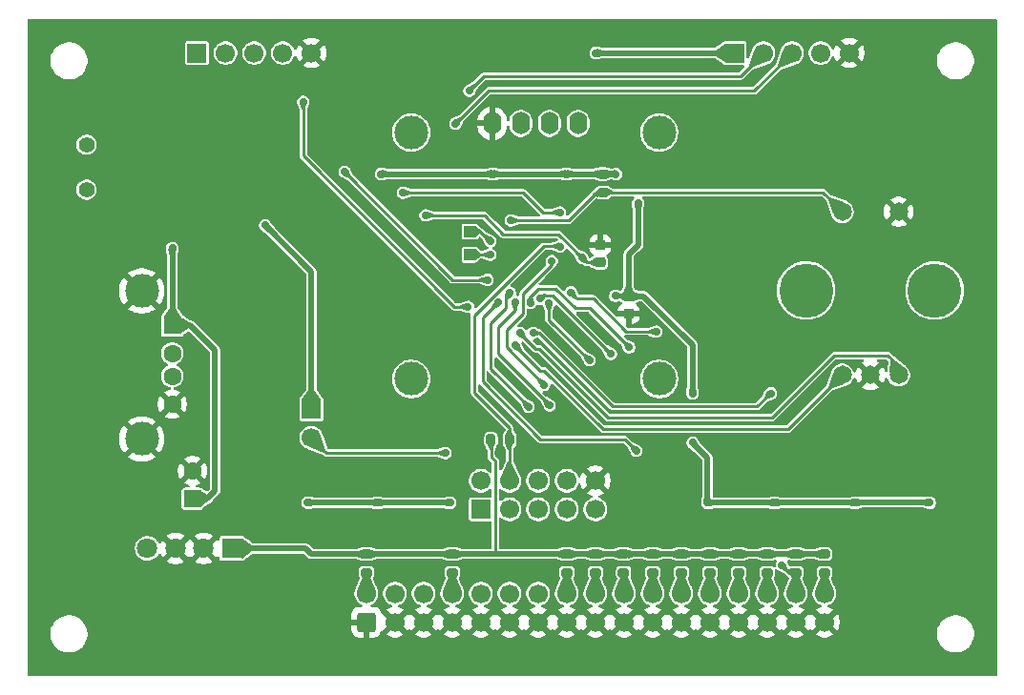
<source format=gbl>
G04 #@! TF.GenerationSoftware,KiCad,Pcbnew,9.0.7*
G04 #@! TF.CreationDate,2026-02-15T20:38:08+11:00*
G04 #@! TF.ProjectId,AmigaUSBFloppy,416d6967-6155-4534-9246-6c6f7070792e,rev?*
G04 #@! TF.SameCoordinates,Original*
G04 #@! TF.FileFunction,Copper,L2,Bot*
G04 #@! TF.FilePolarity,Positive*
%FSLAX46Y46*%
G04 Gerber Fmt 4.6, Leading zero omitted, Abs format (unit mm)*
G04 Created by KiCad (PCBNEW 9.0.7) date 2026-02-15 20:38:08*
%MOMM*%
%LPD*%
G01*
G04 APERTURE LIST*
G04 Aperture macros list*
%AMRoundRect*
0 Rectangle with rounded corners*
0 $1 Rounding radius*
0 $2 $3 $4 $5 $6 $7 $8 $9 X,Y pos of 4 corners*
0 Add a 4 corners polygon primitive as box body*
4,1,4,$2,$3,$4,$5,$6,$7,$8,$9,$2,$3,0*
0 Add four circle primitives for the rounded corners*
1,1,$1+$1,$2,$3*
1,1,$1+$1,$4,$5*
1,1,$1+$1,$6,$7*
1,1,$1+$1,$8,$9*
0 Add four rect primitives between the rounded corners*
20,1,$1+$1,$2,$3,$4,$5,0*
20,1,$1+$1,$4,$5,$6,$7,0*
20,1,$1+$1,$6,$7,$8,$9,0*
20,1,$1+$1,$8,$9,$2,$3,0*%
G04 Aperture macros list end*
G04 #@! TA.AperFunction,ComponentPad*
%ADD10R,1.700000X1.700000*%
G04 #@! TD*
G04 #@! TA.AperFunction,ComponentPad*
%ADD11C,1.700000*%
G04 #@! TD*
G04 #@! TA.AperFunction,ComponentPad*
%ADD12RoundRect,0.250000X0.600000X-0.600000X0.600000X0.600000X-0.600000X0.600000X-0.600000X-0.600000X0*%
G04 #@! TD*
G04 #@! TA.AperFunction,ComponentPad*
%ADD13R,1.800000X1.800000*%
G04 #@! TD*
G04 #@! TA.AperFunction,ComponentPad*
%ADD14C,1.800000*%
G04 #@! TD*
G04 #@! TA.AperFunction,ComponentPad*
%ADD15R,1.500000X1.600000*%
G04 #@! TD*
G04 #@! TA.AperFunction,ComponentPad*
%ADD16C,1.600000*%
G04 #@! TD*
G04 #@! TA.AperFunction,ComponentPad*
%ADD17C,3.000000*%
G04 #@! TD*
G04 #@! TA.AperFunction,WasherPad*
%ADD18C,3.000000*%
G04 #@! TD*
G04 #@! TA.AperFunction,ComponentPad*
%ADD19O,1.600000X2.000000*%
G04 #@! TD*
G04 #@! TA.AperFunction,WasherPad*
%ADD20C,4.800000*%
G04 #@! TD*
G04 #@! TA.AperFunction,ComponentPad*
%ADD21C,1.650000*%
G04 #@! TD*
G04 #@! TA.AperFunction,ComponentPad*
%ADD22RoundRect,0.250000X0.550000X-0.550000X0.550000X0.550000X-0.550000X0.550000X-0.550000X-0.550000X0*%
G04 #@! TD*
G04 #@! TA.AperFunction,ComponentPad*
%ADD23C,1.400000*%
G04 #@! TD*
G04 #@! TA.AperFunction,SMDPad,CuDef*
%ADD24RoundRect,0.200000X-0.275000X0.200000X-0.275000X-0.200000X0.275000X-0.200000X0.275000X0.200000X0*%
G04 #@! TD*
G04 #@! TA.AperFunction,SMDPad,CuDef*
%ADD25R,1.000000X1.000000*%
G04 #@! TD*
G04 #@! TA.AperFunction,SMDPad,CuDef*
%ADD26RoundRect,0.225000X-0.250000X0.225000X-0.250000X-0.225000X0.250000X-0.225000X0.250000X0.225000X0*%
G04 #@! TD*
G04 #@! TA.AperFunction,SMDPad,CuDef*
%ADD27RoundRect,0.200000X-0.200000X-0.275000X0.200000X-0.275000X0.200000X0.275000X-0.200000X0.275000X0*%
G04 #@! TD*
G04 #@! TA.AperFunction,ViaPad*
%ADD28C,0.700000*%
G04 #@! TD*
G04 #@! TA.AperFunction,Conductor*
%ADD29C,0.500000*%
G04 #@! TD*
G04 #@! TA.AperFunction,Conductor*
%ADD30C,0.250000*%
G04 #@! TD*
G04 APERTURE END LIST*
D10*
X122600000Y-59137500D03*
D11*
X125140000Y-59137500D03*
X127680000Y-59137500D03*
X130220000Y-59137500D03*
X132760000Y-59137500D03*
D12*
X137630000Y-109687500D03*
D11*
X137630000Y-107147500D03*
X140170000Y-109687500D03*
X140170000Y-107147500D03*
X142710000Y-109687500D03*
X142710000Y-107147500D03*
X145250000Y-109687500D03*
X145250000Y-107147500D03*
X147790000Y-109687500D03*
X147790000Y-107147500D03*
X150330000Y-109687500D03*
X150330000Y-107147500D03*
X152870000Y-109687500D03*
X152870000Y-107147500D03*
X155410000Y-109687500D03*
X155410000Y-107147500D03*
X157950000Y-109687500D03*
X157950000Y-107147500D03*
X160490000Y-109687500D03*
X160490000Y-107147500D03*
X163030000Y-109687500D03*
X163030000Y-107147500D03*
X165570000Y-109687500D03*
X165570000Y-107147500D03*
X168110000Y-109687500D03*
X168110000Y-107147500D03*
X170650000Y-109687500D03*
X170650000Y-107147500D03*
X173190000Y-109687500D03*
X173190000Y-107147500D03*
X175730000Y-109687500D03*
X175730000Y-107147500D03*
X178270000Y-109687500D03*
X178270000Y-107147500D03*
D13*
X125700000Y-103137500D03*
D14*
X123200000Y-103137500D03*
X120700000Y-103137500D03*
X118200000Y-103137500D03*
D15*
X120410000Y-83337500D03*
D16*
X120410000Y-85837500D03*
X120410000Y-87837500D03*
X120410000Y-90337500D03*
D17*
X117700000Y-80267500D03*
X117700000Y-93407500D03*
D10*
X132760000Y-90787500D03*
D11*
X132760000Y-93327500D03*
D18*
X141600000Y-66187500D03*
X141600000Y-88087500D03*
X163600000Y-66187500D03*
X163600000Y-88087500D03*
D19*
X148790000Y-65387500D03*
X151330000Y-65387500D03*
X153870000Y-65387500D03*
X156410000Y-65387500D03*
D20*
X176650000Y-80237500D03*
X188050000Y-80237500D03*
D21*
X179850000Y-73237500D03*
X184850000Y-73237500D03*
X179850000Y-87737500D03*
X184850000Y-87737500D03*
X182350000Y-87737500D03*
D22*
X122200000Y-98737500D03*
D16*
X122200000Y-96237500D03*
D23*
X112800000Y-71287500D03*
X112800000Y-67287500D03*
D10*
X147790000Y-99659735D03*
D11*
X147790000Y-97119735D03*
X150330000Y-99659735D03*
X150330000Y-97119735D03*
X152870000Y-99659735D03*
X152870000Y-97119735D03*
X155410000Y-99659735D03*
X155410000Y-97119735D03*
X157950000Y-99659735D03*
X157950000Y-97119735D03*
D10*
X170310000Y-59137500D03*
D11*
X172850000Y-59137500D03*
X175390000Y-59137500D03*
X177930000Y-59137500D03*
X180470000Y-59137500D03*
D24*
X170650000Y-103637500D03*
X170650000Y-105287500D03*
D25*
X146775000Y-75012500D03*
D24*
X137630000Y-103637500D03*
X137630000Y-105287500D03*
X163030000Y-103637500D03*
X163030000Y-105287500D03*
X173190000Y-103637500D03*
X173190000Y-105287500D03*
D26*
X160900000Y-80737499D03*
X160900000Y-82287499D03*
D24*
X165570000Y-103637500D03*
X165570000Y-105287500D03*
X168110000Y-103637500D03*
X168110000Y-105287500D03*
X160450000Y-103637500D03*
X160450000Y-105287500D03*
D27*
X148680000Y-93487500D03*
X150330000Y-93487500D03*
D24*
X158600000Y-69887500D03*
X158600000Y-71537500D03*
D25*
X146775000Y-77062500D03*
D24*
X157950000Y-103637500D03*
X157950000Y-105287500D03*
X175730000Y-103637500D03*
X175730000Y-105287500D03*
X155410000Y-103637500D03*
X155410000Y-105287500D03*
X178270000Y-103637500D03*
X178270000Y-105287500D03*
D26*
X158375000Y-76187500D03*
X158375000Y-77737500D03*
D24*
X145250000Y-103637500D03*
X145250000Y-105287500D03*
D28*
X143625000Y-70812500D03*
X129750000Y-100262500D03*
X176492500Y-100244225D03*
X162000000Y-83187500D03*
X160250000Y-75187500D03*
X149350000Y-72687500D03*
X123400000Y-76162500D03*
X129375000Y-65512500D03*
X171137500Y-97744225D03*
X131775000Y-84137500D03*
X158475000Y-86862500D03*
X144575000Y-84137500D03*
X155775000Y-78562500D03*
X145175000Y-66962500D03*
X146600000Y-102187500D03*
X131200000Y-101887500D03*
X149675000Y-76462500D03*
X140562500Y-100244225D03*
X136550000Y-86637500D03*
X142350000Y-97744225D03*
X169350000Y-100244225D03*
X156175000Y-86187500D03*
X140500000Y-104537500D03*
X134050000Y-72912500D03*
X154100000Y-94512500D03*
X156800000Y-80287500D03*
X153750000Y-102737500D03*
X140500000Y-102737500D03*
X125425000Y-96037500D03*
X156850000Y-75237500D03*
X125200000Y-85787500D03*
X163800000Y-80562500D03*
X164750000Y-73537500D03*
X135125000Y-85237500D03*
X151100000Y-76412500D03*
X125200000Y-87837500D03*
X183291495Y-101963133D03*
X167200000Y-60312500D03*
X139300000Y-61737500D03*
X140950000Y-60312500D03*
X164300000Y-102737500D03*
X155850000Y-72587500D03*
X135910888Y-97744225D03*
X135875000Y-74737500D03*
X148316148Y-80268958D03*
X144600000Y-64462500D03*
X176800000Y-101919225D03*
X160625000Y-86387500D03*
X139425000Y-56987500D03*
X134123388Y-100244225D03*
X133675000Y-83662500D03*
X178280000Y-97744225D03*
X121650000Y-81537500D03*
X163385888Y-100244225D03*
X158250000Y-68737500D03*
X146000000Y-68737500D03*
X131500000Y-104087500D03*
X183117127Y-100244225D03*
X160250000Y-72937500D03*
X165173388Y-97744225D03*
X164300000Y-104537500D03*
X171900000Y-102737500D03*
X184904627Y-97744225D03*
X127600000Y-63412500D03*
X171900000Y-104537500D03*
X153750000Y-104537500D03*
X137400000Y-76462500D03*
X119750000Y-64137500D03*
X157975000Y-59137500D03*
X120410000Y-76487500D03*
X145062500Y-99094225D03*
X161750000Y-72437500D03*
X180992500Y-99094225D03*
X159775000Y-69887500D03*
X148850001Y-69887500D03*
X138623388Y-99094225D03*
X132400000Y-99062500D03*
X138925000Y-69887500D03*
X159700000Y-80712500D03*
X173850000Y-99094225D03*
X187617127Y-99094225D03*
X167885888Y-99094225D03*
X166566059Y-89378733D03*
X155375000Y-69887500D03*
X128650000Y-74437500D03*
X166575000Y-93762500D03*
X156778005Y-77334495D03*
X142875000Y-73562500D03*
X150375000Y-80437500D03*
X152025000Y-90562500D03*
X154809495Y-76321995D03*
X144650000Y-94662500D03*
X132025000Y-63482500D03*
X146650000Y-81687500D03*
X135700000Y-69687500D03*
X148350000Y-79287500D03*
X148628299Y-77062500D03*
X150847702Y-85089798D03*
X148628299Y-75836204D03*
X155782904Y-80395404D03*
X163375000Y-83887500D03*
X153833623Y-81337500D03*
X157425000Y-86437500D03*
X140862500Y-71550000D03*
X154800000Y-73312500D03*
X159325000Y-85872868D03*
X153009191Y-80976512D03*
X145550000Y-65412500D03*
X151275000Y-84012500D03*
X152414584Y-83987498D03*
X173500000Y-89362500D03*
X150425000Y-74012500D03*
X146775000Y-62487500D03*
X153887500Y-90450000D03*
X150833756Y-81242179D03*
X161587500Y-94475000D03*
X149325000Y-81287500D03*
X153407197Y-88605303D03*
X154075000Y-77612500D03*
X174500000Y-104637500D03*
X160950000Y-85287500D03*
X152184756Y-81337500D03*
D29*
X178270000Y-103637500D02*
X175730000Y-103637500D01*
X137630000Y-103637500D02*
X132750000Y-103637500D01*
X163030000Y-103637500D02*
X165570000Y-103637500D01*
X155410000Y-103637500D02*
X157950000Y-103637500D01*
X124200000Y-85537500D02*
X122000000Y-83337500D01*
D30*
X149075000Y-103637500D02*
X149075000Y-95387500D01*
D29*
X122200000Y-98737500D02*
X123500000Y-98737500D01*
X173190000Y-103637500D02*
X175730000Y-103637500D01*
X122000000Y-83337500D02*
X120410000Y-83337500D01*
X124200000Y-98037500D02*
X124200000Y-85537500D01*
X123500000Y-98737500D02*
X124200000Y-98037500D01*
X137630000Y-103637500D02*
X145250000Y-103637500D01*
X145250000Y-103637500D02*
X155410000Y-103637500D01*
X168110000Y-103637500D02*
X170650000Y-103637500D01*
X132250000Y-103137500D02*
X125700000Y-103137500D01*
X157975000Y-59137500D02*
X170310000Y-59137500D01*
D30*
X148700000Y-93507500D02*
X148680000Y-93487500D01*
D29*
X165570000Y-103637500D02*
X168110000Y-103637500D01*
D30*
X149075000Y-95387500D02*
X148700000Y-95012500D01*
D29*
X132750000Y-103637500D02*
X132250000Y-103137500D01*
X120410000Y-83337500D02*
X120410000Y-76487500D01*
X170650000Y-103637500D02*
X173190000Y-103637500D01*
D30*
X148700000Y-95012500D02*
X148700000Y-93507500D01*
D29*
X157950000Y-103637500D02*
X160490000Y-103637500D01*
X160490000Y-103637500D02*
X163030000Y-103637500D01*
X166566059Y-89378733D02*
X166566059Y-85078559D01*
X145062500Y-99094225D02*
X138623388Y-99094225D01*
X181049225Y-99037500D02*
X187589714Y-99037500D01*
X132431725Y-99094225D02*
X132400000Y-99062500D01*
X155375000Y-69887500D02*
X148850001Y-69887500D01*
X148850001Y-69887500D02*
X138925000Y-69887500D01*
X161750000Y-76162500D02*
X160900000Y-77012500D01*
X162224999Y-80737499D02*
X160900000Y-80737499D01*
X160900000Y-77012500D02*
X160900000Y-80737499D01*
X180992500Y-99094225D02*
X181049225Y-99037500D01*
X167885888Y-95098388D02*
X167885888Y-99094225D01*
X187589714Y-99037500D02*
X187617127Y-99010087D01*
X166566059Y-85078559D02*
X162224999Y-80737499D01*
X167885888Y-99094225D02*
X173850000Y-99094225D01*
D30*
X159700000Y-80712500D02*
X160875001Y-80712500D01*
D29*
X161750000Y-72437500D02*
X161750000Y-76162500D01*
X173850000Y-99094225D02*
X180992500Y-99094225D01*
D30*
X160875001Y-80712500D02*
X160900000Y-80737499D01*
D29*
X166575000Y-93787500D02*
X167885888Y-95098388D01*
X158600000Y-69887500D02*
X159775000Y-69887500D01*
X138623388Y-99094225D02*
X132431725Y-99094225D01*
X132760000Y-78547500D02*
X132760000Y-90787500D01*
X155375000Y-69887500D02*
X158600000Y-69887500D01*
X128650000Y-74437500D02*
X132760000Y-78547500D01*
X166575000Y-93762500D02*
X166575000Y-93787500D01*
D30*
X149775000Y-75237500D02*
X154681010Y-75237500D01*
X148100000Y-73562500D02*
X149775000Y-75237500D01*
X142875000Y-73562500D02*
X148100000Y-73562500D01*
X157181010Y-77737500D02*
X158375000Y-77737500D01*
X156778005Y-77334495D02*
X157181010Y-77737500D01*
X154681010Y-75237500D02*
X156778005Y-77334495D01*
D29*
X165570000Y-105287500D02*
X165570000Y-107147500D01*
D30*
X150025000Y-80787500D02*
X150025000Y-81812500D01*
X148675000Y-83162500D02*
X148675000Y-87162500D01*
X150375000Y-80437500D02*
X150025000Y-80787500D01*
X148675000Y-87162500D02*
X152025000Y-90512500D01*
X150025000Y-81812500D02*
X148675000Y-83162500D01*
X152025000Y-90512500D02*
X152025000Y-90562500D01*
X154800000Y-76312500D02*
X153350000Y-76312500D01*
X150330000Y-92417500D02*
X150330000Y-93487500D01*
X150330000Y-93487500D02*
X150330000Y-97119735D01*
X150425000Y-79237500D02*
X150419000Y-79237500D01*
X150419000Y-79237500D02*
X147200000Y-82456500D01*
X154809495Y-76321995D02*
X154800000Y-76312500D01*
X147200000Y-89287500D02*
X150330000Y-92417500D01*
X147200000Y-82456500D02*
X147200000Y-89287500D01*
X153350000Y-76312500D02*
X150425000Y-79237500D01*
X144650000Y-94662500D02*
X134075000Y-94662500D01*
X132760000Y-93347500D02*
X132760000Y-93327500D01*
X134075000Y-94662500D02*
X132760000Y-93347500D01*
X146650000Y-81687500D02*
X145450000Y-81687500D01*
X145450000Y-81687500D02*
X132025000Y-68262500D01*
X132025000Y-68262500D02*
X132025000Y-63482500D01*
X145300000Y-79287500D02*
X135700000Y-69687500D01*
X148350000Y-79287500D02*
X145300000Y-79287500D01*
X148628299Y-77062500D02*
X146775000Y-77062500D01*
X150847702Y-85089798D02*
X150847702Y-85135202D01*
X153050000Y-87337500D02*
X153400000Y-87337500D01*
X150847702Y-85135202D02*
X153050000Y-87337500D01*
X175050000Y-92537500D02*
X179850000Y-87737500D01*
X158600000Y-92537500D02*
X175050000Y-92537500D01*
X153400000Y-87337500D02*
X158600000Y-92537500D01*
X147750003Y-75012500D02*
X146775000Y-75012500D01*
X148573707Y-75836204D02*
X147750003Y-75012500D01*
X148628299Y-75836204D02*
X148573707Y-75836204D01*
X157775000Y-80962500D02*
X156325000Y-80962500D01*
X155782904Y-80420404D02*
X155782904Y-80395404D01*
X163375000Y-83887500D02*
X163350000Y-83862500D01*
X163350000Y-83862500D02*
X160675000Y-83862500D01*
X156325000Y-80962500D02*
X155782904Y-80420404D01*
X160675000Y-83862500D02*
X157775000Y-80962500D01*
X157425000Y-86437500D02*
X153833623Y-82846123D01*
X153833623Y-82846123D02*
X153833623Y-81337500D01*
X140862500Y-71550000D02*
X151562500Y-71550000D01*
X153325000Y-73312500D02*
X154800000Y-73312500D01*
X151562500Y-71550000D02*
X153325000Y-73312500D01*
X154113632Y-80661500D02*
X153305866Y-80661500D01*
X153305866Y-80661500D02*
X153009191Y-80958175D01*
X153009191Y-80958175D02*
X153009191Y-80976512D01*
X159325000Y-85872868D02*
X154113632Y-80661500D01*
X148475000Y-62487500D02*
X172040000Y-62487500D01*
X145550000Y-65412500D02*
X148475000Y-62487500D01*
X172040000Y-62487500D02*
X175390000Y-59137500D01*
X183900000Y-86012500D02*
X184850000Y-86962500D01*
X151275000Y-84012500D02*
X151275000Y-84037500D01*
X179150000Y-86012500D02*
X183900000Y-86012500D01*
X152650000Y-85412500D02*
X152950000Y-85412500D01*
X151275000Y-84037500D02*
X152650000Y-85412500D01*
X159050000Y-91512500D02*
X173650000Y-91512500D01*
X152950000Y-85412500D02*
X159050000Y-91512500D01*
X184850000Y-86962500D02*
X184850000Y-87737500D01*
X173650000Y-91512500D02*
X179150000Y-86012500D01*
X152414584Y-83987498D02*
X152943989Y-83987498D01*
X173475000Y-89362500D02*
X173500000Y-89362500D01*
X159493991Y-90537500D02*
X172300000Y-90537500D01*
X152943989Y-83987498D02*
X159493991Y-90537500D01*
X172300000Y-90537500D02*
X173475000Y-89362500D01*
X155550000Y-74012500D02*
X158025000Y-71537500D01*
X150425000Y-74012500D02*
X155550000Y-74012500D01*
X178144000Y-71511500D02*
X179870000Y-73237500D01*
X158626000Y-71511500D02*
X178144000Y-71511500D01*
X158600000Y-71537500D02*
X158626000Y-71511500D01*
X158025000Y-71537500D02*
X158600000Y-71537500D01*
X146775000Y-62487500D02*
X148075000Y-61187500D01*
X148075000Y-61187500D02*
X170800000Y-61187500D01*
X170800000Y-61187500D02*
X172850000Y-59137500D01*
X149350000Y-83462500D02*
X150833756Y-81978744D01*
X153887500Y-90425000D02*
X149350000Y-85887500D01*
X153887500Y-90450000D02*
X153887500Y-90425000D01*
D29*
X157950000Y-105287500D02*
X157950000Y-107147500D01*
D30*
X150833756Y-81978744D02*
X150833756Y-81242179D01*
X149350000Y-85887500D02*
X149350000Y-83462500D01*
D29*
X168110000Y-107147500D02*
X168110000Y-105287500D01*
X145250000Y-105287500D02*
X145250000Y-107147500D01*
X155410000Y-105287500D02*
X155410000Y-107147500D01*
D30*
X161587500Y-94475000D02*
X160575000Y-93462500D01*
X160575000Y-93462500D02*
X153075000Y-93462500D01*
X147950000Y-82662500D02*
X149325000Y-81287500D01*
D29*
X163030000Y-105287500D02*
X163030000Y-107147500D01*
D30*
X153075000Y-93462500D02*
X147950000Y-88337500D01*
X147950000Y-88337500D02*
X147950000Y-82662500D01*
D29*
X173190000Y-105287500D02*
X173190000Y-107147500D01*
D30*
X151509756Y-80527744D02*
X154075000Y-77962500D01*
D29*
X160490000Y-105287500D02*
X160490000Y-107147500D01*
D30*
X150061500Y-85259605D02*
X150061500Y-83769991D01*
X154075000Y-77962500D02*
X154075000Y-77612500D01*
X150061500Y-83769991D02*
X151509756Y-82321735D01*
X151509756Y-82321735D02*
X151509756Y-80527744D01*
X153407197Y-88605303D02*
X150061500Y-85259605D01*
D29*
X170650000Y-107147500D02*
X170650000Y-105287500D01*
D30*
X157475000Y-81812500D02*
X160950000Y-85287500D01*
X156150000Y-81812500D02*
X157475000Y-81812500D01*
X175730000Y-105287500D02*
X175150000Y-105287500D01*
X152184756Y-80752744D02*
X152850000Y-80087500D01*
D29*
X175730000Y-105287500D02*
X175730000Y-107147500D01*
D30*
X175150000Y-105287500D02*
X174500000Y-104637500D01*
X152850000Y-80087500D02*
X154425000Y-80087500D01*
X154425000Y-80087500D02*
X156150000Y-81812500D01*
X152184756Y-81337500D02*
X152184756Y-80752744D01*
D29*
X178270000Y-105287500D02*
X178270000Y-107147500D01*
X137630000Y-105287500D02*
X137630000Y-107147500D01*
G04 #@! TA.AperFunction,Conductor*
G36*
X174023028Y-104965276D02*
G01*
X174039547Y-104967434D01*
X174061837Y-104982698D01*
X174069483Y-104986130D01*
X174073479Y-104989503D01*
X174161985Y-105078009D01*
X174210723Y-105106148D01*
X174228364Y-105119440D01*
X174228365Y-105119440D01*
X174228366Y-105119441D01*
X174256910Y-105133209D01*
X174256909Y-105133209D01*
X174261064Y-105135213D01*
X174287515Y-105150484D01*
X174299246Y-105153627D01*
X174768042Y-105379732D01*
X174800386Y-105402294D01*
X174924549Y-105522399D01*
X174926017Y-105523844D01*
X174951216Y-105549043D01*
X174959296Y-105556011D01*
X175093538Y-105685866D01*
X175128037Y-105746624D01*
X175124210Y-105816389D01*
X175123063Y-105819497D01*
X174815048Y-106620497D01*
X174802417Y-106644875D01*
X174799062Y-106649895D01*
X174799058Y-106649903D01*
X174719869Y-106841081D01*
X174719868Y-106841085D01*
X174710196Y-106889709D01*
X174708641Y-106897528D01*
X174703953Y-106911451D01*
X174703403Y-106913346D01*
X174701831Y-106919069D01*
X174701396Y-106933943D01*
X174699370Y-106944129D01*
X174699370Y-106944137D01*
X174679500Y-107044036D01*
X174679500Y-107250969D01*
X174719868Y-107453912D01*
X174719870Y-107453920D01*
X174799058Y-107645096D01*
X174914024Y-107817157D01*
X175060342Y-107963475D01*
X175232405Y-108078443D01*
X175335043Y-108120956D01*
X175397108Y-108146664D01*
X175451511Y-108190505D01*
X175473576Y-108256799D01*
X175456297Y-108324498D01*
X175405160Y-108372109D01*
X175387974Y-108379156D01*
X175211781Y-108436405D01*
X175022439Y-108532880D01*
X174968282Y-108572227D01*
X174968282Y-108572228D01*
X175600591Y-109204537D01*
X175537007Y-109221575D01*
X175422993Y-109287401D01*
X175329901Y-109380493D01*
X175264075Y-109494507D01*
X175247037Y-109558091D01*
X174614728Y-108925782D01*
X174614727Y-108925782D01*
X174575380Y-108979940D01*
X174570483Y-108989551D01*
X174522506Y-109040345D01*
X174454684Y-109057138D01*
X174388550Y-109034598D01*
X174349516Y-108989548D01*
X174344626Y-108979952D01*
X174305270Y-108925782D01*
X174305269Y-108925782D01*
X173672962Y-109558090D01*
X173655925Y-109494507D01*
X173590099Y-109380493D01*
X173497007Y-109287401D01*
X173382993Y-109221575D01*
X173319409Y-109204537D01*
X173951716Y-108572228D01*
X173897550Y-108532875D01*
X173708216Y-108436404D01*
X173532026Y-108379156D01*
X173474350Y-108339718D01*
X173447152Y-108275360D01*
X173459067Y-108206513D01*
X173506311Y-108155038D01*
X173522882Y-108146668D01*
X173687598Y-108078441D01*
X173859655Y-107963477D01*
X174005977Y-107817155D01*
X174120941Y-107645098D01*
X174200130Y-107453920D01*
X174240500Y-107250965D01*
X174240500Y-107044035D01*
X174200130Y-106841080D01*
X174120941Y-106649902D01*
X174120936Y-106649895D01*
X174117585Y-106644879D01*
X174104949Y-106620494D01*
X173993829Y-106331524D01*
X173794569Y-105813345D01*
X173788882Y-105743710D01*
X173799822Y-105712550D01*
X173850646Y-105612804D01*
X173850646Y-105612802D01*
X173850647Y-105612801D01*
X173864857Y-105523080D01*
X173865500Y-105519019D01*
X173865499Y-105080884D01*
X173870300Y-105064532D01*
X173870080Y-105047492D01*
X173879939Y-105031705D01*
X173885183Y-105013846D01*
X173898063Y-105002685D01*
X173907091Y-104988230D01*
X173923920Y-104980279D01*
X173937987Y-104968091D01*
X173954856Y-104965665D01*
X173970266Y-104958386D01*
X173988721Y-104960796D01*
X174007146Y-104958147D01*
X174023028Y-104965276D01*
G37*
G04 #@! TD.AperFunction*
G04 #@! TA.AperFunction,Conductor*
G36*
X151534875Y-84777176D02*
G01*
X151584769Y-84807596D01*
X152389533Y-85612359D01*
X152389535Y-85612362D01*
X152450138Y-85672965D01*
X152512868Y-85709182D01*
X152520606Y-85713649D01*
X152520608Y-85713651D01*
X152522737Y-85714880D01*
X152524362Y-85715818D01*
X152607147Y-85738001D01*
X152607149Y-85738001D01*
X152700449Y-85738001D01*
X152700465Y-85738000D01*
X152763811Y-85738000D01*
X152830850Y-85757685D01*
X152851492Y-85774319D01*
X158785194Y-91708020D01*
X158785204Y-91708031D01*
X158789534Y-91712361D01*
X158789535Y-91712362D01*
X158850138Y-91772965D01*
X158865878Y-91782052D01*
X158887250Y-91794391D01*
X158887252Y-91794393D01*
X158924358Y-91815817D01*
X158924360Y-91815817D01*
X158924361Y-91815818D01*
X159007147Y-91838001D01*
X159007149Y-91838001D01*
X159100449Y-91838001D01*
X159100465Y-91838000D01*
X173692851Y-91838000D01*
X173692853Y-91838000D01*
X173775639Y-91815818D01*
X173849862Y-91772965D01*
X179248507Y-86374318D01*
X179309830Y-86340834D01*
X179336188Y-86338000D01*
X181661613Y-86338000D01*
X181728652Y-86357685D01*
X181774407Y-86410489D01*
X181784351Y-86479647D01*
X181755326Y-86543203D01*
X181717909Y-86572484D01*
X181655555Y-86604255D01*
X181606180Y-86640127D01*
X182179766Y-87213712D01*
X182137708Y-87224982D01*
X182012292Y-87297390D01*
X181909890Y-87399792D01*
X181837482Y-87525208D01*
X181826212Y-87567265D01*
X181252627Y-86993680D01*
X181216757Y-87043052D01*
X181122075Y-87228872D01*
X181062076Y-87413530D01*
X181022638Y-87471205D01*
X180958279Y-87498403D01*
X180889433Y-87486488D01*
X180837957Y-87439244D01*
X180829584Y-87422664D01*
X180798209Y-87346919D01*
X180758786Y-87251744D01*
X180758784Y-87251741D01*
X180758782Y-87251737D01*
X180646558Y-87083781D01*
X180503718Y-86940941D01*
X180335762Y-86828717D01*
X180335752Y-86828712D01*
X180149127Y-86751409D01*
X180149119Y-86751407D01*
X179951007Y-86712000D01*
X179951003Y-86712000D01*
X179748997Y-86712000D01*
X179748992Y-86712000D01*
X179550880Y-86751407D01*
X179550872Y-86751409D01*
X179364247Y-86828712D01*
X179364237Y-86828717D01*
X179196281Y-86940941D01*
X179053441Y-87083781D01*
X178941217Y-87251737D01*
X178941212Y-87251747D01*
X178863909Y-87438372D01*
X178863907Y-87438378D01*
X178854361Y-87486371D01*
X178845019Y-87514812D01*
X178843757Y-87517502D01*
X178433386Y-88676695D01*
X178404176Y-88722995D01*
X174951492Y-92175681D01*
X174890169Y-92209166D01*
X174863811Y-92212000D01*
X158786188Y-92212000D01*
X158719149Y-92192315D01*
X158698507Y-92175681D01*
X156166645Y-89643819D01*
X153599862Y-87077035D01*
X153562750Y-87055608D01*
X153525640Y-87034182D01*
X153484246Y-87023091D01*
X153442853Y-87012000D01*
X153442852Y-87012000D01*
X153236188Y-87012000D01*
X153169149Y-86992315D01*
X153148507Y-86975681D01*
X151599141Y-85426315D01*
X151572822Y-85387420D01*
X151383091Y-84944065D01*
X151374813Y-84874687D01*
X151405357Y-84811847D01*
X151465026Y-84775497D01*
X151534875Y-84777176D01*
G37*
G04 #@! TD.AperFunction*
G04 #@! TA.AperFunction,Conductor*
G36*
X183743251Y-86346644D02*
G01*
X183773238Y-86353168D01*
X183778253Y-86356922D01*
X183780850Y-86357685D01*
X183801492Y-86374319D01*
X183890330Y-86463157D01*
X183923815Y-86524480D01*
X183926146Y-86561992D01*
X183857708Y-87319754D01*
X183832073Y-87384751D01*
X183775368Y-87425571D01*
X183705595Y-87429253D01*
X183644908Y-87394629D01*
X183616280Y-87346919D01*
X183577924Y-87228872D01*
X183483244Y-87043056D01*
X183483236Y-87043043D01*
X183447372Y-86993680D01*
X183447371Y-86993679D01*
X182873787Y-87567264D01*
X182862518Y-87525208D01*
X182790110Y-87399792D01*
X182687708Y-87297390D01*
X182562292Y-87224982D01*
X182520233Y-87213712D01*
X183093819Y-86640127D01*
X183044448Y-86604257D01*
X182982091Y-86572484D01*
X182931296Y-86524510D01*
X182914501Y-86456689D01*
X182937039Y-86390554D01*
X182991754Y-86347103D01*
X183038387Y-86338000D01*
X183713811Y-86338000D01*
X183743251Y-86346644D01*
G37*
G04 #@! TD.AperFunction*
G04 #@! TA.AperFunction,Conductor*
G36*
X193542539Y-56157685D02*
G01*
X193588294Y-56210489D01*
X193599500Y-56262000D01*
X193599500Y-114313000D01*
X193579815Y-114380039D01*
X193527011Y-114425794D01*
X193475500Y-114437000D01*
X107664500Y-114437000D01*
X107597461Y-114417315D01*
X107551706Y-114364511D01*
X107540500Y-114313000D01*
X107540500Y-110607597D01*
X109589500Y-110607597D01*
X109589500Y-110867402D01*
X109630140Y-111123993D01*
X109710422Y-111371076D01*
X109791534Y-111530264D01*
X109828366Y-111602551D01*
X109981069Y-111812729D01*
X110164771Y-111996431D01*
X110374949Y-112149134D01*
X110522445Y-112224287D01*
X110606423Y-112267077D01*
X110606425Y-112267077D01*
X110606428Y-112267079D01*
X110853507Y-112347360D01*
X110985706Y-112368297D01*
X111110098Y-112388000D01*
X111110103Y-112388000D01*
X111369902Y-112388000D01*
X111483298Y-112370039D01*
X111626493Y-112347360D01*
X111873572Y-112267079D01*
X112105051Y-112149134D01*
X112315229Y-111996431D01*
X112498931Y-111812729D01*
X112651634Y-111602551D01*
X112769579Y-111371072D01*
X112849860Y-111123993D01*
X112879224Y-110938595D01*
X112890500Y-110867402D01*
X112890500Y-110607597D01*
X112868389Y-110467994D01*
X112849860Y-110351007D01*
X112769579Y-110103928D01*
X112769577Y-110103925D01*
X112769577Y-110103923D01*
X112687293Y-109942433D01*
X112687292Y-109942429D01*
X112651635Y-109872450D01*
X112651634Y-109872449D01*
X112531563Y-109707185D01*
X112498931Y-109662271D01*
X112315229Y-109478569D01*
X112315225Y-109478566D01*
X112105054Y-109325868D01*
X112105053Y-109325867D01*
X112105051Y-109325866D01*
X112029560Y-109287401D01*
X111873576Y-109207922D01*
X111702373Y-109152295D01*
X111626493Y-109127640D01*
X111369902Y-109087000D01*
X111369897Y-109087000D01*
X111110103Y-109087000D01*
X111110098Y-109087000D01*
X110853506Y-109127640D01*
X110606423Y-109207922D01*
X110374945Y-109325868D01*
X110164774Y-109478566D01*
X110164768Y-109478571D01*
X109981071Y-109662268D01*
X109981066Y-109662274D01*
X109828368Y-109872445D01*
X109710422Y-110103923D01*
X109630140Y-110351006D01*
X109589500Y-110607597D01*
X107540500Y-110607597D01*
X107540500Y-103050889D01*
X117099500Y-103050889D01*
X117099500Y-103224110D01*
X117122462Y-103369091D01*
X117126598Y-103395201D01*
X117180127Y-103559945D01*
X117258768Y-103714288D01*
X117360586Y-103854428D01*
X117483072Y-103976914D01*
X117623212Y-104078732D01*
X117777555Y-104157373D01*
X117942299Y-104210902D01*
X118113389Y-104238000D01*
X118113390Y-104238000D01*
X118286610Y-104238000D01*
X118286611Y-104238000D01*
X118457701Y-104210902D01*
X118622445Y-104157373D01*
X118776788Y-104078732D01*
X118916928Y-103976914D01*
X119039414Y-103854428D01*
X119141232Y-103714288D01*
X119172712Y-103652503D01*
X119220685Y-103601708D01*
X119288506Y-103584912D01*
X119354641Y-103607449D01*
X119398093Y-103662163D01*
X119401128Y-103670480D01*
X119402567Y-103674910D01*
X119502611Y-103871256D01*
X119548932Y-103935013D01*
X120135387Y-103348558D01*
X120140889Y-103369091D01*
X120219881Y-103505908D01*
X120331592Y-103617619D01*
X120468409Y-103696611D01*
X120488939Y-103702112D01*
X119902485Y-104288565D01*
X119902485Y-104288566D01*
X119966243Y-104334888D01*
X120162589Y-104434932D01*
X120372164Y-104503026D01*
X120589819Y-104537500D01*
X120810181Y-104537500D01*
X121027835Y-104503026D01*
X121237410Y-104434932D01*
X121433760Y-104334886D01*
X121497513Y-104288566D01*
X121497514Y-104288566D01*
X120911059Y-103702112D01*
X120931591Y-103696611D01*
X121068408Y-103617619D01*
X121180119Y-103505908D01*
X121259111Y-103369091D01*
X121264612Y-103348560D01*
X121851066Y-103935014D01*
X121852277Y-103934918D01*
X121905010Y-103894255D01*
X121974623Y-103888276D01*
X122036418Y-103920881D01*
X122048645Y-103934990D01*
X122048932Y-103935013D01*
X122635387Y-103348558D01*
X122640889Y-103369091D01*
X122719881Y-103505908D01*
X122831592Y-103617619D01*
X122968409Y-103696611D01*
X122988939Y-103702112D01*
X122402485Y-104288565D01*
X122402485Y-104288566D01*
X122466243Y-104334888D01*
X122662589Y-104434932D01*
X122872164Y-104503026D01*
X123089819Y-104537500D01*
X123310181Y-104537500D01*
X123527835Y-104503026D01*
X123737410Y-104434932D01*
X123933760Y-104334886D01*
X123997513Y-104288566D01*
X123997514Y-104288566D01*
X123411059Y-103702112D01*
X123431591Y-103696611D01*
X123568408Y-103617619D01*
X123680119Y-103505908D01*
X123759111Y-103369091D01*
X123764612Y-103348560D01*
X124351066Y-103935014D01*
X124351066Y-103935013D01*
X124375182Y-103901822D01*
X124430512Y-103859157D01*
X124500125Y-103853178D01*
X124561920Y-103885784D01*
X124596278Y-103946623D01*
X124599500Y-103974708D01*
X124599500Y-104057252D01*
X124611131Y-104115729D01*
X124611132Y-104115730D01*
X124655447Y-104182052D01*
X124721769Y-104226367D01*
X124721770Y-104226368D01*
X124780247Y-104237999D01*
X124780250Y-104238000D01*
X124780252Y-104238000D01*
X126619749Y-104238000D01*
X126623808Y-104237192D01*
X126641173Y-104233738D01*
X126646773Y-104233691D01*
X126655486Y-104231625D01*
X126658322Y-104230327D01*
X126678231Y-104226367D01*
X126694427Y-104215543D01*
X126711719Y-104205892D01*
X126728391Y-104198264D01*
X127398512Y-103714288D01*
X127540867Y-103611476D01*
X127606740Y-103588183D01*
X127613468Y-103588000D01*
X132012035Y-103588000D01*
X132079074Y-103607685D01*
X132099715Y-103624318D01*
X132473386Y-103997990D01*
X132576113Y-104057299D01*
X132600321Y-104063784D01*
X132600324Y-104063786D01*
X132600325Y-104063786D01*
X132630447Y-104071857D01*
X132690691Y-104088000D01*
X136693843Y-104088000D01*
X136724757Y-104091915D01*
X137211625Y-104217269D01*
X137220272Y-104220541D01*
X137220407Y-104220128D01*
X137229694Y-104223145D01*
X137229696Y-104223146D01*
X137323481Y-104238000D01*
X137936518Y-104237999D01*
X137936523Y-104237999D01*
X137936523Y-104237998D01*
X138030304Y-104223146D01*
X138030305Y-104223145D01*
X138039591Y-104220128D01*
X138039725Y-104220543D01*
X138048371Y-104217270D01*
X138535241Y-104091915D01*
X138566158Y-104088000D01*
X144313843Y-104088000D01*
X144344757Y-104091915D01*
X144831625Y-104217269D01*
X144840272Y-104220541D01*
X144840407Y-104220128D01*
X144849694Y-104223145D01*
X144849696Y-104223146D01*
X144943481Y-104238000D01*
X145556518Y-104237999D01*
X145556523Y-104237999D01*
X145556523Y-104237998D01*
X145650304Y-104223146D01*
X145650305Y-104223145D01*
X145659591Y-104220128D01*
X145659725Y-104220543D01*
X145668371Y-104217270D01*
X146155241Y-104091915D01*
X146186158Y-104088000D01*
X154473843Y-104088000D01*
X154504757Y-104091915D01*
X154991625Y-104217269D01*
X155000272Y-104220541D01*
X155000407Y-104220128D01*
X155009694Y-104223145D01*
X155009696Y-104223146D01*
X155103481Y-104238000D01*
X155716518Y-104237999D01*
X155716523Y-104237999D01*
X155716523Y-104237998D01*
X155810304Y-104223146D01*
X155810305Y-104223145D01*
X155819591Y-104220128D01*
X155819725Y-104220543D01*
X155828371Y-104217270D01*
X156315241Y-104091915D01*
X156346158Y-104088000D01*
X157013843Y-104088000D01*
X157044757Y-104091915D01*
X157531625Y-104217269D01*
X157540272Y-104220541D01*
X157540407Y-104220128D01*
X157549694Y-104223145D01*
X157549696Y-104223146D01*
X157643481Y-104238000D01*
X158256518Y-104237999D01*
X158256523Y-104237999D01*
X158256523Y-104237998D01*
X158350304Y-104223146D01*
X158350305Y-104223145D01*
X158359591Y-104220128D01*
X158359725Y-104220543D01*
X158368371Y-104217270D01*
X158855241Y-104091915D01*
X158886158Y-104088000D01*
X159513843Y-104088000D01*
X159544757Y-104091915D01*
X160031625Y-104217269D01*
X160040272Y-104220541D01*
X160040407Y-104220128D01*
X160049694Y-104223145D01*
X160049696Y-104223146D01*
X160143481Y-104238000D01*
X160756518Y-104237999D01*
X160756523Y-104237999D01*
X160756523Y-104237998D01*
X160850304Y-104223146D01*
X160850305Y-104223145D01*
X160859591Y-104220128D01*
X160859725Y-104220543D01*
X160868371Y-104217270D01*
X161355241Y-104091915D01*
X161386158Y-104088000D01*
X162093843Y-104088000D01*
X162124757Y-104091915D01*
X162611625Y-104217269D01*
X162620272Y-104220541D01*
X162620407Y-104220128D01*
X162629694Y-104223145D01*
X162629696Y-104223146D01*
X162723481Y-104238000D01*
X163336518Y-104237999D01*
X163336523Y-104237999D01*
X163336523Y-104237998D01*
X163430304Y-104223146D01*
X163430305Y-104223145D01*
X163439591Y-104220128D01*
X163439725Y-104220543D01*
X163448371Y-104217270D01*
X163935241Y-104091915D01*
X163966158Y-104088000D01*
X164633843Y-104088000D01*
X164664757Y-104091915D01*
X165151625Y-104217269D01*
X165160272Y-104220541D01*
X165160407Y-104220128D01*
X165169694Y-104223145D01*
X165169696Y-104223146D01*
X165263481Y-104238000D01*
X165876518Y-104237999D01*
X165876523Y-104237999D01*
X165876523Y-104237998D01*
X165970304Y-104223146D01*
X165970305Y-104223145D01*
X165979591Y-104220128D01*
X165979725Y-104220543D01*
X165988371Y-104217270D01*
X166475241Y-104091915D01*
X166506158Y-104088000D01*
X167173843Y-104088000D01*
X167204757Y-104091915D01*
X167691625Y-104217269D01*
X167700272Y-104220541D01*
X167700407Y-104220128D01*
X167709694Y-104223145D01*
X167709696Y-104223146D01*
X167803481Y-104238000D01*
X168416518Y-104237999D01*
X168416523Y-104237999D01*
X168416523Y-104237998D01*
X168510304Y-104223146D01*
X168510305Y-104223145D01*
X168519591Y-104220128D01*
X168519725Y-104220543D01*
X168528371Y-104217270D01*
X169015241Y-104091915D01*
X169046158Y-104088000D01*
X169713843Y-104088000D01*
X169744757Y-104091915D01*
X170231625Y-104217269D01*
X170240272Y-104220541D01*
X170240407Y-104220128D01*
X170249694Y-104223145D01*
X170249696Y-104223146D01*
X170343481Y-104238000D01*
X170956518Y-104237999D01*
X170956523Y-104237999D01*
X170956523Y-104237998D01*
X171050304Y-104223146D01*
X171050305Y-104223145D01*
X171059591Y-104220128D01*
X171059725Y-104220543D01*
X171068371Y-104217270D01*
X171555241Y-104091915D01*
X171586158Y-104088000D01*
X172253843Y-104088000D01*
X172284757Y-104091915D01*
X172771625Y-104217269D01*
X172780272Y-104220541D01*
X172780407Y-104220128D01*
X172789694Y-104223145D01*
X172789696Y-104223146D01*
X172883481Y-104238000D01*
X173496518Y-104237999D01*
X173496523Y-104237999D01*
X173496523Y-104237998D01*
X173590304Y-104223146D01*
X173590305Y-104223145D01*
X173599591Y-104220128D01*
X173599725Y-104220543D01*
X173608371Y-104217270D01*
X173908081Y-104140104D01*
X173977907Y-104142452D01*
X174035383Y-104182179D01*
X174062256Y-104246674D01*
X174049995Y-104315460D01*
X174046382Y-104322188D01*
X173987017Y-104425011D01*
X173987016Y-104425015D01*
X173949500Y-104565025D01*
X173949500Y-104565027D01*
X173949500Y-104706245D01*
X173929815Y-104773284D01*
X173877011Y-104819039D01*
X173807853Y-104828983D01*
X173744297Y-104799958D01*
X173737819Y-104793926D01*
X173703347Y-104759454D01*
X173703344Y-104759452D01*
X173703342Y-104759450D01*
X173625845Y-104719963D01*
X173590301Y-104701852D01*
X173496524Y-104687000D01*
X172883482Y-104687000D01*
X172802519Y-104699823D01*
X172789696Y-104701854D01*
X172676658Y-104759450D01*
X172676657Y-104759451D01*
X172676652Y-104759454D01*
X172586954Y-104849152D01*
X172586951Y-104849157D01*
X172529352Y-104962198D01*
X172514500Y-105055975D01*
X172514500Y-105519017D01*
X172529354Y-105612804D01*
X172580175Y-105712546D01*
X172593071Y-105781215D01*
X172585428Y-105813346D01*
X172275048Y-106620497D01*
X172262417Y-106644875D01*
X172259062Y-106649895D01*
X172259058Y-106649903D01*
X172179869Y-106841081D01*
X172179868Y-106841085D01*
X172170196Y-106889709D01*
X172168641Y-106897528D01*
X172163953Y-106911451D01*
X172163403Y-106913346D01*
X172161831Y-106919069D01*
X172161396Y-106933943D01*
X172159370Y-106944129D01*
X172159370Y-106944137D01*
X172139500Y-107044036D01*
X172139500Y-107250969D01*
X172179868Y-107453912D01*
X172179870Y-107453920D01*
X172259058Y-107645096D01*
X172374024Y-107817157D01*
X172520342Y-107963475D01*
X172692405Y-108078443D01*
X172795043Y-108120956D01*
X172857108Y-108146664D01*
X172911511Y-108190505D01*
X172933576Y-108256799D01*
X172916297Y-108324498D01*
X172865160Y-108372109D01*
X172847974Y-108379156D01*
X172671781Y-108436405D01*
X172482439Y-108532880D01*
X172428282Y-108572227D01*
X172428282Y-108572228D01*
X173060591Y-109204537D01*
X172997007Y-109221575D01*
X172882993Y-109287401D01*
X172789901Y-109380493D01*
X172724075Y-109494507D01*
X172707037Y-109558091D01*
X172074728Y-108925782D01*
X172074727Y-108925782D01*
X172035380Y-108979940D01*
X172030483Y-108989551D01*
X171982506Y-109040345D01*
X171914684Y-109057138D01*
X171848550Y-109034598D01*
X171809516Y-108989548D01*
X171804626Y-108979952D01*
X171765270Y-108925782D01*
X171132962Y-109558090D01*
X171115925Y-109494507D01*
X171050099Y-109380493D01*
X170957007Y-109287401D01*
X170842993Y-109221575D01*
X170779409Y-109204537D01*
X171411716Y-108572228D01*
X171357550Y-108532875D01*
X171168216Y-108436404D01*
X170992026Y-108379156D01*
X170934350Y-108339718D01*
X170907152Y-108275360D01*
X170919067Y-108206513D01*
X170966311Y-108155038D01*
X170982882Y-108146668D01*
X171147598Y-108078441D01*
X171319655Y-107963477D01*
X171465977Y-107817155D01*
X171580941Y-107645098D01*
X171660130Y-107453920D01*
X171700500Y-107250965D01*
X171700500Y-107044035D01*
X171660130Y-106841080D01*
X171580941Y-106649902D01*
X171580936Y-106649895D01*
X171577585Y-106644879D01*
X171564949Y-106620494D01*
X171453829Y-106331524D01*
X171254569Y-105813345D01*
X171248882Y-105743710D01*
X171259822Y-105712550D01*
X171310646Y-105612804D01*
X171310646Y-105612802D01*
X171310647Y-105612801D01*
X171324857Y-105523080D01*
X171325500Y-105519019D01*
X171325499Y-105055982D01*
X171310646Y-104962196D01*
X171253050Y-104849158D01*
X171253046Y-104849154D01*
X171253045Y-104849152D01*
X171163347Y-104759454D01*
X171163344Y-104759452D01*
X171163342Y-104759450D01*
X171085845Y-104719963D01*
X171050301Y-104701852D01*
X170956524Y-104687000D01*
X170343482Y-104687000D01*
X170262519Y-104699823D01*
X170249696Y-104701854D01*
X170136658Y-104759450D01*
X170136657Y-104759451D01*
X170136652Y-104759454D01*
X170046954Y-104849152D01*
X170046951Y-104849157D01*
X169989352Y-104962198D01*
X169974500Y-105055975D01*
X169974500Y-105519017D01*
X169989354Y-105612804D01*
X170040175Y-105712546D01*
X170053071Y-105781215D01*
X170045428Y-105813346D01*
X169735048Y-106620497D01*
X169722417Y-106644875D01*
X169719062Y-106649895D01*
X169719058Y-106649903D01*
X169639869Y-106841081D01*
X169639868Y-106841085D01*
X169630196Y-106889709D01*
X169628641Y-106897528D01*
X169623953Y-106911451D01*
X169623403Y-106913346D01*
X169621831Y-106919069D01*
X169621396Y-106933943D01*
X169619370Y-106944129D01*
X169619370Y-106944137D01*
X169599500Y-107044036D01*
X169599500Y-107250969D01*
X169639868Y-107453912D01*
X169639870Y-107453920D01*
X169719058Y-107645096D01*
X169834024Y-107817157D01*
X169980342Y-107963475D01*
X170152405Y-108078443D01*
X170255043Y-108120956D01*
X170317108Y-108146664D01*
X170371511Y-108190505D01*
X170393576Y-108256799D01*
X170376297Y-108324498D01*
X170325160Y-108372109D01*
X170307974Y-108379156D01*
X170131781Y-108436405D01*
X169942439Y-108532880D01*
X169888282Y-108572227D01*
X169888282Y-108572228D01*
X170520591Y-109204537D01*
X170457007Y-109221575D01*
X170342993Y-109287401D01*
X170249901Y-109380493D01*
X170184075Y-109494507D01*
X170167037Y-109558091D01*
X169534728Y-108925782D01*
X169534727Y-108925782D01*
X169495380Y-108979940D01*
X169490483Y-108989551D01*
X169442506Y-109040345D01*
X169374684Y-109057138D01*
X169308550Y-109034598D01*
X169269516Y-108989548D01*
X169264626Y-108979952D01*
X169225270Y-108925782D01*
X169225269Y-108925782D01*
X168592962Y-109558090D01*
X168575925Y-109494507D01*
X168510099Y-109380493D01*
X168417007Y-109287401D01*
X168302993Y-109221575D01*
X168239409Y-109204537D01*
X168871716Y-108572228D01*
X168817550Y-108532875D01*
X168628216Y-108436404D01*
X168452026Y-108379156D01*
X168394350Y-108339718D01*
X168367152Y-108275360D01*
X168379067Y-108206513D01*
X168426311Y-108155038D01*
X168442882Y-108146668D01*
X168607598Y-108078441D01*
X168779655Y-107963477D01*
X168925977Y-107817155D01*
X169040941Y-107645098D01*
X169120130Y-107453920D01*
X169160500Y-107250965D01*
X169160500Y-107044035D01*
X169120130Y-106841080D01*
X169040941Y-106649902D01*
X169040936Y-106649895D01*
X169037585Y-106644879D01*
X169024949Y-106620494D01*
X168913829Y-106331524D01*
X168714569Y-105813345D01*
X168708882Y-105743710D01*
X168719822Y-105712550D01*
X168770646Y-105612804D01*
X168770646Y-105612802D01*
X168770647Y-105612801D01*
X168784857Y-105523080D01*
X168785500Y-105519019D01*
X168785499Y-105055982D01*
X168770646Y-104962196D01*
X168713050Y-104849158D01*
X168713046Y-104849154D01*
X168713045Y-104849152D01*
X168623347Y-104759454D01*
X168623344Y-104759452D01*
X168623342Y-104759450D01*
X168545845Y-104719963D01*
X168510301Y-104701852D01*
X168416524Y-104687000D01*
X167803482Y-104687000D01*
X167722519Y-104699823D01*
X167709696Y-104701854D01*
X167596658Y-104759450D01*
X167596657Y-104759451D01*
X167596652Y-104759454D01*
X167506954Y-104849152D01*
X167506951Y-104849157D01*
X167449352Y-104962198D01*
X167434500Y-105055975D01*
X167434500Y-105519017D01*
X167449354Y-105612804D01*
X167500175Y-105712546D01*
X167513071Y-105781215D01*
X167505428Y-105813346D01*
X167195048Y-106620497D01*
X167182417Y-106644875D01*
X167179062Y-106649895D01*
X167179058Y-106649903D01*
X167099869Y-106841081D01*
X167099868Y-106841085D01*
X167090196Y-106889709D01*
X167088641Y-106897528D01*
X167083953Y-106911451D01*
X167083403Y-106913346D01*
X167081831Y-106919069D01*
X167081396Y-106933943D01*
X167079370Y-106944129D01*
X167079370Y-106944137D01*
X167059500Y-107044036D01*
X167059500Y-107250969D01*
X167099868Y-107453912D01*
X167099870Y-107453920D01*
X167179058Y-107645096D01*
X167294024Y-107817157D01*
X167440342Y-107963475D01*
X167612405Y-108078443D01*
X167715043Y-108120956D01*
X167777108Y-108146664D01*
X167831511Y-108190505D01*
X167853576Y-108256799D01*
X167836297Y-108324498D01*
X167785160Y-108372109D01*
X167767974Y-108379156D01*
X167591781Y-108436405D01*
X167402439Y-108532880D01*
X167348282Y-108572227D01*
X167348282Y-108572228D01*
X167980591Y-109204537D01*
X167917007Y-109221575D01*
X167802993Y-109287401D01*
X167709901Y-109380493D01*
X167644075Y-109494507D01*
X167627037Y-109558091D01*
X166994728Y-108925782D01*
X166994727Y-108925782D01*
X166955380Y-108979940D01*
X166950483Y-108989551D01*
X166902506Y-109040345D01*
X166834684Y-109057138D01*
X166768550Y-109034598D01*
X166729516Y-108989548D01*
X166724626Y-108979952D01*
X166685270Y-108925782D01*
X166685269Y-108925782D01*
X166052962Y-109558090D01*
X166035925Y-109494507D01*
X165970099Y-109380493D01*
X165877007Y-109287401D01*
X165762993Y-109221575D01*
X165699409Y-109204537D01*
X166331716Y-108572228D01*
X166277550Y-108532875D01*
X166088216Y-108436404D01*
X165912026Y-108379156D01*
X165854350Y-108339718D01*
X165827152Y-108275360D01*
X165839067Y-108206513D01*
X165886311Y-108155038D01*
X165902882Y-108146668D01*
X166067598Y-108078441D01*
X166239655Y-107963477D01*
X166385977Y-107817155D01*
X166500941Y-107645098D01*
X166580130Y-107453920D01*
X166620500Y-107250965D01*
X166620500Y-107044035D01*
X166580130Y-106841080D01*
X166500941Y-106649902D01*
X166500936Y-106649895D01*
X166497585Y-106644879D01*
X166484949Y-106620494D01*
X166373829Y-106331524D01*
X166174569Y-105813345D01*
X166168882Y-105743710D01*
X166179822Y-105712550D01*
X166230646Y-105612804D01*
X166230646Y-105612802D01*
X166230647Y-105612801D01*
X166244857Y-105523080D01*
X166245500Y-105519019D01*
X166245499Y-105055982D01*
X166230646Y-104962196D01*
X166173050Y-104849158D01*
X166173046Y-104849154D01*
X166173045Y-104849152D01*
X166083347Y-104759454D01*
X166083344Y-104759452D01*
X166083342Y-104759450D01*
X166005845Y-104719963D01*
X165970301Y-104701852D01*
X165876524Y-104687000D01*
X165263482Y-104687000D01*
X165182519Y-104699823D01*
X165169696Y-104701854D01*
X165056658Y-104759450D01*
X165056657Y-104759451D01*
X165056652Y-104759454D01*
X164966954Y-104849152D01*
X164966951Y-104849157D01*
X164909352Y-104962198D01*
X164894500Y-105055975D01*
X164894500Y-105519017D01*
X164909354Y-105612804D01*
X164960175Y-105712546D01*
X164973071Y-105781215D01*
X164965428Y-105813346D01*
X164655048Y-106620497D01*
X164642417Y-106644875D01*
X164639062Y-106649895D01*
X164639058Y-106649903D01*
X164559869Y-106841081D01*
X164559868Y-106841085D01*
X164550196Y-106889709D01*
X164548641Y-106897528D01*
X164543953Y-106911451D01*
X164543403Y-106913346D01*
X164541831Y-106919069D01*
X164541396Y-106933943D01*
X164539370Y-106944129D01*
X164539370Y-106944137D01*
X164519500Y-107044036D01*
X164519500Y-107250969D01*
X164559868Y-107453912D01*
X164559870Y-107453920D01*
X164639058Y-107645096D01*
X164754024Y-107817157D01*
X164900342Y-107963475D01*
X165072405Y-108078443D01*
X165175043Y-108120956D01*
X165237108Y-108146664D01*
X165291511Y-108190505D01*
X165313576Y-108256799D01*
X165296297Y-108324498D01*
X165245160Y-108372109D01*
X165227974Y-108379156D01*
X165051781Y-108436405D01*
X164862439Y-108532880D01*
X164808282Y-108572227D01*
X164808282Y-108572228D01*
X165440591Y-109204537D01*
X165377007Y-109221575D01*
X165262993Y-109287401D01*
X165169901Y-109380493D01*
X165104075Y-109494507D01*
X165087037Y-109558091D01*
X164454728Y-108925782D01*
X164454727Y-108925782D01*
X164415380Y-108979940D01*
X164410483Y-108989551D01*
X164362506Y-109040345D01*
X164294684Y-109057138D01*
X164228550Y-109034598D01*
X164189516Y-108989548D01*
X164184626Y-108979952D01*
X164145270Y-108925782D01*
X164145269Y-108925782D01*
X163512962Y-109558090D01*
X163495925Y-109494507D01*
X163430099Y-109380493D01*
X163337007Y-109287401D01*
X163222993Y-109221575D01*
X163159409Y-109204537D01*
X163791716Y-108572228D01*
X163737550Y-108532875D01*
X163548216Y-108436404D01*
X163372026Y-108379156D01*
X163314350Y-108339718D01*
X163287152Y-108275360D01*
X163299067Y-108206513D01*
X163346311Y-108155038D01*
X163362882Y-108146668D01*
X163527598Y-108078441D01*
X163699655Y-107963477D01*
X163845977Y-107817155D01*
X163960941Y-107645098D01*
X164040130Y-107453920D01*
X164080500Y-107250965D01*
X164080500Y-107044035D01*
X164040130Y-106841080D01*
X163960941Y-106649902D01*
X163960936Y-106649895D01*
X163957585Y-106644879D01*
X163944949Y-106620494D01*
X163833829Y-106331524D01*
X163634569Y-105813345D01*
X163628882Y-105743710D01*
X163639822Y-105712550D01*
X163690646Y-105612804D01*
X163690646Y-105612802D01*
X163690647Y-105612801D01*
X163704857Y-105523080D01*
X163705500Y-105519019D01*
X163705499Y-105055982D01*
X163690646Y-104962196D01*
X163633050Y-104849158D01*
X163633046Y-104849154D01*
X163633045Y-104849152D01*
X163543347Y-104759454D01*
X163543344Y-104759452D01*
X163543342Y-104759450D01*
X163465845Y-104719963D01*
X163430301Y-104701852D01*
X163336524Y-104687000D01*
X162723482Y-104687000D01*
X162642519Y-104699823D01*
X162629696Y-104701854D01*
X162516658Y-104759450D01*
X162516657Y-104759451D01*
X162516652Y-104759454D01*
X162426954Y-104849152D01*
X162426951Y-104849157D01*
X162369352Y-104962198D01*
X162354500Y-105055975D01*
X162354500Y-105519017D01*
X162369354Y-105612804D01*
X162420175Y-105712546D01*
X162433071Y-105781215D01*
X162425428Y-105813346D01*
X162115048Y-106620497D01*
X162102417Y-106644875D01*
X162099062Y-106649895D01*
X162099058Y-106649903D01*
X162019869Y-106841081D01*
X162019868Y-106841085D01*
X162010196Y-106889709D01*
X162008641Y-106897528D01*
X162003953Y-106911451D01*
X162003403Y-106913346D01*
X162001831Y-106919069D01*
X162001396Y-106933943D01*
X161999370Y-106944129D01*
X161999370Y-106944137D01*
X161979500Y-107044036D01*
X161979500Y-107250969D01*
X162019868Y-107453912D01*
X162019870Y-107453920D01*
X162099058Y-107645096D01*
X162214024Y-107817157D01*
X162360342Y-107963475D01*
X162532405Y-108078443D01*
X162635043Y-108120956D01*
X162697108Y-108146664D01*
X162751511Y-108190505D01*
X162773576Y-108256799D01*
X162756297Y-108324498D01*
X162705160Y-108372109D01*
X162687974Y-108379156D01*
X162511781Y-108436405D01*
X162322439Y-108532880D01*
X162268282Y-108572227D01*
X162268282Y-108572228D01*
X162900591Y-109204537D01*
X162837007Y-109221575D01*
X162722993Y-109287401D01*
X162629901Y-109380493D01*
X162564075Y-109494507D01*
X162547037Y-109558091D01*
X161914728Y-108925782D01*
X161914727Y-108925782D01*
X161875380Y-108979940D01*
X161870483Y-108989551D01*
X161822506Y-109040345D01*
X161754684Y-109057138D01*
X161688550Y-109034598D01*
X161649516Y-108989548D01*
X161644626Y-108979952D01*
X161605270Y-108925782D01*
X161605269Y-108925782D01*
X160972962Y-109558090D01*
X160955925Y-109494507D01*
X160890099Y-109380493D01*
X160797007Y-109287401D01*
X160682993Y-109221575D01*
X160619409Y-109204537D01*
X161251716Y-108572228D01*
X161197550Y-108532875D01*
X161008216Y-108436404D01*
X160832026Y-108379156D01*
X160774350Y-108339718D01*
X160747152Y-108275360D01*
X160759067Y-108206513D01*
X160806311Y-108155038D01*
X160822882Y-108146668D01*
X160987598Y-108078441D01*
X161159655Y-107963477D01*
X161305977Y-107817155D01*
X161420941Y-107645098D01*
X161500130Y-107453920D01*
X161540500Y-107250965D01*
X161540500Y-107044035D01*
X161500130Y-106841080D01*
X161420941Y-106649902D01*
X161420936Y-106649895D01*
X161417585Y-106644879D01*
X161404949Y-106620494D01*
X161249620Y-106216559D01*
X161077365Y-105768607D01*
X161071678Y-105698970D01*
X161082618Y-105667809D01*
X161110646Y-105612804D01*
X161125500Y-105519019D01*
X161125499Y-105055982D01*
X161110646Y-104962196D01*
X161053050Y-104849158D01*
X161053046Y-104849154D01*
X161053045Y-104849152D01*
X160963347Y-104759454D01*
X160963344Y-104759452D01*
X160963342Y-104759450D01*
X160885845Y-104719963D01*
X160850301Y-104701852D01*
X160756524Y-104687000D01*
X160143482Y-104687000D01*
X160062519Y-104699823D01*
X160049696Y-104701854D01*
X159936658Y-104759450D01*
X159936657Y-104759451D01*
X159936652Y-104759454D01*
X159846954Y-104849152D01*
X159846951Y-104849157D01*
X159789352Y-104962198D01*
X159774500Y-105055975D01*
X159774500Y-105519017D01*
X159785292Y-105587157D01*
X159789354Y-105612804D01*
X159846950Y-105725842D01*
X159846953Y-105725845D01*
X159852689Y-105733741D01*
X159850080Y-105735636D01*
X159875551Y-105782282D01*
X159870567Y-105851974D01*
X159870123Y-105853146D01*
X159575048Y-106620497D01*
X159562417Y-106644875D01*
X159559062Y-106649895D01*
X159559058Y-106649903D01*
X159479869Y-106841081D01*
X159479868Y-106841085D01*
X159470196Y-106889709D01*
X159468641Y-106897528D01*
X159463953Y-106911451D01*
X159463403Y-106913346D01*
X159461831Y-106919069D01*
X159461396Y-106933943D01*
X159459370Y-106944129D01*
X159459370Y-106944137D01*
X159439500Y-107044036D01*
X159439500Y-107250969D01*
X159479868Y-107453912D01*
X159479870Y-107453920D01*
X159559058Y-107645096D01*
X159674024Y-107817157D01*
X159820342Y-107963475D01*
X159992405Y-108078443D01*
X160095043Y-108120956D01*
X160157108Y-108146664D01*
X160211511Y-108190505D01*
X160233576Y-108256799D01*
X160216297Y-108324498D01*
X160165160Y-108372109D01*
X160147974Y-108379156D01*
X159971781Y-108436405D01*
X159782439Y-108532880D01*
X159728282Y-108572227D01*
X159728282Y-108572228D01*
X160360591Y-109204537D01*
X160297007Y-109221575D01*
X160182993Y-109287401D01*
X160089901Y-109380493D01*
X160024075Y-109494507D01*
X160007037Y-109558091D01*
X159374728Y-108925782D01*
X159374727Y-108925782D01*
X159335380Y-108979940D01*
X159330483Y-108989551D01*
X159282506Y-109040345D01*
X159214684Y-109057138D01*
X159148550Y-109034598D01*
X159109516Y-108989548D01*
X159104626Y-108979952D01*
X159065270Y-108925782D01*
X159065269Y-108925782D01*
X158432962Y-109558090D01*
X158415925Y-109494507D01*
X158350099Y-109380493D01*
X158257007Y-109287401D01*
X158142993Y-109221575D01*
X158079409Y-109204537D01*
X158711716Y-108572228D01*
X158657550Y-108532875D01*
X158468216Y-108436404D01*
X158292026Y-108379156D01*
X158234350Y-108339718D01*
X158207152Y-108275360D01*
X158219067Y-108206513D01*
X158266311Y-108155038D01*
X158282882Y-108146668D01*
X158447598Y-108078441D01*
X158619655Y-107963477D01*
X158765977Y-107817155D01*
X158880941Y-107645098D01*
X158960130Y-107453920D01*
X159000500Y-107250965D01*
X159000500Y-107044035D01*
X158960130Y-106841080D01*
X158880941Y-106649902D01*
X158880936Y-106649895D01*
X158877585Y-106644879D01*
X158864949Y-106620494D01*
X158753829Y-106331524D01*
X158554569Y-105813345D01*
X158548882Y-105743710D01*
X158559822Y-105712550D01*
X158610646Y-105612804D01*
X158610646Y-105612802D01*
X158610647Y-105612801D01*
X158624857Y-105523080D01*
X158625500Y-105519019D01*
X158625499Y-105055982D01*
X158610646Y-104962196D01*
X158553050Y-104849158D01*
X158553046Y-104849154D01*
X158553045Y-104849152D01*
X158463347Y-104759454D01*
X158463344Y-104759452D01*
X158463342Y-104759450D01*
X158385845Y-104719963D01*
X158350301Y-104701852D01*
X158256524Y-104687000D01*
X157643482Y-104687000D01*
X157562519Y-104699823D01*
X157549696Y-104701854D01*
X157436658Y-104759450D01*
X157436657Y-104759451D01*
X157436652Y-104759454D01*
X157346954Y-104849152D01*
X157346951Y-104849157D01*
X157289352Y-104962198D01*
X157274500Y-105055975D01*
X157274500Y-105519017D01*
X157289354Y-105612804D01*
X157340175Y-105712546D01*
X157353071Y-105781215D01*
X157345428Y-105813346D01*
X157035048Y-106620497D01*
X157022417Y-106644875D01*
X157019062Y-106649895D01*
X157019058Y-106649903D01*
X156939869Y-106841081D01*
X156939868Y-106841085D01*
X156930196Y-106889709D01*
X156928641Y-106897528D01*
X156923953Y-106911451D01*
X156923403Y-106913346D01*
X156921831Y-106919069D01*
X156921396Y-106933943D01*
X156919370Y-106944129D01*
X156919370Y-106944137D01*
X156899500Y-107044036D01*
X156899500Y-107250969D01*
X156939868Y-107453912D01*
X156939870Y-107453920D01*
X157019058Y-107645096D01*
X157134024Y-107817157D01*
X157280342Y-107963475D01*
X157452405Y-108078443D01*
X157555043Y-108120956D01*
X157617108Y-108146664D01*
X157671511Y-108190505D01*
X157693576Y-108256799D01*
X157676297Y-108324498D01*
X157625160Y-108372109D01*
X157607974Y-108379156D01*
X157431781Y-108436405D01*
X157242439Y-108532880D01*
X157188282Y-108572227D01*
X157188282Y-108572228D01*
X157820591Y-109204537D01*
X157757007Y-109221575D01*
X157642993Y-109287401D01*
X157549901Y-109380493D01*
X157484075Y-109494507D01*
X157467037Y-109558091D01*
X156834728Y-108925782D01*
X156834727Y-108925782D01*
X156795380Y-108979940D01*
X156790483Y-108989551D01*
X156742506Y-109040345D01*
X156674684Y-109057138D01*
X156608550Y-109034598D01*
X156569516Y-108989548D01*
X156564626Y-108979952D01*
X156525270Y-108925782D01*
X155892962Y-109558090D01*
X155875925Y-109494507D01*
X155810099Y-109380493D01*
X155717007Y-109287401D01*
X155602993Y-109221575D01*
X155539409Y-109204537D01*
X156171716Y-108572228D01*
X156117550Y-108532875D01*
X155928216Y-108436404D01*
X155752026Y-108379156D01*
X155694350Y-108339718D01*
X155667152Y-108275360D01*
X155679067Y-108206513D01*
X155726311Y-108155038D01*
X155742882Y-108146668D01*
X155907598Y-108078441D01*
X156079655Y-107963477D01*
X156225977Y-107817155D01*
X156340941Y-107645098D01*
X156420130Y-107453920D01*
X156460500Y-107250965D01*
X156460500Y-107044035D01*
X156420130Y-106841080D01*
X156340941Y-106649902D01*
X156340936Y-106649895D01*
X156337585Y-106644879D01*
X156324949Y-106620494D01*
X156213829Y-106331524D01*
X156014569Y-105813345D01*
X156008882Y-105743710D01*
X156019822Y-105712550D01*
X156070646Y-105612804D01*
X156070646Y-105612802D01*
X156070647Y-105612801D01*
X156084857Y-105523080D01*
X156085500Y-105519019D01*
X156085499Y-105055982D01*
X156070646Y-104962196D01*
X156013050Y-104849158D01*
X156013046Y-104849154D01*
X156013045Y-104849152D01*
X155923347Y-104759454D01*
X155923344Y-104759452D01*
X155923342Y-104759450D01*
X155845845Y-104719963D01*
X155810301Y-104701852D01*
X155716524Y-104687000D01*
X155103482Y-104687000D01*
X155022519Y-104699823D01*
X155009696Y-104701854D01*
X154896658Y-104759450D01*
X154896657Y-104759451D01*
X154896652Y-104759454D01*
X154806954Y-104849152D01*
X154806951Y-104849157D01*
X154749352Y-104962198D01*
X154734500Y-105055975D01*
X154734500Y-105519017D01*
X154749354Y-105612804D01*
X154800175Y-105712546D01*
X154813071Y-105781215D01*
X154805428Y-105813346D01*
X154495048Y-106620497D01*
X154482417Y-106644875D01*
X154479062Y-106649895D01*
X154479058Y-106649903D01*
X154399869Y-106841081D01*
X154399868Y-106841085D01*
X154390196Y-106889709D01*
X154388641Y-106897528D01*
X154383953Y-106911451D01*
X154383403Y-106913346D01*
X154381831Y-106919069D01*
X154381396Y-106933943D01*
X154379370Y-106944129D01*
X154379370Y-106944137D01*
X154359500Y-107044036D01*
X154359500Y-107250969D01*
X154399868Y-107453912D01*
X154399870Y-107453920D01*
X154479058Y-107645096D01*
X154594024Y-107817157D01*
X154740342Y-107963475D01*
X154912405Y-108078443D01*
X155015043Y-108120956D01*
X155077108Y-108146664D01*
X155131511Y-108190505D01*
X155153576Y-108256799D01*
X155136297Y-108324498D01*
X155085160Y-108372109D01*
X155067974Y-108379156D01*
X154891781Y-108436405D01*
X154702439Y-108532880D01*
X154648282Y-108572227D01*
X154648282Y-108572228D01*
X155280591Y-109204537D01*
X155217007Y-109221575D01*
X155102993Y-109287401D01*
X155009901Y-109380493D01*
X154944075Y-109494507D01*
X154927037Y-109558091D01*
X154294728Y-108925782D01*
X154294727Y-108925782D01*
X154255380Y-108979940D01*
X154250483Y-108989551D01*
X154202506Y-109040345D01*
X154134684Y-109057138D01*
X154068550Y-109034598D01*
X154029516Y-108989548D01*
X154024626Y-108979952D01*
X153985270Y-108925782D01*
X153985269Y-108925782D01*
X153352962Y-109558090D01*
X153335925Y-109494507D01*
X153270099Y-109380493D01*
X153177007Y-109287401D01*
X153062993Y-109221575D01*
X152999409Y-109204537D01*
X153631716Y-108572228D01*
X153577550Y-108532875D01*
X153388216Y-108436404D01*
X153212026Y-108379156D01*
X153154350Y-108339718D01*
X153127152Y-108275360D01*
X153139067Y-108206513D01*
X153186311Y-108155038D01*
X153202882Y-108146668D01*
X153367598Y-108078441D01*
X153539655Y-107963477D01*
X153685977Y-107817155D01*
X153800941Y-107645098D01*
X153880130Y-107453920D01*
X153920500Y-107250965D01*
X153920500Y-107044035D01*
X153880130Y-106841080D01*
X153800941Y-106649902D01*
X153685977Y-106477845D01*
X153685975Y-106477842D01*
X153539657Y-106331524D01*
X153453626Y-106274041D01*
X153367598Y-106216559D01*
X153176420Y-106137370D01*
X153176412Y-106137368D01*
X152973469Y-106097000D01*
X152973465Y-106097000D01*
X152766535Y-106097000D01*
X152766530Y-106097000D01*
X152563587Y-106137368D01*
X152563579Y-106137370D01*
X152372403Y-106216558D01*
X152200342Y-106331524D01*
X152054024Y-106477842D01*
X151939058Y-106649903D01*
X151859870Y-106841079D01*
X151859868Y-106841087D01*
X151819500Y-107044030D01*
X151819500Y-107250969D01*
X151859868Y-107453912D01*
X151859870Y-107453920D01*
X151939058Y-107645096D01*
X152054024Y-107817157D01*
X152200342Y-107963475D01*
X152372405Y-108078443D01*
X152475043Y-108120956D01*
X152537108Y-108146664D01*
X152591511Y-108190505D01*
X152613576Y-108256799D01*
X152596297Y-108324498D01*
X152545160Y-108372109D01*
X152527974Y-108379156D01*
X152351781Y-108436405D01*
X152162439Y-108532880D01*
X152108282Y-108572227D01*
X152108282Y-108572228D01*
X152740591Y-109204537D01*
X152677007Y-109221575D01*
X152562993Y-109287401D01*
X152469901Y-109380493D01*
X152404075Y-109494507D01*
X152387037Y-109558091D01*
X151754728Y-108925782D01*
X151754727Y-108925782D01*
X151715380Y-108979940D01*
X151710483Y-108989551D01*
X151662506Y-109040345D01*
X151594684Y-109057138D01*
X151528550Y-109034598D01*
X151489516Y-108989548D01*
X151484626Y-108979952D01*
X151445270Y-108925782D01*
X151445269Y-108925782D01*
X150812962Y-109558090D01*
X150795925Y-109494507D01*
X150730099Y-109380493D01*
X150637007Y-109287401D01*
X150522993Y-109221575D01*
X150459409Y-109204537D01*
X151091716Y-108572228D01*
X151037550Y-108532875D01*
X150848216Y-108436404D01*
X150672026Y-108379156D01*
X150614350Y-108339718D01*
X150587152Y-108275360D01*
X150599067Y-108206513D01*
X150646311Y-108155038D01*
X150662882Y-108146668D01*
X150827598Y-108078441D01*
X150999655Y-107963477D01*
X151145977Y-107817155D01*
X151260941Y-107645098D01*
X151340130Y-107453920D01*
X151380500Y-107250965D01*
X151380500Y-107044035D01*
X151340130Y-106841080D01*
X151260941Y-106649902D01*
X151145977Y-106477845D01*
X151145975Y-106477842D01*
X150999657Y-106331524D01*
X150913626Y-106274041D01*
X150827598Y-106216559D01*
X150636420Y-106137370D01*
X150636412Y-106137368D01*
X150433469Y-106097000D01*
X150433465Y-106097000D01*
X150226535Y-106097000D01*
X150226530Y-106097000D01*
X150023587Y-106137368D01*
X150023579Y-106137370D01*
X149832403Y-106216558D01*
X149660342Y-106331524D01*
X149514024Y-106477842D01*
X149399058Y-106649903D01*
X149319870Y-106841079D01*
X149319868Y-106841087D01*
X149279500Y-107044030D01*
X149279500Y-107250969D01*
X149319868Y-107453912D01*
X149319870Y-107453920D01*
X149399058Y-107645096D01*
X149514024Y-107817157D01*
X149660342Y-107963475D01*
X149832405Y-108078443D01*
X149935043Y-108120956D01*
X149997108Y-108146664D01*
X150051511Y-108190505D01*
X150073576Y-108256799D01*
X150056297Y-108324498D01*
X150005160Y-108372109D01*
X149987974Y-108379156D01*
X149811781Y-108436405D01*
X149622439Y-108532880D01*
X149568282Y-108572227D01*
X149568282Y-108572228D01*
X150200591Y-109204537D01*
X150137007Y-109221575D01*
X150022993Y-109287401D01*
X149929901Y-109380493D01*
X149864075Y-109494507D01*
X149847037Y-109558091D01*
X149214728Y-108925782D01*
X149214727Y-108925782D01*
X149175380Y-108979940D01*
X149170483Y-108989551D01*
X149122506Y-109040345D01*
X149054684Y-109057138D01*
X148988550Y-109034598D01*
X148949516Y-108989548D01*
X148944626Y-108979952D01*
X148905270Y-108925782D01*
X148905269Y-108925782D01*
X148272962Y-109558090D01*
X148255925Y-109494507D01*
X148190099Y-109380493D01*
X148097007Y-109287401D01*
X147982993Y-109221575D01*
X147919409Y-109204537D01*
X148551716Y-108572228D01*
X148497550Y-108532875D01*
X148308216Y-108436404D01*
X148132026Y-108379156D01*
X148074350Y-108339718D01*
X148047152Y-108275360D01*
X148059067Y-108206513D01*
X148106311Y-108155038D01*
X148122882Y-108146668D01*
X148287598Y-108078441D01*
X148459655Y-107963477D01*
X148605977Y-107817155D01*
X148720941Y-107645098D01*
X148800130Y-107453920D01*
X148840500Y-107250965D01*
X148840500Y-107044035D01*
X148800130Y-106841080D01*
X148720941Y-106649902D01*
X148605977Y-106477845D01*
X148605975Y-106477842D01*
X148459657Y-106331524D01*
X148373626Y-106274041D01*
X148287598Y-106216559D01*
X148096420Y-106137370D01*
X148096412Y-106137368D01*
X147893469Y-106097000D01*
X147893465Y-106097000D01*
X147686535Y-106097000D01*
X147686530Y-106097000D01*
X147483587Y-106137368D01*
X147483579Y-106137370D01*
X147292403Y-106216558D01*
X147120342Y-106331524D01*
X146974024Y-106477842D01*
X146859058Y-106649903D01*
X146779870Y-106841079D01*
X146779868Y-106841087D01*
X146739500Y-107044030D01*
X146739500Y-107250969D01*
X146779868Y-107453912D01*
X146779870Y-107453920D01*
X146859058Y-107645096D01*
X146974024Y-107817157D01*
X147120342Y-107963475D01*
X147292405Y-108078443D01*
X147395043Y-108120956D01*
X147457108Y-108146664D01*
X147511511Y-108190505D01*
X147533576Y-108256799D01*
X147516297Y-108324498D01*
X147465160Y-108372109D01*
X147447974Y-108379156D01*
X147271781Y-108436405D01*
X147082439Y-108532880D01*
X147028282Y-108572227D01*
X147028282Y-108572228D01*
X147660591Y-109204537D01*
X147597007Y-109221575D01*
X147482993Y-109287401D01*
X147389901Y-109380493D01*
X147324075Y-109494507D01*
X147307037Y-109558091D01*
X146674728Y-108925782D01*
X146674727Y-108925782D01*
X146635380Y-108979940D01*
X146630483Y-108989551D01*
X146582506Y-109040345D01*
X146514684Y-109057138D01*
X146448550Y-109034598D01*
X146409516Y-108989548D01*
X146404626Y-108979952D01*
X146365270Y-108925782D01*
X146365269Y-108925782D01*
X145732962Y-109558090D01*
X145715925Y-109494507D01*
X145650099Y-109380493D01*
X145557007Y-109287401D01*
X145442993Y-109221575D01*
X145379409Y-109204537D01*
X146011716Y-108572228D01*
X145957550Y-108532875D01*
X145768216Y-108436404D01*
X145592026Y-108379156D01*
X145534350Y-108339718D01*
X145507152Y-108275360D01*
X145519067Y-108206513D01*
X145566311Y-108155038D01*
X145582882Y-108146668D01*
X145747598Y-108078441D01*
X145919655Y-107963477D01*
X146065977Y-107817155D01*
X146180941Y-107645098D01*
X146260130Y-107453920D01*
X146300500Y-107250965D01*
X146300500Y-107044035D01*
X146260130Y-106841080D01*
X146180941Y-106649902D01*
X146180936Y-106649895D01*
X146177585Y-106644879D01*
X146164949Y-106620494D01*
X146053829Y-106331524D01*
X145854569Y-105813345D01*
X145848882Y-105743710D01*
X145859822Y-105712550D01*
X145910646Y-105612804D01*
X145910646Y-105612802D01*
X145910647Y-105612801D01*
X145924857Y-105523080D01*
X145925500Y-105519019D01*
X145925499Y-105055982D01*
X145910646Y-104962196D01*
X145853050Y-104849158D01*
X145853046Y-104849154D01*
X145853045Y-104849152D01*
X145763347Y-104759454D01*
X145763344Y-104759452D01*
X145763342Y-104759450D01*
X145685845Y-104719963D01*
X145650301Y-104701852D01*
X145556524Y-104687000D01*
X144943482Y-104687000D01*
X144862519Y-104699823D01*
X144849696Y-104701854D01*
X144736658Y-104759450D01*
X144736657Y-104759451D01*
X144736652Y-104759454D01*
X144646954Y-104849152D01*
X144646951Y-104849157D01*
X144589352Y-104962198D01*
X144574500Y-105055975D01*
X144574500Y-105519017D01*
X144589354Y-105612804D01*
X144640175Y-105712546D01*
X144653071Y-105781215D01*
X144645428Y-105813346D01*
X144335048Y-106620497D01*
X144322417Y-106644875D01*
X144319062Y-106649895D01*
X144319058Y-106649903D01*
X144239869Y-106841081D01*
X144239868Y-106841085D01*
X144230196Y-106889709D01*
X144228641Y-106897528D01*
X144223953Y-106911451D01*
X144223403Y-106913346D01*
X144221831Y-106919069D01*
X144221396Y-106933943D01*
X144219370Y-106944129D01*
X144219370Y-106944137D01*
X144199500Y-107044036D01*
X144199500Y-107250969D01*
X144239868Y-107453912D01*
X144239870Y-107453920D01*
X144319058Y-107645096D01*
X144434024Y-107817157D01*
X144580342Y-107963475D01*
X144752405Y-108078443D01*
X144855043Y-108120956D01*
X144917108Y-108146664D01*
X144971511Y-108190505D01*
X144993576Y-108256799D01*
X144976297Y-108324498D01*
X144925160Y-108372109D01*
X144907974Y-108379156D01*
X144731781Y-108436405D01*
X144542439Y-108532880D01*
X144488282Y-108572227D01*
X144488282Y-108572228D01*
X145120591Y-109204537D01*
X145057007Y-109221575D01*
X144942993Y-109287401D01*
X144849901Y-109380493D01*
X144784075Y-109494507D01*
X144767037Y-109558091D01*
X144134728Y-108925782D01*
X144134727Y-108925782D01*
X144095380Y-108979940D01*
X144090483Y-108989551D01*
X144042506Y-109040345D01*
X143974684Y-109057138D01*
X143908550Y-109034598D01*
X143869516Y-108989548D01*
X143864626Y-108979952D01*
X143825270Y-108925782D01*
X143825269Y-108925782D01*
X143192962Y-109558090D01*
X143175925Y-109494507D01*
X143110099Y-109380493D01*
X143017007Y-109287401D01*
X142902993Y-109221575D01*
X142839409Y-109204537D01*
X143471716Y-108572228D01*
X143417550Y-108532875D01*
X143228216Y-108436404D01*
X143052026Y-108379156D01*
X142994350Y-108339718D01*
X142967152Y-108275360D01*
X142979067Y-108206513D01*
X143026311Y-108155038D01*
X143042882Y-108146668D01*
X143207598Y-108078441D01*
X143379655Y-107963477D01*
X143525977Y-107817155D01*
X143640941Y-107645098D01*
X143720130Y-107453920D01*
X143760500Y-107250965D01*
X143760500Y-107044035D01*
X143720130Y-106841080D01*
X143640941Y-106649902D01*
X143525977Y-106477845D01*
X143525975Y-106477842D01*
X143379657Y-106331524D01*
X143293626Y-106274041D01*
X143207598Y-106216559D01*
X143016420Y-106137370D01*
X143016412Y-106137368D01*
X142813469Y-106097000D01*
X142813465Y-106097000D01*
X142606535Y-106097000D01*
X142606530Y-106097000D01*
X142403587Y-106137368D01*
X142403579Y-106137370D01*
X142212403Y-106216558D01*
X142040342Y-106331524D01*
X141894024Y-106477842D01*
X141779058Y-106649903D01*
X141699870Y-106841079D01*
X141699868Y-106841087D01*
X141659500Y-107044030D01*
X141659500Y-107250969D01*
X141699868Y-107453912D01*
X141699870Y-107453920D01*
X141779058Y-107645096D01*
X141894024Y-107817157D01*
X142040342Y-107963475D01*
X142212405Y-108078443D01*
X142315043Y-108120956D01*
X142377108Y-108146664D01*
X142431511Y-108190505D01*
X142453576Y-108256799D01*
X142436297Y-108324498D01*
X142385160Y-108372109D01*
X142367974Y-108379156D01*
X142191781Y-108436405D01*
X142002439Y-108532880D01*
X141948282Y-108572227D01*
X141948282Y-108572228D01*
X142580591Y-109204537D01*
X142517007Y-109221575D01*
X142402993Y-109287401D01*
X142309901Y-109380493D01*
X142244075Y-109494507D01*
X142227037Y-109558091D01*
X141594728Y-108925782D01*
X141594727Y-108925782D01*
X141555380Y-108979940D01*
X141550483Y-108989551D01*
X141502506Y-109040345D01*
X141434684Y-109057138D01*
X141368550Y-109034598D01*
X141329516Y-108989548D01*
X141324626Y-108979952D01*
X141285270Y-108925782D01*
X141285269Y-108925782D01*
X140652962Y-109558090D01*
X140635925Y-109494507D01*
X140570099Y-109380493D01*
X140477007Y-109287401D01*
X140362993Y-109221575D01*
X140299409Y-109204537D01*
X140931716Y-108572228D01*
X140877550Y-108532875D01*
X140688216Y-108436404D01*
X140512026Y-108379156D01*
X140454350Y-108339718D01*
X140427152Y-108275360D01*
X140439067Y-108206513D01*
X140486311Y-108155038D01*
X140502882Y-108146668D01*
X140667598Y-108078441D01*
X140839655Y-107963477D01*
X140985977Y-107817155D01*
X141100941Y-107645098D01*
X141180130Y-107453920D01*
X141220500Y-107250965D01*
X141220500Y-107044035D01*
X141180130Y-106841080D01*
X141100941Y-106649902D01*
X140985977Y-106477845D01*
X140985975Y-106477842D01*
X140839657Y-106331524D01*
X140753626Y-106274041D01*
X140667598Y-106216559D01*
X140476420Y-106137370D01*
X140476412Y-106137368D01*
X140273469Y-106097000D01*
X140273465Y-106097000D01*
X140066535Y-106097000D01*
X140066530Y-106097000D01*
X139863587Y-106137368D01*
X139863579Y-106137370D01*
X139672403Y-106216558D01*
X139500342Y-106331524D01*
X139354024Y-106477842D01*
X139239058Y-106649903D01*
X139159870Y-106841079D01*
X139159868Y-106841087D01*
X139119500Y-107044030D01*
X139119500Y-107250969D01*
X139159868Y-107453912D01*
X139159870Y-107453920D01*
X139239058Y-107645096D01*
X139354024Y-107817157D01*
X139500342Y-107963475D01*
X139672405Y-108078443D01*
X139775043Y-108120956D01*
X139837108Y-108146664D01*
X139891511Y-108190505D01*
X139913576Y-108256799D01*
X139896297Y-108324498D01*
X139845160Y-108372109D01*
X139827974Y-108379156D01*
X139651781Y-108436405D01*
X139462439Y-108532880D01*
X139408282Y-108572227D01*
X139408282Y-108572228D01*
X140040591Y-109204537D01*
X139977007Y-109221575D01*
X139862993Y-109287401D01*
X139769901Y-109380493D01*
X139704075Y-109494507D01*
X139687037Y-109558091D01*
X139050743Y-108921797D01*
X138997250Y-108910559D01*
X138947494Y-108861508D01*
X138938193Y-108840309D01*
X138914359Y-108768382D01*
X138914356Y-108768375D01*
X138822315Y-108619154D01*
X138698345Y-108495184D01*
X138549124Y-108403143D01*
X138549119Y-108403141D01*
X138382697Y-108347994D01*
X138382690Y-108347993D01*
X138279986Y-108337500D01*
X138125564Y-108337500D01*
X138058525Y-108317815D01*
X138012770Y-108265011D01*
X138002826Y-108195853D01*
X138031851Y-108132297D01*
X138078112Y-108098939D01*
X138084848Y-108096148D01*
X138127598Y-108078441D01*
X138299655Y-107963477D01*
X138445977Y-107817155D01*
X138560941Y-107645098D01*
X138640130Y-107453920D01*
X138680500Y-107250965D01*
X138680500Y-107044035D01*
X138640130Y-106841080D01*
X138560941Y-106649902D01*
X138560936Y-106649895D01*
X138557585Y-106644879D01*
X138544949Y-106620494D01*
X138433829Y-106331524D01*
X138234569Y-105813345D01*
X138228882Y-105743710D01*
X138239822Y-105712550D01*
X138290646Y-105612804D01*
X138290646Y-105612802D01*
X138290647Y-105612801D01*
X138304857Y-105523080D01*
X138305500Y-105519019D01*
X138305499Y-105055982D01*
X138290646Y-104962196D01*
X138233050Y-104849158D01*
X138233046Y-104849154D01*
X138233045Y-104849152D01*
X138143347Y-104759454D01*
X138143344Y-104759452D01*
X138143342Y-104759450D01*
X138065845Y-104719963D01*
X138030301Y-104701852D01*
X137936524Y-104687000D01*
X137323482Y-104687000D01*
X137242519Y-104699823D01*
X137229696Y-104701854D01*
X137116658Y-104759450D01*
X137116657Y-104759451D01*
X137116652Y-104759454D01*
X137026954Y-104849152D01*
X137026951Y-104849157D01*
X136969352Y-104962198D01*
X136954500Y-105055975D01*
X136954500Y-105519017D01*
X136969354Y-105612804D01*
X137020175Y-105712546D01*
X137033071Y-105781215D01*
X137025428Y-105813346D01*
X136715048Y-106620497D01*
X136702417Y-106644875D01*
X136699062Y-106649895D01*
X136699058Y-106649903D01*
X136619869Y-106841081D01*
X136619868Y-106841085D01*
X136610196Y-106889709D01*
X136608641Y-106897528D01*
X136603953Y-106911451D01*
X136603403Y-106913346D01*
X136601831Y-106919069D01*
X136601396Y-106933943D01*
X136599370Y-106944129D01*
X136599370Y-106944137D01*
X136579500Y-107044036D01*
X136579500Y-107250969D01*
X136619868Y-107453912D01*
X136619870Y-107453920D01*
X136699058Y-107645096D01*
X136814024Y-107817157D01*
X136960342Y-107963475D01*
X136960345Y-107963477D01*
X137132402Y-108078441D01*
X137181890Y-108098939D01*
X137236292Y-108142779D01*
X137258358Y-108209073D01*
X137241080Y-108276772D01*
X137189943Y-108324383D01*
X137134438Y-108337500D01*
X136980029Y-108337500D01*
X136980012Y-108337501D01*
X136877302Y-108347994D01*
X136710880Y-108403141D01*
X136710875Y-108403143D01*
X136561654Y-108495184D01*
X136437684Y-108619154D01*
X136345643Y-108768375D01*
X136345641Y-108768380D01*
X136290494Y-108934802D01*
X136290493Y-108934809D01*
X136280000Y-109037513D01*
X136280000Y-109437500D01*
X137196988Y-109437500D01*
X137164075Y-109494507D01*
X137130000Y-109621674D01*
X137130000Y-109753326D01*
X137164075Y-109880493D01*
X137196988Y-109937500D01*
X136280001Y-109937500D01*
X136280001Y-110337486D01*
X136290494Y-110440197D01*
X136345641Y-110606619D01*
X136345643Y-110606624D01*
X136437684Y-110755845D01*
X136561654Y-110879815D01*
X136710875Y-110971856D01*
X136710880Y-110971858D01*
X136877302Y-111027005D01*
X136877309Y-111027006D01*
X136980019Y-111037499D01*
X137379999Y-111037499D01*
X137380000Y-111037498D01*
X137380000Y-110120512D01*
X137437007Y-110153425D01*
X137564174Y-110187500D01*
X137695826Y-110187500D01*
X137822993Y-110153425D01*
X137880000Y-110120512D01*
X137880000Y-111037499D01*
X138279972Y-111037499D01*
X138279986Y-111037498D01*
X138382697Y-111027005D01*
X138549119Y-110971858D01*
X138549124Y-110971856D01*
X138698345Y-110879815D01*
X138822315Y-110755845D01*
X138859308Y-110695870D01*
X138944209Y-110519827D01*
X138962467Y-110499627D01*
X138977964Y-110477244D01*
X138985551Y-110474089D01*
X138991061Y-110467994D01*
X139017339Y-110460872D01*
X139042480Y-110450420D01*
X139053692Y-110450252D01*
X139687037Y-109816908D01*
X139704075Y-109880493D01*
X139769901Y-109994507D01*
X139862993Y-110087599D01*
X139977007Y-110153425D01*
X140040590Y-110170462D01*
X139408282Y-110802769D01*
X139408282Y-110802770D01*
X139462449Y-110842124D01*
X139651782Y-110938595D01*
X139853870Y-111004257D01*
X140063754Y-111037500D01*
X140276246Y-111037500D01*
X140486127Y-111004257D01*
X140486130Y-111004257D01*
X140688217Y-110938595D01*
X140877554Y-110842122D01*
X140931716Y-110802770D01*
X140931717Y-110802770D01*
X140299408Y-110170462D01*
X140362993Y-110153425D01*
X140477007Y-110087599D01*
X140570099Y-109994507D01*
X140635925Y-109880493D01*
X140652962Y-109816908D01*
X141285270Y-110449217D01*
X141285270Y-110449216D01*
X141324622Y-110395054D01*
X141329514Y-110385454D01*
X141377488Y-110334657D01*
X141445308Y-110317861D01*
X141511444Y-110340397D01*
X141550486Y-110385454D01*
X141555375Y-110395050D01*
X141594728Y-110449216D01*
X142227037Y-109816908D01*
X142244075Y-109880493D01*
X142309901Y-109994507D01*
X142402993Y-110087599D01*
X142517007Y-110153425D01*
X142580590Y-110170462D01*
X141948282Y-110802769D01*
X141948282Y-110802770D01*
X142002449Y-110842124D01*
X142191782Y-110938595D01*
X142393870Y-111004257D01*
X142603754Y-111037500D01*
X142816246Y-111037500D01*
X143026127Y-111004257D01*
X143026130Y-111004257D01*
X143228217Y-110938595D01*
X143417554Y-110842122D01*
X143471716Y-110802770D01*
X143471717Y-110802770D01*
X142839408Y-110170462D01*
X142902993Y-110153425D01*
X143017007Y-110087599D01*
X143110099Y-109994507D01*
X143175925Y-109880493D01*
X143192962Y-109816908D01*
X143825270Y-110449217D01*
X143825270Y-110449216D01*
X143864622Y-110395054D01*
X143869514Y-110385454D01*
X143917488Y-110334657D01*
X143985308Y-110317861D01*
X144051444Y-110340397D01*
X144090486Y-110385454D01*
X144095375Y-110395050D01*
X144134728Y-110449216D01*
X144767037Y-109816908D01*
X144784075Y-109880493D01*
X144849901Y-109994507D01*
X144942993Y-110087599D01*
X145057007Y-110153425D01*
X145120590Y-110170462D01*
X144488282Y-110802769D01*
X144488282Y-110802770D01*
X144542449Y-110842124D01*
X144731782Y-110938595D01*
X144933870Y-111004257D01*
X145143754Y-111037500D01*
X145356246Y-111037500D01*
X145566127Y-111004257D01*
X145566130Y-111004257D01*
X145768217Y-110938595D01*
X145957554Y-110842122D01*
X146011716Y-110802770D01*
X146011717Y-110802770D01*
X145379408Y-110170462D01*
X145442993Y-110153425D01*
X145557007Y-110087599D01*
X145650099Y-109994507D01*
X145715925Y-109880493D01*
X145732962Y-109816908D01*
X146365270Y-110449217D01*
X146365270Y-110449216D01*
X146404622Y-110395054D01*
X146409514Y-110385454D01*
X146457488Y-110334657D01*
X146525308Y-110317861D01*
X146591444Y-110340397D01*
X146630486Y-110385454D01*
X146635375Y-110395050D01*
X146674728Y-110449216D01*
X147307037Y-109816908D01*
X147324075Y-109880493D01*
X147389901Y-109994507D01*
X147482993Y-110087599D01*
X147597007Y-110153425D01*
X147660590Y-110170462D01*
X147028282Y-110802769D01*
X147028282Y-110802770D01*
X147082449Y-110842124D01*
X147271782Y-110938595D01*
X147473870Y-111004257D01*
X147683754Y-111037500D01*
X147896246Y-111037500D01*
X148106127Y-111004257D01*
X148106130Y-111004257D01*
X148308217Y-110938595D01*
X148497554Y-110842122D01*
X148551716Y-110802770D01*
X148551717Y-110802770D01*
X147919408Y-110170462D01*
X147982993Y-110153425D01*
X148097007Y-110087599D01*
X148190099Y-109994507D01*
X148255925Y-109880493D01*
X148272962Y-109816909D01*
X148905270Y-110449217D01*
X148905270Y-110449216D01*
X148944622Y-110395054D01*
X148949514Y-110385454D01*
X148997488Y-110334657D01*
X149065308Y-110317861D01*
X149131444Y-110340397D01*
X149170486Y-110385454D01*
X149175375Y-110395050D01*
X149214728Y-110449216D01*
X149847037Y-109816908D01*
X149864075Y-109880493D01*
X149929901Y-109994507D01*
X150022993Y-110087599D01*
X150137007Y-110153425D01*
X150200590Y-110170462D01*
X149568282Y-110802769D01*
X149568282Y-110802770D01*
X149622449Y-110842124D01*
X149811782Y-110938595D01*
X150013870Y-111004257D01*
X150223754Y-111037500D01*
X150436246Y-111037500D01*
X150646127Y-111004257D01*
X150646130Y-111004257D01*
X150848217Y-110938595D01*
X151037554Y-110842122D01*
X151091716Y-110802770D01*
X151091717Y-110802770D01*
X150459408Y-110170462D01*
X150522993Y-110153425D01*
X150637007Y-110087599D01*
X150730099Y-109994507D01*
X150795925Y-109880493D01*
X150812962Y-109816908D01*
X151445270Y-110449217D01*
X151445270Y-110449216D01*
X151484622Y-110395054D01*
X151489514Y-110385454D01*
X151537488Y-110334657D01*
X151605308Y-110317861D01*
X151671444Y-110340397D01*
X151710486Y-110385454D01*
X151715375Y-110395050D01*
X151754728Y-110449216D01*
X152387037Y-109816908D01*
X152404075Y-109880493D01*
X152469901Y-109994507D01*
X152562993Y-110087599D01*
X152677007Y-110153425D01*
X152740590Y-110170462D01*
X152108282Y-110802769D01*
X152108282Y-110802770D01*
X152162449Y-110842124D01*
X152351782Y-110938595D01*
X152553870Y-111004257D01*
X152763754Y-111037500D01*
X152976246Y-111037500D01*
X153186127Y-111004257D01*
X153186130Y-111004257D01*
X153388217Y-110938595D01*
X153577554Y-110842122D01*
X153631716Y-110802770D01*
X153631717Y-110802770D01*
X152999408Y-110170462D01*
X153062993Y-110153425D01*
X153177007Y-110087599D01*
X153270099Y-109994507D01*
X153335925Y-109880493D01*
X153352962Y-109816908D01*
X153985270Y-110449217D01*
X153985270Y-110449216D01*
X154024622Y-110395054D01*
X154029514Y-110385454D01*
X154077488Y-110334657D01*
X154145308Y-110317861D01*
X154211444Y-110340397D01*
X154250486Y-110385454D01*
X154255375Y-110395050D01*
X154294728Y-110449216D01*
X154927037Y-109816908D01*
X154944075Y-109880493D01*
X155009901Y-109994507D01*
X155102993Y-110087599D01*
X155217007Y-110153425D01*
X155280590Y-110170462D01*
X154648282Y-110802769D01*
X154648282Y-110802770D01*
X154702449Y-110842124D01*
X154891782Y-110938595D01*
X155093870Y-111004257D01*
X155303754Y-111037500D01*
X155516246Y-111037500D01*
X155726127Y-111004257D01*
X155726130Y-111004257D01*
X155928217Y-110938595D01*
X156117554Y-110842122D01*
X156171716Y-110802770D01*
X156171717Y-110802770D01*
X155539408Y-110170462D01*
X155602993Y-110153425D01*
X155717007Y-110087599D01*
X155810099Y-109994507D01*
X155875925Y-109880493D01*
X155892962Y-109816908D01*
X156525270Y-110449217D01*
X156525270Y-110449216D01*
X156564622Y-110395054D01*
X156569514Y-110385454D01*
X156617488Y-110334657D01*
X156685308Y-110317861D01*
X156751444Y-110340397D01*
X156790486Y-110385454D01*
X156795375Y-110395050D01*
X156834728Y-110449216D01*
X157467037Y-109816908D01*
X157484075Y-109880493D01*
X157549901Y-109994507D01*
X157642993Y-110087599D01*
X157757007Y-110153425D01*
X157820590Y-110170462D01*
X157188282Y-110802769D01*
X157188282Y-110802770D01*
X157242449Y-110842124D01*
X157431782Y-110938595D01*
X157633870Y-111004257D01*
X157843754Y-111037500D01*
X158056246Y-111037500D01*
X158266127Y-111004257D01*
X158266130Y-111004257D01*
X158468217Y-110938595D01*
X158657554Y-110842122D01*
X158711716Y-110802770D01*
X158711717Y-110802770D01*
X158079408Y-110170462D01*
X158142993Y-110153425D01*
X158257007Y-110087599D01*
X158350099Y-109994507D01*
X158415925Y-109880493D01*
X158432962Y-109816908D01*
X159065270Y-110449217D01*
X159065270Y-110449216D01*
X159104622Y-110395054D01*
X159109514Y-110385454D01*
X159157488Y-110334657D01*
X159225308Y-110317861D01*
X159291444Y-110340397D01*
X159330486Y-110385454D01*
X159335375Y-110395050D01*
X159374728Y-110449216D01*
X160007037Y-109816908D01*
X160024075Y-109880493D01*
X160089901Y-109994507D01*
X160182993Y-110087599D01*
X160297007Y-110153425D01*
X160360590Y-110170462D01*
X159728282Y-110802769D01*
X159728282Y-110802770D01*
X159782449Y-110842124D01*
X159971782Y-110938595D01*
X160173870Y-111004257D01*
X160383754Y-111037500D01*
X160596246Y-111037500D01*
X160806127Y-111004257D01*
X160806130Y-111004257D01*
X161008217Y-110938595D01*
X161197554Y-110842122D01*
X161251716Y-110802770D01*
X161251717Y-110802770D01*
X160619408Y-110170462D01*
X160682993Y-110153425D01*
X160797007Y-110087599D01*
X160890099Y-109994507D01*
X160955925Y-109880493D01*
X160972962Y-109816908D01*
X161605270Y-110449217D01*
X161605270Y-110449216D01*
X161644622Y-110395054D01*
X161649514Y-110385454D01*
X161697488Y-110334657D01*
X161765308Y-110317861D01*
X161831444Y-110340397D01*
X161870486Y-110385454D01*
X161875375Y-110395050D01*
X161914728Y-110449216D01*
X162547037Y-109816908D01*
X162564075Y-109880493D01*
X162629901Y-109994507D01*
X162722993Y-110087599D01*
X162837007Y-110153425D01*
X162900590Y-110170462D01*
X162268282Y-110802769D01*
X162268282Y-110802770D01*
X162322449Y-110842124D01*
X162511782Y-110938595D01*
X162713870Y-111004257D01*
X162923754Y-111037500D01*
X163136246Y-111037500D01*
X163346127Y-111004257D01*
X163346130Y-111004257D01*
X163548217Y-110938595D01*
X163737554Y-110842122D01*
X163791716Y-110802770D01*
X163791717Y-110802770D01*
X163159408Y-110170462D01*
X163222993Y-110153425D01*
X163337007Y-110087599D01*
X163430099Y-109994507D01*
X163495925Y-109880493D01*
X163512962Y-109816909D01*
X164145270Y-110449217D01*
X164145270Y-110449216D01*
X164184622Y-110395054D01*
X164189514Y-110385454D01*
X164237488Y-110334657D01*
X164305308Y-110317861D01*
X164371444Y-110340397D01*
X164410486Y-110385454D01*
X164415375Y-110395050D01*
X164454728Y-110449216D01*
X165087037Y-109816908D01*
X165104075Y-109880493D01*
X165169901Y-109994507D01*
X165262993Y-110087599D01*
X165377007Y-110153425D01*
X165440590Y-110170462D01*
X164808282Y-110802769D01*
X164808282Y-110802770D01*
X164862449Y-110842124D01*
X165051782Y-110938595D01*
X165253870Y-111004257D01*
X165463754Y-111037500D01*
X165676246Y-111037500D01*
X165886127Y-111004257D01*
X165886130Y-111004257D01*
X166088217Y-110938595D01*
X166277554Y-110842122D01*
X166331716Y-110802770D01*
X166331717Y-110802770D01*
X165699408Y-110170462D01*
X165762993Y-110153425D01*
X165877007Y-110087599D01*
X165970099Y-109994507D01*
X166035925Y-109880493D01*
X166052962Y-109816908D01*
X166685270Y-110449217D01*
X166685270Y-110449216D01*
X166724622Y-110395054D01*
X166729514Y-110385454D01*
X166777488Y-110334657D01*
X166845308Y-110317861D01*
X166911444Y-110340397D01*
X166950486Y-110385454D01*
X166955375Y-110395050D01*
X166994728Y-110449216D01*
X167627037Y-109816908D01*
X167644075Y-109880493D01*
X167709901Y-109994507D01*
X167802993Y-110087599D01*
X167917007Y-110153425D01*
X167980590Y-110170462D01*
X167348282Y-110802769D01*
X167348282Y-110802770D01*
X167402449Y-110842124D01*
X167591782Y-110938595D01*
X167793870Y-111004257D01*
X168003754Y-111037500D01*
X168216246Y-111037500D01*
X168426127Y-111004257D01*
X168426130Y-111004257D01*
X168628217Y-110938595D01*
X168817554Y-110842122D01*
X168871716Y-110802770D01*
X168871717Y-110802770D01*
X168239408Y-110170462D01*
X168302993Y-110153425D01*
X168417007Y-110087599D01*
X168510099Y-109994507D01*
X168575925Y-109880493D01*
X168592962Y-109816908D01*
X169225270Y-110449217D01*
X169225270Y-110449216D01*
X169264622Y-110395054D01*
X169269514Y-110385454D01*
X169317488Y-110334657D01*
X169385308Y-110317861D01*
X169451444Y-110340397D01*
X169490486Y-110385454D01*
X169495375Y-110395050D01*
X169534728Y-110449216D01*
X170167037Y-109816908D01*
X170184075Y-109880493D01*
X170249901Y-109994507D01*
X170342993Y-110087599D01*
X170457007Y-110153425D01*
X170520590Y-110170462D01*
X169888282Y-110802769D01*
X169888282Y-110802770D01*
X169942449Y-110842124D01*
X170131782Y-110938595D01*
X170333870Y-111004257D01*
X170543754Y-111037500D01*
X170756246Y-111037500D01*
X170966127Y-111004257D01*
X170966130Y-111004257D01*
X171168217Y-110938595D01*
X171357554Y-110842122D01*
X171411716Y-110802770D01*
X171411717Y-110802770D01*
X170779408Y-110170462D01*
X170842993Y-110153425D01*
X170957007Y-110087599D01*
X171050099Y-109994507D01*
X171115925Y-109880493D01*
X171132962Y-109816909D01*
X171765270Y-110449217D01*
X171765270Y-110449216D01*
X171804622Y-110395054D01*
X171809514Y-110385454D01*
X171857488Y-110334657D01*
X171925308Y-110317861D01*
X171991444Y-110340397D01*
X172030486Y-110385454D01*
X172035375Y-110395050D01*
X172074728Y-110449216D01*
X172707037Y-109816908D01*
X172724075Y-109880493D01*
X172789901Y-109994507D01*
X172882993Y-110087599D01*
X172997007Y-110153425D01*
X173060590Y-110170462D01*
X172428282Y-110802769D01*
X172428282Y-110802770D01*
X172482449Y-110842124D01*
X172671782Y-110938595D01*
X172873870Y-111004257D01*
X173083754Y-111037500D01*
X173296246Y-111037500D01*
X173506127Y-111004257D01*
X173506130Y-111004257D01*
X173708217Y-110938595D01*
X173897554Y-110842122D01*
X173951716Y-110802770D01*
X173951717Y-110802770D01*
X173319408Y-110170462D01*
X173382993Y-110153425D01*
X173497007Y-110087599D01*
X173590099Y-109994507D01*
X173655925Y-109880493D01*
X173672962Y-109816908D01*
X174305270Y-110449217D01*
X174305270Y-110449216D01*
X174344622Y-110395054D01*
X174349514Y-110385454D01*
X174397488Y-110334657D01*
X174465308Y-110317861D01*
X174531444Y-110340397D01*
X174570486Y-110385454D01*
X174575375Y-110395050D01*
X174614728Y-110449216D01*
X175247037Y-109816908D01*
X175264075Y-109880493D01*
X175329901Y-109994507D01*
X175422993Y-110087599D01*
X175537007Y-110153425D01*
X175600590Y-110170462D01*
X174968282Y-110802769D01*
X174968282Y-110802770D01*
X175022449Y-110842124D01*
X175211782Y-110938595D01*
X175413870Y-111004257D01*
X175623754Y-111037500D01*
X175836246Y-111037500D01*
X176046127Y-111004257D01*
X176046130Y-111004257D01*
X176248217Y-110938595D01*
X176437554Y-110842122D01*
X176491716Y-110802770D01*
X176491717Y-110802770D01*
X175859408Y-110170462D01*
X175922993Y-110153425D01*
X176037007Y-110087599D01*
X176130099Y-109994507D01*
X176195925Y-109880493D01*
X176212962Y-109816909D01*
X176845270Y-110449217D01*
X176845270Y-110449216D01*
X176884622Y-110395054D01*
X176889514Y-110385454D01*
X176937488Y-110334657D01*
X177005308Y-110317861D01*
X177071444Y-110340397D01*
X177110486Y-110385454D01*
X177115375Y-110395050D01*
X177154728Y-110449216D01*
X177787037Y-109816908D01*
X177804075Y-109880493D01*
X177869901Y-109994507D01*
X177962993Y-110087599D01*
X178077007Y-110153425D01*
X178140590Y-110170462D01*
X177508282Y-110802769D01*
X177508282Y-110802770D01*
X177562449Y-110842124D01*
X177751782Y-110938595D01*
X177953870Y-111004257D01*
X178163754Y-111037500D01*
X178376246Y-111037500D01*
X178586127Y-111004257D01*
X178586130Y-111004257D01*
X178788217Y-110938595D01*
X178977554Y-110842122D01*
X179031716Y-110802770D01*
X179031717Y-110802770D01*
X178919359Y-110690412D01*
X178836544Y-110607597D01*
X188249500Y-110607597D01*
X188249500Y-110867402D01*
X188290140Y-111123993D01*
X188370422Y-111371076D01*
X188451534Y-111530264D01*
X188488366Y-111602551D01*
X188641069Y-111812729D01*
X188824771Y-111996431D01*
X189034949Y-112149134D01*
X189182445Y-112224287D01*
X189266423Y-112267077D01*
X189266425Y-112267077D01*
X189266428Y-112267079D01*
X189513507Y-112347360D01*
X189645706Y-112368297D01*
X189770098Y-112388000D01*
X189770103Y-112388000D01*
X190029902Y-112388000D01*
X190143298Y-112370039D01*
X190286493Y-112347360D01*
X190533572Y-112267079D01*
X190765051Y-112149134D01*
X190975229Y-111996431D01*
X191158931Y-111812729D01*
X191311634Y-111602551D01*
X191429579Y-111371072D01*
X191509860Y-111123993D01*
X191539224Y-110938595D01*
X191550500Y-110867402D01*
X191550500Y-110607597D01*
X191528389Y-110467994D01*
X191509860Y-110351007D01*
X191429579Y-110103928D01*
X191429577Y-110103925D01*
X191429577Y-110103923D01*
X191373826Y-109994507D01*
X191311634Y-109872449D01*
X191158931Y-109662271D01*
X190975229Y-109478569D01*
X190975225Y-109478566D01*
X190765054Y-109325868D01*
X190765053Y-109325867D01*
X190765051Y-109325866D01*
X190689560Y-109287401D01*
X190533576Y-109207922D01*
X190286493Y-109127640D01*
X190029902Y-109087000D01*
X190029897Y-109087000D01*
X189770103Y-109087000D01*
X189770098Y-109087000D01*
X189513506Y-109127640D01*
X189266423Y-109207922D01*
X189034945Y-109325868D01*
X188824774Y-109478566D01*
X188824768Y-109478571D01*
X188641071Y-109662268D01*
X188641066Y-109662274D01*
X188488368Y-109872445D01*
X188370422Y-110103923D01*
X188290140Y-110351006D01*
X188249500Y-110607597D01*
X178836544Y-110607597D01*
X178399408Y-110170462D01*
X178462993Y-110153425D01*
X178577007Y-110087599D01*
X178670099Y-109994507D01*
X178735925Y-109880493D01*
X178752962Y-109816909D01*
X179385270Y-110449217D01*
X179385270Y-110449216D01*
X179424622Y-110395054D01*
X179521095Y-110205717D01*
X179586757Y-110003630D01*
X179586757Y-110003627D01*
X179620000Y-109793746D01*
X179620000Y-109581253D01*
X179586757Y-109371372D01*
X179586757Y-109371369D01*
X179521095Y-109169282D01*
X179424624Y-108979949D01*
X179385270Y-108925782D01*
X178752962Y-109558090D01*
X178735925Y-109494507D01*
X178670099Y-109380493D01*
X178577007Y-109287401D01*
X178462993Y-109221575D01*
X178399409Y-109204537D01*
X179031716Y-108572228D01*
X178977550Y-108532875D01*
X178788216Y-108436404D01*
X178612026Y-108379156D01*
X178554350Y-108339718D01*
X178527152Y-108275360D01*
X178539067Y-108206513D01*
X178586311Y-108155038D01*
X178602882Y-108146668D01*
X178767598Y-108078441D01*
X178939655Y-107963477D01*
X179085977Y-107817155D01*
X179200941Y-107645098D01*
X179280130Y-107453920D01*
X179320500Y-107250965D01*
X179320500Y-107044035D01*
X179280130Y-106841080D01*
X179200941Y-106649902D01*
X179200936Y-106649895D01*
X179197585Y-106644879D01*
X179184949Y-106620494D01*
X179073829Y-106331524D01*
X178874569Y-105813345D01*
X178868882Y-105743710D01*
X178879822Y-105712550D01*
X178930646Y-105612804D01*
X178930646Y-105612802D01*
X178930647Y-105612801D01*
X178944857Y-105523080D01*
X178945500Y-105519019D01*
X178945499Y-105055982D01*
X178930646Y-104962196D01*
X178873050Y-104849158D01*
X178873046Y-104849154D01*
X178873045Y-104849152D01*
X178783347Y-104759454D01*
X178783344Y-104759452D01*
X178783342Y-104759450D01*
X178705845Y-104719963D01*
X178670301Y-104701852D01*
X178576524Y-104687000D01*
X177963482Y-104687000D01*
X177882519Y-104699823D01*
X177869696Y-104701854D01*
X177756658Y-104759450D01*
X177756657Y-104759451D01*
X177756652Y-104759454D01*
X177666954Y-104849152D01*
X177666951Y-104849157D01*
X177609352Y-104962198D01*
X177594500Y-105055975D01*
X177594500Y-105519017D01*
X177609354Y-105612804D01*
X177660175Y-105712546D01*
X177673071Y-105781215D01*
X177665428Y-105813346D01*
X177355048Y-106620497D01*
X177342417Y-106644875D01*
X177339062Y-106649895D01*
X177339058Y-106649903D01*
X177259869Y-106841081D01*
X177259868Y-106841085D01*
X177250196Y-106889709D01*
X177248641Y-106897528D01*
X177243953Y-106911451D01*
X177243403Y-106913346D01*
X177241831Y-106919069D01*
X177241396Y-106933943D01*
X177239370Y-106944129D01*
X177239370Y-106944137D01*
X177219500Y-107044036D01*
X177219500Y-107250969D01*
X177259868Y-107453912D01*
X177259870Y-107453920D01*
X177339058Y-107645096D01*
X177454024Y-107817157D01*
X177600342Y-107963475D01*
X177772405Y-108078443D01*
X177875043Y-108120956D01*
X177937108Y-108146664D01*
X177991511Y-108190505D01*
X178013576Y-108256799D01*
X177996297Y-108324498D01*
X177945160Y-108372109D01*
X177927974Y-108379156D01*
X177751781Y-108436405D01*
X177562439Y-108532880D01*
X177508282Y-108572227D01*
X177508282Y-108572228D01*
X178140591Y-109204537D01*
X178077007Y-109221575D01*
X177962993Y-109287401D01*
X177869901Y-109380493D01*
X177804075Y-109494507D01*
X177787037Y-109558091D01*
X177154728Y-108925782D01*
X177154727Y-108925782D01*
X177115380Y-108979940D01*
X177110483Y-108989551D01*
X177062506Y-109040345D01*
X176994684Y-109057138D01*
X176928550Y-109034598D01*
X176889516Y-108989548D01*
X176884626Y-108979952D01*
X176845270Y-108925782D01*
X176845269Y-108925782D01*
X176212962Y-109558090D01*
X176195925Y-109494507D01*
X176130099Y-109380493D01*
X176037007Y-109287401D01*
X175922993Y-109221575D01*
X175859409Y-109204537D01*
X176491716Y-108572228D01*
X176437550Y-108532875D01*
X176248216Y-108436404D01*
X176072026Y-108379156D01*
X176014350Y-108339718D01*
X175987152Y-108275360D01*
X175999067Y-108206513D01*
X176046311Y-108155038D01*
X176062882Y-108146668D01*
X176227598Y-108078441D01*
X176399655Y-107963477D01*
X176545977Y-107817155D01*
X176660941Y-107645098D01*
X176740130Y-107453920D01*
X176780500Y-107250965D01*
X176780500Y-107044035D01*
X176740130Y-106841080D01*
X176660941Y-106649902D01*
X176660936Y-106649895D01*
X176657585Y-106644879D01*
X176644949Y-106620494D01*
X176533829Y-106331524D01*
X176334569Y-105813345D01*
X176328882Y-105743710D01*
X176339822Y-105712550D01*
X176390646Y-105612804D01*
X176390646Y-105612802D01*
X176390647Y-105612801D01*
X176404857Y-105523080D01*
X176405500Y-105519019D01*
X176405499Y-105055982D01*
X176390646Y-104962196D01*
X176333050Y-104849158D01*
X176333046Y-104849154D01*
X176333045Y-104849152D01*
X176243347Y-104759454D01*
X176243344Y-104759452D01*
X176243342Y-104759450D01*
X176165845Y-104719963D01*
X176130301Y-104701852D01*
X176036524Y-104687000D01*
X175423476Y-104687000D01*
X175423476Y-104687001D01*
X175329700Y-104701852D01*
X175320414Y-104704870D01*
X175320252Y-104704371D01*
X175311347Y-104707708D01*
X175262675Y-104719963D01*
X175192858Y-104717243D01*
X175135595Y-104677209D01*
X175120710Y-104653584D01*
X175077997Y-104565025D01*
X175021192Y-104447249D01*
X175013106Y-104425471D01*
X175012983Y-104425012D01*
X175012982Y-104425011D01*
X175000009Y-104402541D01*
X174995707Y-104394408D01*
X174981938Y-104365860D01*
X174975395Y-104353405D01*
X174974603Y-104352014D01*
X174972038Y-104347577D01*
X174955530Y-104279685D01*
X174978348Y-104213646D01*
X175033247Y-104170427D01*
X175102797Y-104163750D01*
X175110301Y-104165434D01*
X175311625Y-104217269D01*
X175320272Y-104220541D01*
X175320407Y-104220128D01*
X175329694Y-104223145D01*
X175329696Y-104223146D01*
X175423481Y-104238000D01*
X176036518Y-104237999D01*
X176036523Y-104237999D01*
X176036523Y-104237998D01*
X176130304Y-104223146D01*
X176130305Y-104223145D01*
X176139591Y-104220128D01*
X176139725Y-104220543D01*
X176148371Y-104217270D01*
X176635241Y-104091915D01*
X176666158Y-104088000D01*
X177333843Y-104088000D01*
X177364757Y-104091915D01*
X177851625Y-104217269D01*
X177860272Y-104220541D01*
X177860407Y-104220128D01*
X177869694Y-104223145D01*
X177869696Y-104223146D01*
X177963481Y-104238000D01*
X178576518Y-104237999D01*
X178670304Y-104223146D01*
X178783342Y-104165550D01*
X178873050Y-104075842D01*
X178930646Y-103962804D01*
X178930646Y-103962802D01*
X178930647Y-103962801D01*
X178945499Y-103869024D01*
X178945500Y-103869019D01*
X178945499Y-103405982D01*
X178930646Y-103312196D01*
X178873050Y-103199158D01*
X178873046Y-103199154D01*
X178873045Y-103199152D01*
X178783347Y-103109454D01*
X178783344Y-103109452D01*
X178783342Y-103109450D01*
X178706517Y-103070305D01*
X178670301Y-103051852D01*
X178576524Y-103037000D01*
X177963476Y-103037000D01*
X177963476Y-103037001D01*
X177869700Y-103051852D01*
X177860414Y-103054870D01*
X177860280Y-103054457D01*
X177851630Y-103057728D01*
X177570780Y-103130039D01*
X177364755Y-103183084D01*
X177333839Y-103187000D01*
X176666163Y-103187000D01*
X176635246Y-103183084D01*
X176148371Y-103057729D01*
X176139718Y-103054456D01*
X176139585Y-103054869D01*
X176130303Y-103051853D01*
X176036524Y-103037000D01*
X175423476Y-103037000D01*
X175423476Y-103037001D01*
X175329700Y-103051852D01*
X175320414Y-103054870D01*
X175320280Y-103054457D01*
X175311630Y-103057728D01*
X175030780Y-103130039D01*
X174824755Y-103183084D01*
X174793839Y-103187000D01*
X174126163Y-103187000D01*
X174095246Y-103183084D01*
X173608371Y-103057729D01*
X173599718Y-103054456D01*
X173599585Y-103054869D01*
X173590303Y-103051853D01*
X173496524Y-103037000D01*
X172883476Y-103037000D01*
X172883476Y-103037001D01*
X172789700Y-103051852D01*
X172780414Y-103054870D01*
X172780280Y-103054457D01*
X172771630Y-103057728D01*
X172490780Y-103130039D01*
X172284755Y-103183084D01*
X172253839Y-103187000D01*
X171586163Y-103187000D01*
X171555246Y-103183084D01*
X171068371Y-103057729D01*
X171059718Y-103054456D01*
X171059585Y-103054869D01*
X171050303Y-103051853D01*
X170956524Y-103037000D01*
X170343476Y-103037000D01*
X170343476Y-103037001D01*
X170249700Y-103051852D01*
X170240414Y-103054870D01*
X170240280Y-103054457D01*
X170231630Y-103057728D01*
X169950780Y-103130039D01*
X169744755Y-103183084D01*
X169713839Y-103187000D01*
X169046163Y-103187000D01*
X169015246Y-103183084D01*
X168528371Y-103057729D01*
X168519718Y-103054456D01*
X168519585Y-103054869D01*
X168510303Y-103051853D01*
X168416524Y-103037000D01*
X167803476Y-103037000D01*
X167803476Y-103037001D01*
X167709700Y-103051852D01*
X167700414Y-103054870D01*
X167700280Y-103054457D01*
X167691630Y-103057728D01*
X167410780Y-103130039D01*
X167204755Y-103183084D01*
X167173839Y-103187000D01*
X166506163Y-103187000D01*
X166475246Y-103183084D01*
X165988371Y-103057729D01*
X165979718Y-103054456D01*
X165979585Y-103054869D01*
X165970303Y-103051853D01*
X165876524Y-103037000D01*
X165263476Y-103037000D01*
X165263476Y-103037001D01*
X165169700Y-103051852D01*
X165160414Y-103054870D01*
X165160280Y-103054457D01*
X165151630Y-103057728D01*
X164870780Y-103130039D01*
X164664755Y-103183084D01*
X164633839Y-103187000D01*
X163966163Y-103187000D01*
X163935246Y-103183084D01*
X163448371Y-103057729D01*
X163439718Y-103054456D01*
X163439585Y-103054869D01*
X163430303Y-103051853D01*
X163336524Y-103037000D01*
X162723476Y-103037000D01*
X162723476Y-103037001D01*
X162629700Y-103051852D01*
X162620414Y-103054870D01*
X162620280Y-103054457D01*
X162611630Y-103057728D01*
X162330780Y-103130039D01*
X162124755Y-103183084D01*
X162093839Y-103187000D01*
X161386163Y-103187000D01*
X161355246Y-103183084D01*
X160868371Y-103057729D01*
X160859718Y-103054456D01*
X160859585Y-103054869D01*
X160850303Y-103051853D01*
X160756524Y-103037000D01*
X160143476Y-103037000D01*
X160143476Y-103037001D01*
X160049700Y-103051852D01*
X160040414Y-103054870D01*
X160040280Y-103054457D01*
X160031630Y-103057728D01*
X159750780Y-103130039D01*
X159544755Y-103183084D01*
X159513839Y-103187000D01*
X158886163Y-103187000D01*
X158855246Y-103183084D01*
X158368371Y-103057729D01*
X158359718Y-103054456D01*
X158359585Y-103054869D01*
X158350303Y-103051853D01*
X158256524Y-103037000D01*
X157643476Y-103037000D01*
X157643476Y-103037001D01*
X157549700Y-103051852D01*
X157540414Y-103054870D01*
X157540280Y-103054457D01*
X157531630Y-103057728D01*
X157250780Y-103130039D01*
X157044755Y-103183084D01*
X157013839Y-103187000D01*
X156346163Y-103187000D01*
X156315246Y-103183084D01*
X155828371Y-103057729D01*
X155819718Y-103054456D01*
X155819585Y-103054869D01*
X155810303Y-103051853D01*
X155716524Y-103037000D01*
X155103476Y-103037000D01*
X155103476Y-103037001D01*
X155009700Y-103051852D01*
X155000414Y-103054870D01*
X155000280Y-103054457D01*
X154991630Y-103057728D01*
X154710780Y-103130039D01*
X154504755Y-103183084D01*
X154473839Y-103187000D01*
X149524500Y-103187000D01*
X149457461Y-103167315D01*
X149411706Y-103114511D01*
X149400500Y-103063000D01*
X149400500Y-100515230D01*
X149420185Y-100448191D01*
X149472989Y-100402436D01*
X149542147Y-100392492D01*
X149605703Y-100421517D01*
X149612181Y-100427549D01*
X149660342Y-100475710D01*
X149660345Y-100475712D01*
X149832402Y-100590676D01*
X150023580Y-100669865D01*
X150168052Y-100698602D01*
X150226530Y-100710234D01*
X150226534Y-100710235D01*
X150226535Y-100710235D01*
X150433466Y-100710235D01*
X150433467Y-100710234D01*
X150636420Y-100669865D01*
X150827598Y-100590676D01*
X150999655Y-100475712D01*
X151145977Y-100329390D01*
X151260941Y-100157333D01*
X151340130Y-99966155D01*
X151380500Y-99763200D01*
X151380500Y-99556270D01*
X151380499Y-99556265D01*
X151819500Y-99556265D01*
X151819500Y-99763204D01*
X151859868Y-99966147D01*
X151859870Y-99966155D01*
X151939058Y-100157331D01*
X152054024Y-100329392D01*
X152200342Y-100475710D01*
X152200345Y-100475712D01*
X152372402Y-100590676D01*
X152563580Y-100669865D01*
X152708052Y-100698602D01*
X152766530Y-100710234D01*
X152766534Y-100710235D01*
X152766535Y-100710235D01*
X152973466Y-100710235D01*
X152973467Y-100710234D01*
X153176420Y-100669865D01*
X153367598Y-100590676D01*
X153539655Y-100475712D01*
X153685977Y-100329390D01*
X153800941Y-100157333D01*
X153880130Y-99966155D01*
X153920500Y-99763200D01*
X153920500Y-99556270D01*
X153920499Y-99556265D01*
X154359500Y-99556265D01*
X154359500Y-99763204D01*
X154399868Y-99966147D01*
X154399870Y-99966155D01*
X154479058Y-100157331D01*
X154594024Y-100329392D01*
X154740342Y-100475710D01*
X154740345Y-100475712D01*
X154912402Y-100590676D01*
X155103580Y-100669865D01*
X155248052Y-100698602D01*
X155306530Y-100710234D01*
X155306534Y-100710235D01*
X155306535Y-100710235D01*
X155513466Y-100710235D01*
X155513467Y-100710234D01*
X155716420Y-100669865D01*
X155907598Y-100590676D01*
X156079655Y-100475712D01*
X156225977Y-100329390D01*
X156340941Y-100157333D01*
X156420130Y-99966155D01*
X156460500Y-99763200D01*
X156460500Y-99556270D01*
X156420130Y-99353315D01*
X156340941Y-99162137D01*
X156225977Y-98990080D01*
X156225975Y-98990077D01*
X156079657Y-98843759D01*
X155993626Y-98786276D01*
X155907598Y-98728794D01*
X155907593Y-98728792D01*
X155716420Y-98649605D01*
X155716412Y-98649603D01*
X155513469Y-98609235D01*
X155513465Y-98609235D01*
X155306535Y-98609235D01*
X155306530Y-98609235D01*
X155103587Y-98649603D01*
X155103579Y-98649605D01*
X154912403Y-98728793D01*
X154740342Y-98843759D01*
X154594024Y-98990077D01*
X154479058Y-99162138D01*
X154399870Y-99353314D01*
X154399868Y-99353322D01*
X154359500Y-99556265D01*
X153920499Y-99556265D01*
X153880130Y-99353315D01*
X153800941Y-99162137D01*
X153685977Y-98990080D01*
X153685975Y-98990077D01*
X153539657Y-98843759D01*
X153453626Y-98786276D01*
X153367598Y-98728794D01*
X153367593Y-98728792D01*
X153176420Y-98649605D01*
X153176412Y-98649603D01*
X152973469Y-98609235D01*
X152973465Y-98609235D01*
X152766535Y-98609235D01*
X152766530Y-98609235D01*
X152563587Y-98649603D01*
X152563579Y-98649605D01*
X152372403Y-98728793D01*
X152200342Y-98843759D01*
X152054024Y-98990077D01*
X151939058Y-99162138D01*
X151859870Y-99353314D01*
X151859868Y-99353322D01*
X151819500Y-99556265D01*
X151380499Y-99556265D01*
X151340130Y-99353315D01*
X151260941Y-99162137D01*
X151145977Y-98990080D01*
X151145975Y-98990077D01*
X150999657Y-98843759D01*
X150913626Y-98786276D01*
X150827598Y-98728794D01*
X150827593Y-98728792D01*
X150636420Y-98649605D01*
X150636412Y-98649603D01*
X150433469Y-98609235D01*
X150433465Y-98609235D01*
X150226535Y-98609235D01*
X150226530Y-98609235D01*
X150023587Y-98649603D01*
X150023579Y-98649605D01*
X149832403Y-98728793D01*
X149660342Y-98843759D01*
X149660341Y-98843760D01*
X149612181Y-98891921D01*
X149550858Y-98925406D01*
X149481166Y-98920422D01*
X149425233Y-98878550D01*
X149400816Y-98813086D01*
X149400500Y-98804240D01*
X149400500Y-97975230D01*
X149420185Y-97908191D01*
X149472989Y-97862436D01*
X149542147Y-97852492D01*
X149605703Y-97881517D01*
X149612181Y-97887549D01*
X149660342Y-97935710D01*
X149660345Y-97935712D01*
X149832402Y-98050676D01*
X150023580Y-98129865D01*
X150226530Y-98170234D01*
X150226534Y-98170235D01*
X150226535Y-98170235D01*
X150433466Y-98170235D01*
X150433467Y-98170234D01*
X150636420Y-98129865D01*
X150827598Y-98050676D01*
X150999655Y-97935712D01*
X151145977Y-97789390D01*
X151260941Y-97617333D01*
X151340130Y-97426155D01*
X151380500Y-97223200D01*
X151380500Y-97016270D01*
X151380499Y-97016265D01*
X151819500Y-97016265D01*
X151819500Y-97223204D01*
X151859868Y-97426147D01*
X151859870Y-97426155D01*
X151929954Y-97595353D01*
X151939059Y-97617333D01*
X151952836Y-97637952D01*
X152054024Y-97789392D01*
X152200342Y-97935710D01*
X152200345Y-97935712D01*
X152372402Y-98050676D01*
X152563580Y-98129865D01*
X152766530Y-98170234D01*
X152766534Y-98170235D01*
X152766535Y-98170235D01*
X152973466Y-98170235D01*
X152973467Y-98170234D01*
X153176420Y-98129865D01*
X153367598Y-98050676D01*
X153539655Y-97935712D01*
X153685977Y-97789390D01*
X153800941Y-97617333D01*
X153880130Y-97426155D01*
X153920500Y-97223200D01*
X153920500Y-97016270D01*
X153920499Y-97016265D01*
X154359500Y-97016265D01*
X154359500Y-97223204D01*
X154399868Y-97426147D01*
X154399870Y-97426155D01*
X154469954Y-97595353D01*
X154479059Y-97617333D01*
X154492836Y-97637952D01*
X154594024Y-97789392D01*
X154740342Y-97935710D01*
X154740345Y-97935712D01*
X154912402Y-98050676D01*
X155103580Y-98129865D01*
X155306530Y-98170234D01*
X155306534Y-98170235D01*
X155306535Y-98170235D01*
X155513466Y-98170235D01*
X155513467Y-98170234D01*
X155716420Y-98129865D01*
X155907598Y-98050676D01*
X156079655Y-97935712D01*
X156225977Y-97789390D01*
X156340941Y-97617333D01*
X156409165Y-97452624D01*
X156453004Y-97398223D01*
X156519298Y-97376158D01*
X156586998Y-97393437D01*
X156634609Y-97444574D01*
X156641656Y-97461761D01*
X156698904Y-97637951D01*
X156795375Y-97827285D01*
X156834728Y-97881451D01*
X157467037Y-97249143D01*
X157484075Y-97312728D01*
X157549901Y-97426742D01*
X157642993Y-97519834D01*
X157757007Y-97585660D01*
X157820590Y-97602697D01*
X157188282Y-98235004D01*
X157188282Y-98235005D01*
X157242449Y-98274359D01*
X157431782Y-98370830D01*
X157607973Y-98428078D01*
X157665648Y-98467515D01*
X157692847Y-98531874D01*
X157680932Y-98600720D01*
X157633688Y-98652196D01*
X157617108Y-98660570D01*
X157452403Y-98728792D01*
X157280342Y-98843759D01*
X157134024Y-98990077D01*
X157019058Y-99162138D01*
X156939870Y-99353314D01*
X156939868Y-99353322D01*
X156899500Y-99556265D01*
X156899500Y-99763204D01*
X156939868Y-99966147D01*
X156939870Y-99966155D01*
X157019058Y-100157331D01*
X157134024Y-100329392D01*
X157280342Y-100475710D01*
X157280345Y-100475712D01*
X157452402Y-100590676D01*
X157643580Y-100669865D01*
X157788052Y-100698602D01*
X157846530Y-100710234D01*
X157846534Y-100710235D01*
X157846535Y-100710235D01*
X158053466Y-100710235D01*
X158053467Y-100710234D01*
X158256420Y-100669865D01*
X158447598Y-100590676D01*
X158619655Y-100475712D01*
X158765977Y-100329390D01*
X158880941Y-100157333D01*
X158960130Y-99966155D01*
X159000500Y-99763200D01*
X159000500Y-99556270D01*
X158960130Y-99353315D01*
X158880941Y-99162137D01*
X158765977Y-98990080D01*
X158765975Y-98990077D01*
X158619657Y-98843759D01*
X158533626Y-98786276D01*
X158447598Y-98728794D01*
X158447593Y-98728792D01*
X158294028Y-98665183D01*
X158282890Y-98660569D01*
X158228488Y-98616729D01*
X158206423Y-98550435D01*
X158223702Y-98482736D01*
X158274839Y-98435125D01*
X158292026Y-98428078D01*
X158468217Y-98370830D01*
X158657554Y-98274357D01*
X158711716Y-98235005D01*
X158711717Y-98235005D01*
X158079408Y-97602697D01*
X158142993Y-97585660D01*
X158257007Y-97519834D01*
X158350099Y-97426742D01*
X158415925Y-97312728D01*
X158432962Y-97249143D01*
X159065270Y-97881452D01*
X159065270Y-97881451D01*
X159104622Y-97827289D01*
X159201095Y-97637952D01*
X159266757Y-97435865D01*
X159266757Y-97435862D01*
X159300000Y-97225981D01*
X159300000Y-97013488D01*
X159266757Y-96803607D01*
X159266757Y-96803604D01*
X159201095Y-96601517D01*
X159104624Y-96412184D01*
X159065270Y-96358017D01*
X159065269Y-96358017D01*
X158432962Y-96990325D01*
X158415925Y-96926742D01*
X158350099Y-96812728D01*
X158257007Y-96719636D01*
X158142993Y-96653810D01*
X158079409Y-96636772D01*
X158711716Y-96004463D01*
X158657550Y-95965110D01*
X158468217Y-95868639D01*
X158266129Y-95802977D01*
X158056246Y-95769735D01*
X157843754Y-95769735D01*
X157633872Y-95802977D01*
X157633869Y-95802977D01*
X157431782Y-95868639D01*
X157242439Y-95965115D01*
X157188282Y-96004462D01*
X157188282Y-96004463D01*
X157820591Y-96636772D01*
X157757007Y-96653810D01*
X157642993Y-96719636D01*
X157549901Y-96812728D01*
X157484075Y-96926742D01*
X157467037Y-96990326D01*
X156834728Y-96358017D01*
X156834727Y-96358017D01*
X156795380Y-96412174D01*
X156698905Y-96601516D01*
X156641656Y-96777709D01*
X156602218Y-96835384D01*
X156537859Y-96862582D01*
X156469013Y-96850667D01*
X156417537Y-96803423D01*
X156409164Y-96786842D01*
X156340943Y-96622140D01*
X156225975Y-96450077D01*
X156079657Y-96303759D01*
X155980491Y-96237499D01*
X155907598Y-96188794D01*
X155716420Y-96109605D01*
X155716412Y-96109603D01*
X155513469Y-96069235D01*
X155513465Y-96069235D01*
X155306535Y-96069235D01*
X155306530Y-96069235D01*
X155103587Y-96109603D01*
X155103579Y-96109605D01*
X154912403Y-96188793D01*
X154740342Y-96303759D01*
X154594024Y-96450077D01*
X154479058Y-96622138D01*
X154399870Y-96813314D01*
X154399868Y-96813322D01*
X154359500Y-97016265D01*
X153920499Y-97016265D01*
X153880130Y-96813315D01*
X153800941Y-96622137D01*
X153685977Y-96450080D01*
X153685975Y-96450077D01*
X153539657Y-96303759D01*
X153440491Y-96237499D01*
X153367598Y-96188794D01*
X153176420Y-96109605D01*
X153176412Y-96109603D01*
X152973469Y-96069235D01*
X152973465Y-96069235D01*
X152766535Y-96069235D01*
X152766530Y-96069235D01*
X152563587Y-96109603D01*
X152563579Y-96109605D01*
X152372403Y-96188793D01*
X152200342Y-96303759D01*
X152054024Y-96450077D01*
X151939058Y-96622138D01*
X151859870Y-96813314D01*
X151859868Y-96813322D01*
X151819500Y-97016265D01*
X151380499Y-97016265D01*
X151340130Y-96813315D01*
X151260941Y-96622137D01*
X151232211Y-96579139D01*
X151218811Y-96552708D01*
X151217601Y-96549387D01*
X150667721Y-95404320D01*
X150655500Y-95350642D01*
X150655500Y-94449839D01*
X150668425Y-94394717D01*
X150689884Y-94351476D01*
X150894942Y-93938272D01*
X150902924Y-93915311D01*
X150909554Y-93899759D01*
X150915646Y-93887804D01*
X150930500Y-93794019D01*
X150930499Y-93180982D01*
X150915646Y-93087196D01*
X150906462Y-93069171D01*
X150897254Y-93045271D01*
X150894942Y-93036727D01*
X150668425Y-92580281D01*
X150655500Y-92525159D01*
X150655500Y-92374649D01*
X150655500Y-92374647D01*
X150633318Y-92291862D01*
X150629828Y-92285817D01*
X150590469Y-92217644D01*
X150590463Y-92217636D01*
X147561819Y-89188992D01*
X147528334Y-89127669D01*
X147525500Y-89101311D01*
X147525500Y-88672688D01*
X147545185Y-88605649D01*
X147597989Y-88559894D01*
X147667147Y-88549950D01*
X147730703Y-88578975D01*
X147737166Y-88584993D01*
X152814533Y-93662359D01*
X152814535Y-93662362D01*
X152875138Y-93722965D01*
X152934011Y-93756955D01*
X152941929Y-93761526D01*
X152941931Y-93761528D01*
X152949358Y-93765816D01*
X152949359Y-93765817D01*
X152949361Y-93765817D01*
X152949362Y-93765818D01*
X153032148Y-93788001D01*
X153032150Y-93788001D01*
X153125449Y-93788001D01*
X153125465Y-93788000D01*
X160388811Y-93788000D01*
X160455850Y-93807685D01*
X160476492Y-93824319D01*
X160817477Y-94165304D01*
X160841484Y-94199116D01*
X161071373Y-94675755D01*
X161074516Y-94687485D01*
X161089789Y-94713939D01*
X161091793Y-94718093D01*
X161105560Y-94746639D01*
X161112103Y-94759093D01*
X161112929Y-94760542D01*
X161114149Y-94762654D01*
X161118415Y-94768392D01*
X161118401Y-94768401D01*
X161131095Y-94785483D01*
X161146991Y-94813015D01*
X161249485Y-94915509D01*
X161249487Y-94915510D01*
X161249488Y-94915511D01*
X161375011Y-94987982D01*
X161375012Y-94987982D01*
X161375015Y-94987984D01*
X161515025Y-95025500D01*
X161515028Y-95025500D01*
X161659972Y-95025500D01*
X161659975Y-95025500D01*
X161799985Y-94987984D01*
X161925515Y-94915509D01*
X162028009Y-94813015D01*
X162100484Y-94687485D01*
X162138000Y-94547475D01*
X162138000Y-94402525D01*
X162100484Y-94262515D01*
X162094977Y-94252977D01*
X162028011Y-94136988D01*
X162028006Y-94136982D01*
X161925517Y-94034493D01*
X161925515Y-94034491D01*
X161876777Y-94006352D01*
X161859135Y-93993059D01*
X161826445Y-93977292D01*
X161822460Y-93974991D01*
X161799987Y-93962017D01*
X161799982Y-93962015D01*
X161799515Y-93961890D01*
X161777748Y-93953805D01*
X161445558Y-93793586D01*
X161445557Y-93793586D01*
X161433977Y-93788001D01*
X161311616Y-93728984D01*
X161277805Y-93704978D01*
X161262852Y-93690025D01*
X166024500Y-93690025D01*
X166024500Y-93834975D01*
X166061128Y-93971672D01*
X166062017Y-93974988D01*
X166134488Y-94100511D01*
X166134489Y-94100512D01*
X166134491Y-94100515D01*
X166189562Y-94155586D01*
X166236986Y-94203010D01*
X166236987Y-94203011D01*
X166237983Y-94203586D01*
X166257426Y-94218164D01*
X166257452Y-94218132D01*
X166258972Y-94219324D01*
X166261698Y-94221368D01*
X166262241Y-94221887D01*
X166262243Y-94221889D01*
X166262247Y-94221893D01*
X166654103Y-94529183D01*
X166740972Y-94597305D01*
X166745276Y-94600136D01*
X166745021Y-94600522D01*
X166768406Y-94618009D01*
X167399069Y-95248672D01*
X167432554Y-95309995D01*
X167435388Y-95336353D01*
X167435388Y-98348390D01*
X167431645Y-98378626D01*
X167431152Y-98380585D01*
X167431151Y-98380588D01*
X167431151Y-98380590D01*
X167349842Y-98925406D01*
X167341005Y-98984616D01*
X167340684Y-98990303D01*
X167339732Y-98990249D01*
X167336708Y-99016820D01*
X167335388Y-99021747D01*
X167335388Y-99021750D01*
X167335388Y-99166700D01*
X167364404Y-99274988D01*
X167372905Y-99306713D01*
X167445376Y-99432236D01*
X167445378Y-99432238D01*
X167445379Y-99432240D01*
X167547873Y-99534734D01*
X167547874Y-99534735D01*
X167547876Y-99534736D01*
X167673399Y-99607207D01*
X167673400Y-99607207D01*
X167673403Y-99607209D01*
X167813413Y-99644725D01*
X167813416Y-99644725D01*
X167958362Y-99644725D01*
X167958363Y-99644725D01*
X167961593Y-99643859D01*
X167963081Y-99643461D01*
X167989482Y-99640633D01*
X167989421Y-99639411D01*
X167995494Y-99639107D01*
X167995495Y-99639106D01*
X167995499Y-99639107D01*
X168599523Y-99548962D01*
X168599535Y-99548958D01*
X168603988Y-99547927D01*
X168631986Y-99544725D01*
X173104165Y-99544725D01*
X173134401Y-99548468D01*
X173136358Y-99548959D01*
X173136365Y-99548962D01*
X173740388Y-99639107D01*
X173740395Y-99639106D01*
X173741692Y-99639180D01*
X173756845Y-99639183D01*
X173777525Y-99644725D01*
X173922475Y-99644725D01*
X173942980Y-99639230D01*
X173957066Y-99639234D01*
X173959606Y-99639107D01*
X173959607Y-99639106D01*
X173959611Y-99639107D01*
X174563635Y-99548962D01*
X174563647Y-99548958D01*
X174568100Y-99547927D01*
X174596098Y-99544725D01*
X180246665Y-99544725D01*
X180276901Y-99548468D01*
X180278858Y-99548959D01*
X180278865Y-99548962D01*
X180882888Y-99639107D01*
X180882895Y-99639106D01*
X180883587Y-99639146D01*
X180898160Y-99638866D01*
X180920025Y-99644725D01*
X181064975Y-99644725D01*
X181100183Y-99635290D01*
X181120539Y-99634493D01*
X181668373Y-99503011D01*
X181716652Y-99491424D01*
X181745591Y-99488000D01*
X186864035Y-99488000D01*
X186892974Y-99491424D01*
X187489086Y-99634493D01*
X187492670Y-99635320D01*
X187493086Y-99635412D01*
X187495106Y-99635436D01*
X187525725Y-99639653D01*
X187538437Y-99643059D01*
X187544651Y-99644725D01*
X187544652Y-99644725D01*
X187689599Y-99644725D01*
X187689602Y-99644725D01*
X187829612Y-99607209D01*
X187955142Y-99534734D01*
X188057636Y-99432240D01*
X188130111Y-99306710D01*
X188167627Y-99166700D01*
X188167627Y-99021750D01*
X188130111Y-98881740D01*
X188128269Y-98878550D01*
X188057638Y-98756213D01*
X188057633Y-98756207D01*
X187955144Y-98653718D01*
X187955138Y-98653713D01*
X187829615Y-98581242D01*
X187829616Y-98581242D01*
X187818133Y-98578165D01*
X187689602Y-98543725D01*
X187544652Y-98543725D01*
X187544649Y-98543725D01*
X187536596Y-98544785D01*
X187536565Y-98544553D01*
X187524294Y-98546534D01*
X186922867Y-98581705D01*
X186917253Y-98583080D01*
X186915790Y-98583439D01*
X186886289Y-98587000D01*
X181722969Y-98587000D01*
X181691718Y-98582997D01*
X181686758Y-98581705D01*
X181089665Y-98546787D01*
X181089658Y-98546787D01*
X181082920Y-98546393D01*
X181077726Y-98546927D01*
X181076964Y-98546936D01*
X181064975Y-98543725D01*
X180920025Y-98543725D01*
X180900259Y-98549020D01*
X180885915Y-98549190D01*
X180882891Y-98549341D01*
X180278852Y-98639488D01*
X180274400Y-98640521D01*
X180246396Y-98643725D01*
X174595841Y-98643725D01*
X174565609Y-98639983D01*
X174563642Y-98639488D01*
X174563636Y-98639487D01*
X173959611Y-98549342D01*
X173959608Y-98549342D01*
X173958290Y-98549267D01*
X173943146Y-98549263D01*
X173922475Y-98543725D01*
X173777525Y-98543725D01*
X173757025Y-98549217D01*
X173742931Y-98549214D01*
X173740391Y-98549341D01*
X173136352Y-98639488D01*
X173131900Y-98640521D01*
X173103896Y-98643725D01*
X168631729Y-98643725D01*
X168612775Y-98642268D01*
X168603106Y-98640772D01*
X168599524Y-98639487D01*
X168464813Y-98619382D01*
X168464383Y-98619316D01*
X168433117Y-98604632D01*
X168401633Y-98590050D01*
X168401448Y-98589760D01*
X168401140Y-98589615D01*
X168382731Y-98560288D01*
X168364174Y-98531070D01*
X168364059Y-98530541D01*
X168363994Y-98530438D01*
X168363995Y-98530251D01*
X168360696Y-98515084D01*
X168340625Y-98380590D01*
X168340621Y-98380578D01*
X168339591Y-98376132D01*
X168336388Y-98348129D01*
X168336388Y-95039081D01*
X168336388Y-95039079D01*
X168305687Y-94924502D01*
X168283955Y-94886861D01*
X168283954Y-94886859D01*
X168246380Y-94821777D01*
X168246376Y-94821772D01*
X167842847Y-94418243D01*
X167410862Y-93986259D01*
X167396480Y-93967278D01*
X167395843Y-93967724D01*
X167041035Y-93459751D01*
X167041031Y-93459745D01*
X167041024Y-93459738D01*
X167037199Y-93455241D01*
X167037485Y-93454997D01*
X167020651Y-93433391D01*
X167020351Y-93432872D01*
X167015509Y-93424485D01*
X166913015Y-93321991D01*
X166913013Y-93321990D01*
X166913011Y-93321988D01*
X166787488Y-93249517D01*
X166787489Y-93249517D01*
X166776006Y-93246440D01*
X166647475Y-93212000D01*
X166502525Y-93212000D01*
X166373993Y-93246440D01*
X166362511Y-93249517D01*
X166236988Y-93321988D01*
X166236982Y-93321993D01*
X166134493Y-93424482D01*
X166134488Y-93424488D01*
X166062017Y-93550011D01*
X166062016Y-93550015D01*
X166024500Y-93690025D01*
X161262852Y-93690025D01*
X160774864Y-93202037D01*
X160774862Y-93202035D01*
X160737750Y-93180608D01*
X160700640Y-93159182D01*
X160622361Y-93138208D01*
X160617853Y-93137000D01*
X160617852Y-93137000D01*
X153261188Y-93137000D01*
X153194149Y-93117315D01*
X153173507Y-93100681D01*
X148311819Y-88238992D01*
X148278334Y-88177669D01*
X148275500Y-88151311D01*
X148275500Y-87522689D01*
X148295185Y-87455650D01*
X148347989Y-87409895D01*
X148417147Y-87399951D01*
X148480703Y-87428976D01*
X148487181Y-87435008D01*
X151275431Y-90223258D01*
X151301967Y-90262664D01*
X151500775Y-90733034D01*
X151512016Y-90774985D01*
X151536238Y-90816939D01*
X151539194Y-90823933D01*
X151539209Y-90823967D01*
X151547492Y-90841265D01*
X151547493Y-90841266D01*
X151547496Y-90841272D01*
X151548523Y-90843182D01*
X151552226Y-90849773D01*
X151556683Y-90855846D01*
X151556426Y-90856034D01*
X151567109Y-90870410D01*
X151584488Y-90900511D01*
X151584490Y-90900513D01*
X151584491Y-90900515D01*
X151686985Y-91003009D01*
X151686986Y-91003010D01*
X151686988Y-91003011D01*
X151812511Y-91075482D01*
X151812512Y-91075482D01*
X151812515Y-91075484D01*
X151952525Y-91113000D01*
X151952528Y-91113000D01*
X152097472Y-91113000D01*
X152097475Y-91113000D01*
X152237485Y-91075484D01*
X152363015Y-91003009D01*
X152465509Y-90900515D01*
X152537984Y-90774985D01*
X152575500Y-90634975D01*
X152575500Y-90490025D01*
X152537984Y-90350015D01*
X152530758Y-90337500D01*
X152465511Y-90224488D01*
X152465510Y-90224487D01*
X152465509Y-90224485D01*
X152363015Y-90121991D01*
X152333593Y-90105003D01*
X152316002Y-90092700D01*
X152306911Y-90085090D01*
X152306911Y-90085089D01*
X151772628Y-89792741D01*
X151744469Y-89771642D01*
X149036819Y-87063992D01*
X149003334Y-87002669D01*
X149000500Y-86976311D01*
X149000500Y-86297689D01*
X149020185Y-86230650D01*
X149072989Y-86184895D01*
X149142147Y-86174951D01*
X149205703Y-86203976D01*
X149212181Y-86210008D01*
X153127734Y-90125561D01*
X153153052Y-90162181D01*
X153363635Y-90628199D01*
X153367796Y-90637408D01*
X153374516Y-90662485D01*
X153395739Y-90699245D01*
X153398273Y-90704852D01*
X153398273Y-90704853D01*
X153403551Y-90716533D01*
X153411038Y-90731454D01*
X153411949Y-90733101D01*
X153414437Y-90737466D01*
X153418798Y-90743370D01*
X153418663Y-90743469D01*
X153430360Y-90759209D01*
X153446988Y-90788011D01*
X153446990Y-90788014D01*
X153446991Y-90788015D01*
X153549485Y-90890509D01*
X153549486Y-90890510D01*
X153549488Y-90890511D01*
X153675011Y-90962982D01*
X153675012Y-90962982D01*
X153675015Y-90962984D01*
X153815025Y-91000500D01*
X153815028Y-91000500D01*
X153959972Y-91000500D01*
X153959975Y-91000500D01*
X154099985Y-90962984D01*
X154225515Y-90890509D01*
X154328009Y-90788015D01*
X154400484Y-90662485D01*
X154438000Y-90522475D01*
X154438000Y-90377525D01*
X154400484Y-90237515D01*
X154328009Y-90111985D01*
X154225515Y-90009491D01*
X154182205Y-89984486D01*
X154164266Y-89970239D01*
X154102817Y-89938651D01*
X154099985Y-89937016D01*
X154099982Y-89937015D01*
X154098749Y-89936303D01*
X154093679Y-89933953D01*
X153623446Y-89692230D01*
X153592456Y-89669629D01*
X153290311Y-89367484D01*
X153256826Y-89306161D01*
X153261810Y-89236469D01*
X153303682Y-89180536D01*
X153369146Y-89156119D01*
X153377992Y-89155803D01*
X153479669Y-89155803D01*
X153479672Y-89155803D01*
X153619682Y-89118287D01*
X153745212Y-89045812D01*
X153847706Y-88943318D01*
X153920181Y-88817788D01*
X153957697Y-88677778D01*
X153957697Y-88654885D01*
X153977382Y-88587846D01*
X154030186Y-88542091D01*
X154099344Y-88532147D01*
X154162900Y-88561172D01*
X154169366Y-88567192D01*
X158339533Y-92737359D01*
X158339535Y-92737362D01*
X158400138Y-92797965D01*
X158450176Y-92826854D01*
X158474362Y-92840818D01*
X158557148Y-92863001D01*
X158557150Y-92863001D01*
X158650449Y-92863001D01*
X158650465Y-92863000D01*
X175092851Y-92863000D01*
X175092853Y-92863000D01*
X175175639Y-92840818D01*
X175249862Y-92797965D01*
X178864507Y-89183318D01*
X178910802Y-89154111D01*
X180069993Y-88743742D01*
X180069995Y-88743741D01*
X180074534Y-88741713D01*
X180074697Y-88742078D01*
X180084789Y-88737592D01*
X180092890Y-88734776D01*
X180149127Y-88723591D01*
X180335756Y-88646286D01*
X180503718Y-88534058D01*
X180646558Y-88391218D01*
X180758786Y-88223256D01*
X180829584Y-88052333D01*
X180873425Y-87997932D01*
X180939719Y-87975867D01*
X181007418Y-87993146D01*
X181055029Y-88044283D01*
X181062076Y-88061469D01*
X181122075Y-88246127D01*
X181216759Y-88431951D01*
X181252627Y-88481318D01*
X181252627Y-88481319D01*
X181826212Y-87907734D01*
X181837482Y-87949792D01*
X181909890Y-88075208D01*
X182012292Y-88177610D01*
X182137708Y-88250018D01*
X182179765Y-88261287D01*
X181606179Y-88834871D01*
X181606180Y-88834872D01*
X181655543Y-88870736D01*
X181655556Y-88870744D01*
X181841372Y-88965424D01*
X182039727Y-89029873D01*
X182245721Y-89062500D01*
X182454279Y-89062500D01*
X182660272Y-89029873D01*
X182858627Y-88965424D01*
X183044451Y-88870740D01*
X183093818Y-88834872D01*
X183093818Y-88834871D01*
X182520234Y-88261287D01*
X182562292Y-88250018D01*
X182687708Y-88177610D01*
X182790110Y-88075208D01*
X182862518Y-87949792D01*
X182873787Y-87907734D01*
X183447371Y-88481318D01*
X183447372Y-88481318D01*
X183483240Y-88431951D01*
X183577924Y-88246125D01*
X183637923Y-88061470D01*
X183677360Y-88003794D01*
X183741719Y-87976596D01*
X183810565Y-87988511D01*
X183862041Y-88035755D01*
X183870415Y-88052335D01*
X183941212Y-88223252D01*
X183941217Y-88223262D01*
X184053441Y-88391218D01*
X184196281Y-88534058D01*
X184364237Y-88646282D01*
X184364241Y-88646284D01*
X184364244Y-88646286D01*
X184550873Y-88723591D01*
X184748992Y-88762999D01*
X184748996Y-88763000D01*
X184748997Y-88763000D01*
X184951004Y-88763000D01*
X184951005Y-88762999D01*
X185149127Y-88723591D01*
X185335756Y-88646286D01*
X185503718Y-88534058D01*
X185646558Y-88391218D01*
X185758786Y-88223256D01*
X185836091Y-88036627D01*
X185875500Y-87838503D01*
X185875500Y-87636497D01*
X185836091Y-87438373D01*
X185758786Y-87251744D01*
X185758784Y-87251741D01*
X185758782Y-87251737D01*
X185646558Y-87083781D01*
X185503718Y-86940941D01*
X185455399Y-86908656D01*
X185433372Y-86888880D01*
X185433229Y-86889026D01*
X185429944Y-86885802D01*
X185429183Y-86885119D01*
X185428885Y-86884763D01*
X185428880Y-86884757D01*
X184963324Y-86509972D01*
X184457926Y-86103113D01*
X184457924Y-86103112D01*
X184457923Y-86103111D01*
X184457246Y-86102734D01*
X184456275Y-86102000D01*
X184453568Y-86100176D01*
X184453666Y-86100030D01*
X184429924Y-86082097D01*
X184099864Y-85752037D01*
X184099862Y-85752035D01*
X184037133Y-85715818D01*
X184025640Y-85709182D01*
X183984246Y-85698091D01*
X183942853Y-85687000D01*
X183942852Y-85687000D01*
X179200465Y-85687000D01*
X179200449Y-85686999D01*
X179192853Y-85686999D01*
X179107147Y-85686999D01*
X179074033Y-85695872D01*
X179024359Y-85709182D01*
X179024358Y-85709183D01*
X178950141Y-85752032D01*
X178950136Y-85752036D01*
X173551492Y-91150681D01*
X173490169Y-91184166D01*
X173463811Y-91187000D01*
X159236188Y-91187000D01*
X159169149Y-91167315D01*
X159148507Y-91150681D01*
X156162620Y-88164794D01*
X153149862Y-85152035D01*
X153090424Y-85117718D01*
X153075640Y-85109182D01*
X153034246Y-85098091D01*
X152992853Y-85087000D01*
X152992852Y-85087000D01*
X152836188Y-85087000D01*
X152769149Y-85067315D01*
X152748507Y-85050681D01*
X152440784Y-84742958D01*
X152437876Y-84737632D01*
X152432851Y-84734232D01*
X152421326Y-84707324D01*
X152407299Y-84681635D01*
X152407731Y-84675583D01*
X152405343Y-84670006D01*
X152410194Y-84641141D01*
X152412283Y-84611943D01*
X152415919Y-84607085D01*
X152416925Y-84601103D01*
X152436611Y-84579444D01*
X152454155Y-84556010D01*
X152460884Y-84552740D01*
X152463921Y-84549400D01*
X152496360Y-84535505D01*
X152518098Y-84529680D01*
X152540175Y-84525861D01*
X152551284Y-84524962D01*
X152846973Y-84440835D01*
X152916838Y-84441423D01*
X152968585Y-84472421D01*
X159229185Y-90733020D01*
X159229195Y-90733031D01*
X159233525Y-90737361D01*
X159233526Y-90737362D01*
X159294129Y-90797965D01*
X159362436Y-90837402D01*
X159368353Y-90840818D01*
X159451138Y-90863001D01*
X159451139Y-90863001D01*
X159544440Y-90863001D01*
X159544456Y-90863000D01*
X172342851Y-90863000D01*
X172342853Y-90863000D01*
X172425639Y-90840818D01*
X172499862Y-90797965D01*
X173175567Y-90122258D01*
X173212180Y-90096945D01*
X173687402Y-89882204D01*
X173712485Y-89875484D01*
X173749251Y-89854256D01*
X173766528Y-89846450D01*
X173781420Y-89838980D01*
X173783075Y-89838064D01*
X173787464Y-89835563D01*
X173787467Y-89835559D01*
X173793374Y-89831198D01*
X173793473Y-89831332D01*
X173809203Y-89819642D01*
X173838015Y-89803009D01*
X173940509Y-89700515D01*
X174012984Y-89574985D01*
X174050500Y-89434975D01*
X174050500Y-89290025D01*
X174012984Y-89150015D01*
X174012833Y-89149754D01*
X173940511Y-89024488D01*
X173940510Y-89024486D01*
X173940509Y-89024485D01*
X173838015Y-88921991D01*
X173838013Y-88921990D01*
X173838011Y-88921988D01*
X173712488Y-88849517D01*
X173712489Y-88849517D01*
X173692802Y-88844242D01*
X173572475Y-88812000D01*
X173427525Y-88812000D01*
X173307198Y-88844242D01*
X173287511Y-88849517D01*
X173161988Y-88921988D01*
X173161986Y-88921990D01*
X173059489Y-89024486D01*
X173039072Y-89059850D01*
X173034484Y-89067794D01*
X173020239Y-89085732D01*
X172988668Y-89147147D01*
X172987163Y-89149754D01*
X172987148Y-89149784D01*
X172986306Y-89151243D01*
X172983961Y-89156301D01*
X172742227Y-89626555D01*
X172719626Y-89657545D01*
X172201492Y-90175681D01*
X172140169Y-90209166D01*
X172113811Y-90212000D01*
X159680179Y-90212000D01*
X159613140Y-90192315D01*
X159592498Y-90175681D01*
X157476482Y-88059665D01*
X157392866Y-87976049D01*
X161899500Y-87976049D01*
X161899500Y-88198950D01*
X161899501Y-88198966D01*
X161928594Y-88419952D01*
X161928595Y-88419957D01*
X161928596Y-88419963D01*
X161986043Y-88634358D01*
X161986290Y-88635280D01*
X161986293Y-88635290D01*
X162071095Y-88840020D01*
X162071595Y-88841226D01*
X162183052Y-89034274D01*
X162183057Y-89034280D01*
X162183058Y-89034282D01*
X162318751Y-89211122D01*
X162318757Y-89211129D01*
X162476370Y-89368742D01*
X162476377Y-89368748D01*
X162583838Y-89451205D01*
X162653226Y-89504448D01*
X162846274Y-89615905D01*
X162913665Y-89643819D01*
X163009115Y-89683356D01*
X163052219Y-89701210D01*
X163267537Y-89758904D01*
X163488543Y-89788000D01*
X163488550Y-89788000D01*
X163711450Y-89788000D01*
X163711457Y-89788000D01*
X163932463Y-89758904D01*
X164147781Y-89701210D01*
X164353726Y-89615905D01*
X164546774Y-89504448D01*
X164723624Y-89368747D01*
X164881247Y-89211124D01*
X165016948Y-89034274D01*
X165128405Y-88841226D01*
X165213710Y-88635281D01*
X165271404Y-88419963D01*
X165300500Y-88198957D01*
X165300500Y-87976043D01*
X165271404Y-87755037D01*
X165213710Y-87539719D01*
X165204507Y-87517502D01*
X165140756Y-87363592D01*
X165128405Y-87333774D01*
X165016948Y-87140726D01*
X164881247Y-86963876D01*
X164881242Y-86963870D01*
X164723629Y-86806257D01*
X164723622Y-86806251D01*
X164546782Y-86670558D01*
X164546780Y-86670557D01*
X164546774Y-86670552D01*
X164353726Y-86559095D01*
X164353722Y-86559093D01*
X164147790Y-86473793D01*
X164147783Y-86473791D01*
X164147781Y-86473790D01*
X163932463Y-86416096D01*
X163932457Y-86416095D01*
X163932452Y-86416094D01*
X163711466Y-86387001D01*
X163711463Y-86387000D01*
X163711457Y-86387000D01*
X163488543Y-86387000D01*
X163488537Y-86387000D01*
X163488533Y-86387001D01*
X163267547Y-86416094D01*
X163267540Y-86416095D01*
X163267537Y-86416096D01*
X163116041Y-86456689D01*
X163052219Y-86473790D01*
X163052209Y-86473793D01*
X162846277Y-86559093D01*
X162846273Y-86559095D01*
X162653226Y-86670552D01*
X162653217Y-86670558D01*
X162476377Y-86806251D01*
X162476370Y-86806257D01*
X162318757Y-86963870D01*
X162318751Y-86963877D01*
X162183058Y-87140717D01*
X162183052Y-87140726D01*
X162071595Y-87333773D01*
X162071593Y-87333777D01*
X161986293Y-87539709D01*
X161986290Y-87539719D01*
X161928597Y-87755034D01*
X161928594Y-87755047D01*
X161899501Y-87976033D01*
X161899500Y-87976049D01*
X157392866Y-87976049D01*
X156380694Y-86963877D01*
X153143851Y-83727033D01*
X153096873Y-83699910D01*
X153069629Y-83684180D01*
X153009828Y-83668157D01*
X152986842Y-83661998D01*
X152986841Y-83661998D01*
X152978782Y-83660937D01*
X152978988Y-83659369D01*
X152925542Y-83644764D01*
X152723047Y-83525156D01*
X152723046Y-83525155D01*
X152710381Y-83520506D01*
X152691112Y-83511489D01*
X152627069Y-83474514D01*
X152627070Y-83474514D01*
X152592066Y-83465135D01*
X152487059Y-83436998D01*
X152342109Y-83436998D01*
X152213577Y-83471438D01*
X152202095Y-83474515D01*
X152076572Y-83546986D01*
X152076566Y-83546991D01*
X151974077Y-83649480D01*
X151974073Y-83649486D01*
X151944960Y-83699910D01*
X151894392Y-83748124D01*
X151825785Y-83761346D01*
X151760921Y-83735377D01*
X151730187Y-83699908D01*
X151721106Y-83684180D01*
X151715509Y-83674485D01*
X151613015Y-83571991D01*
X151613012Y-83571989D01*
X151613011Y-83571988D01*
X151487488Y-83499517D01*
X151487489Y-83499517D01*
X151476006Y-83496440D01*
X151347475Y-83462000D01*
X151202525Y-83462000D01*
X151140401Y-83478646D01*
X151070551Y-83476983D01*
X151012689Y-83437820D01*
X150985185Y-83373591D01*
X150996772Y-83304689D01*
X151020624Y-83271193D01*
X151770221Y-82521597D01*
X151813074Y-82447374D01*
X151835256Y-82364588D01*
X151835256Y-82278882D01*
X151835256Y-81975370D01*
X151854941Y-81908331D01*
X151907745Y-81862576D01*
X151976903Y-81852632D01*
X151991329Y-81855590D01*
X152112281Y-81888000D01*
X152112284Y-81888000D01*
X152257228Y-81888000D01*
X152257231Y-81888000D01*
X152397241Y-81850484D01*
X152522771Y-81778009D01*
X152625265Y-81675515D01*
X152693670Y-81557033D01*
X152744236Y-81508820D01*
X152812843Y-81495596D01*
X152833135Y-81499257D01*
X152936716Y-81527012D01*
X152936719Y-81527012D01*
X153081662Y-81527012D01*
X153081666Y-81527012D01*
X153183847Y-81499632D01*
X153253692Y-81501295D01*
X153311555Y-81540457D01*
X153333003Y-81578522D01*
X153411621Y-81803628D01*
X153487164Y-82019934D01*
X153501189Y-82060090D01*
X153508123Y-82100975D01*
X153508123Y-82888975D01*
X153530305Y-82971763D01*
X153551731Y-83008873D01*
X153573158Y-83045985D01*
X153573160Y-83045987D01*
X156654977Y-86127804D01*
X156678984Y-86161616D01*
X156908873Y-86638255D01*
X156912016Y-86649985D01*
X156927289Y-86676439D01*
X156929293Y-86680593D01*
X156943060Y-86709139D01*
X156949603Y-86721593D01*
X156950429Y-86723042D01*
X156951649Y-86725154D01*
X156955915Y-86730892D01*
X156955901Y-86730901D01*
X156968595Y-86747983D01*
X156984491Y-86775515D01*
X157086985Y-86878009D01*
X157086987Y-86878010D01*
X157086988Y-86878011D01*
X157212511Y-86950482D01*
X157212512Y-86950482D01*
X157212515Y-86950484D01*
X157352525Y-86988000D01*
X157352528Y-86988000D01*
X157497472Y-86988000D01*
X157497475Y-86988000D01*
X157637485Y-86950484D01*
X157763015Y-86878009D01*
X157865509Y-86775515D01*
X157937984Y-86649985D01*
X157975500Y-86509975D01*
X157975500Y-86365025D01*
X157937984Y-86225015D01*
X157929825Y-86210884D01*
X157865511Y-86099488D01*
X157865506Y-86099482D01*
X157763017Y-85996993D01*
X157763015Y-85996991D01*
X157714277Y-85968852D01*
X157696635Y-85955559D01*
X157663945Y-85939792D01*
X157659960Y-85937491D01*
X157637487Y-85924517D01*
X157637482Y-85924515D01*
X157637015Y-85924390D01*
X157615248Y-85916305D01*
X157149118Y-85691485D01*
X157115305Y-85667478D01*
X154195442Y-82747615D01*
X154161957Y-82686292D01*
X154159123Y-82659934D01*
X154159123Y-82100974D01*
X154166057Y-82060090D01*
X154178132Y-82025515D01*
X154330241Y-81589975D01*
X154370926Y-81533177D01*
X154435864Y-81507391D01*
X154504433Y-81520806D01*
X154534986Y-81543181D01*
X158554977Y-85563172D01*
X158578984Y-85596984D01*
X158808873Y-86073623D01*
X158812016Y-86085353D01*
X158827289Y-86111807D01*
X158829293Y-86115961D01*
X158843060Y-86144507D01*
X158849603Y-86156961D01*
X158850429Y-86158410D01*
X158851649Y-86160522D01*
X158855915Y-86166260D01*
X158855901Y-86166269D01*
X158868595Y-86183351D01*
X158884491Y-86210883D01*
X158986985Y-86313377D01*
X158986987Y-86313378D01*
X158986988Y-86313379D01*
X159112511Y-86385850D01*
X159112512Y-86385850D01*
X159112515Y-86385852D01*
X159252525Y-86423368D01*
X159252528Y-86423368D01*
X159397472Y-86423368D01*
X159397475Y-86423368D01*
X159537485Y-86385852D01*
X159663015Y-86313377D01*
X159765509Y-86210883D01*
X159837984Y-86085353D01*
X159875500Y-85945343D01*
X159875500Y-85800393D01*
X159837984Y-85660383D01*
X159817853Y-85625516D01*
X159765511Y-85534856D01*
X159765506Y-85534850D01*
X159663017Y-85432361D01*
X159663015Y-85432359D01*
X159614277Y-85404220D01*
X159596635Y-85390927D01*
X159563945Y-85375160D01*
X159559960Y-85372859D01*
X159537487Y-85359885D01*
X159537482Y-85359883D01*
X159537015Y-85359758D01*
X159515248Y-85351673D01*
X159049118Y-85126853D01*
X159015305Y-85102846D01*
X156262140Y-82349681D01*
X156228655Y-82288358D01*
X156233639Y-82218666D01*
X156275511Y-82162733D01*
X156340975Y-82138316D01*
X156349821Y-82138000D01*
X157288811Y-82138000D01*
X157355850Y-82157685D01*
X157376492Y-82174319D01*
X160179977Y-84977804D01*
X160203984Y-85011616D01*
X160433873Y-85488255D01*
X160437016Y-85499985D01*
X160452289Y-85526439D01*
X160454293Y-85530593D01*
X160468060Y-85559139D01*
X160474603Y-85571593D01*
X160475429Y-85573042D01*
X160476649Y-85575154D01*
X160480915Y-85580892D01*
X160480901Y-85580901D01*
X160493595Y-85597983D01*
X160509491Y-85625515D01*
X160611985Y-85728009D01*
X160611987Y-85728010D01*
X160611988Y-85728011D01*
X160737511Y-85800482D01*
X160737512Y-85800482D01*
X160737515Y-85800484D01*
X160877525Y-85838000D01*
X160877528Y-85838000D01*
X161022472Y-85838000D01*
X161022475Y-85838000D01*
X161162485Y-85800484D01*
X161288015Y-85728009D01*
X161390509Y-85625515D01*
X161462984Y-85499985D01*
X161500500Y-85359975D01*
X161500500Y-85215025D01*
X161462984Y-85075015D01*
X161458538Y-85067315D01*
X161390511Y-84949488D01*
X161390506Y-84949482D01*
X161288017Y-84846993D01*
X161288015Y-84846991D01*
X161239277Y-84818852D01*
X161221635Y-84805559D01*
X161188945Y-84789792D01*
X161184960Y-84787491D01*
X161162487Y-84774517D01*
X161162482Y-84774515D01*
X161162015Y-84774390D01*
X161140248Y-84766305D01*
X160674118Y-84541485D01*
X160670774Y-84539110D01*
X160668559Y-84538629D01*
X160640305Y-84517478D01*
X160520410Y-84397583D01*
X160486925Y-84336260D01*
X160491909Y-84266568D01*
X160533781Y-84210635D01*
X160599245Y-84186218D01*
X160624283Y-84186964D01*
X160632145Y-84187999D01*
X160632147Y-84188000D01*
X160717853Y-84188000D01*
X162607012Y-84188000D01*
X162651990Y-84196444D01*
X163134229Y-84384153D01*
X163162515Y-84400484D01*
X163206382Y-84412238D01*
X163219214Y-84417233D01*
X163235898Y-84422916D01*
X163237827Y-84423482D01*
X163241063Y-84424378D01*
X163243802Y-84425138D01*
X163243803Y-84425138D01*
X163243810Y-84425140D01*
X163243816Y-84425140D01*
X163251158Y-84426254D01*
X163251123Y-84426481D01*
X163269817Y-84429236D01*
X163279155Y-84431737D01*
X163302525Y-84438000D01*
X163302526Y-84438000D01*
X163447472Y-84438000D01*
X163447475Y-84438000D01*
X163587485Y-84400484D01*
X163713015Y-84328009D01*
X163815509Y-84225515D01*
X163887984Y-84099985D01*
X163925500Y-83959975D01*
X163925500Y-83815025D01*
X163887984Y-83675015D01*
X163873241Y-83649480D01*
X163815511Y-83549488D01*
X163815506Y-83549482D01*
X163713017Y-83446993D01*
X163713011Y-83446988D01*
X163587488Y-83374517D01*
X163587489Y-83374517D01*
X163576006Y-83371440D01*
X163447475Y-83337000D01*
X163302525Y-83337000D01*
X163302523Y-83337000D01*
X163265915Y-83346809D01*
X163246643Y-83350369D01*
X163233642Y-83351720D01*
X162755715Y-83499516D01*
X162672807Y-83525155D01*
X162652402Y-83531465D01*
X162615768Y-83537000D01*
X160861189Y-83537000D01*
X160794150Y-83517315D01*
X160773508Y-83500681D01*
X160667843Y-83395016D01*
X160634358Y-83333693D01*
X160639342Y-83264001D01*
X160650000Y-83247417D01*
X160650000Y-83237498D01*
X161150000Y-83237498D01*
X161198308Y-83237498D01*
X161198322Y-83237497D01*
X161297607Y-83227354D01*
X161458481Y-83174046D01*
X161458492Y-83174041D01*
X161602728Y-83085074D01*
X161602732Y-83085071D01*
X161722572Y-82965231D01*
X161722575Y-82965227D01*
X161811542Y-82820991D01*
X161811547Y-82820980D01*
X161864855Y-82660105D01*
X161874999Y-82560821D01*
X161875000Y-82560808D01*
X161875000Y-82537499D01*
X161150000Y-82537499D01*
X161150000Y-83237498D01*
X160650000Y-83237498D01*
X160650000Y-82537499D01*
X159899768Y-82537499D01*
X159894011Y-82540642D01*
X159824320Y-82535652D01*
X159779982Y-82507155D01*
X157974864Y-80702037D01*
X157974862Y-80702035D01*
X157925269Y-80673402D01*
X157900640Y-80659182D01*
X157859246Y-80648091D01*
X157817853Y-80637000D01*
X157817852Y-80637000D01*
X156576503Y-80637000D01*
X156509464Y-80617315D01*
X156463709Y-80564511D01*
X156463504Y-80564062D01*
X156451181Y-80536792D01*
X156302608Y-80207999D01*
X156295888Y-80182919D01*
X156274662Y-80146155D01*
X156266853Y-80128873D01*
X156259378Y-80113973D01*
X156258463Y-80112320D01*
X156255967Y-80107939D01*
X156255965Y-80107935D01*
X156251602Y-80102027D01*
X156251734Y-80101928D01*
X156240048Y-80086199D01*
X156223414Y-80057390D01*
X156223410Y-80057386D01*
X156120919Y-79954895D01*
X156120916Y-79954893D01*
X156120915Y-79954892D01*
X155995392Y-79882421D01*
X155995393Y-79882421D01*
X155973217Y-79876479D01*
X155855379Y-79844904D01*
X155710429Y-79844904D01*
X155592591Y-79876479D01*
X155570415Y-79882421D01*
X155444892Y-79954892D01*
X155444886Y-79954897D01*
X155342397Y-80057386D01*
X155342392Y-80057392D01*
X155269921Y-80182915D01*
X155269919Y-80182920D01*
X155264397Y-80203529D01*
X155228032Y-80263189D01*
X155165184Y-80293717D01*
X155095809Y-80285422D01*
X155056942Y-80259115D01*
X154624864Y-79827037D01*
X154624862Y-79827035D01*
X154587750Y-79805608D01*
X154550640Y-79784182D01*
X154509246Y-79773091D01*
X154467853Y-79762000D01*
X153035188Y-79762000D01*
X152968149Y-79742315D01*
X152922394Y-79689511D01*
X152912450Y-79620353D01*
X152941475Y-79556797D01*
X152947507Y-79550319D01*
X153456693Y-79041133D01*
X154335465Y-78162362D01*
X154374805Y-78094223D01*
X154406713Y-78057843D01*
X154413007Y-78053013D01*
X154413015Y-78053009D01*
X154515509Y-77950515D01*
X154587984Y-77824985D01*
X154625500Y-77684975D01*
X154625500Y-77540025D01*
X154587984Y-77400015D01*
X154584341Y-77393706D01*
X154515511Y-77274488D01*
X154515506Y-77274482D01*
X154413017Y-77171993D01*
X154413011Y-77171988D01*
X154287488Y-77099517D01*
X154287489Y-77099517D01*
X154276006Y-77096440D01*
X154147475Y-77062000D01*
X154002525Y-77062000D01*
X153873993Y-77096440D01*
X153862511Y-77099517D01*
X153736988Y-77171988D01*
X153736982Y-77171993D01*
X153634493Y-77274482D01*
X153634488Y-77274488D01*
X153562017Y-77400011D01*
X153562016Y-77400015D01*
X153524500Y-77540025D01*
X153524500Y-77684975D01*
X153548624Y-77775005D01*
X153562016Y-77824986D01*
X153562017Y-77824987D01*
X153584049Y-77863147D01*
X153600522Y-77931047D01*
X153577670Y-77997074D01*
X153564343Y-78012828D01*
X151249293Y-80327879D01*
X151249289Y-80327885D01*
X151206438Y-80402104D01*
X151206438Y-80402105D01*
X151190390Y-80462000D01*
X151184256Y-80484891D01*
X151184256Y-80487778D01*
X151184256Y-80604576D01*
X151164571Y-80671615D01*
X151111767Y-80717370D01*
X151042609Y-80727314D01*
X151028166Y-80724352D01*
X150998555Y-80716417D01*
X150992242Y-80712569D01*
X150984880Y-80711887D01*
X150962814Y-80694631D01*
X150938896Y-80680053D01*
X150935665Y-80673402D01*
X150929840Y-80668847D01*
X150920605Y-80642399D01*
X150908367Y-80617206D01*
X150908780Y-80608533D01*
X150906807Y-80602883D01*
X150910066Y-80567740D01*
X150910441Y-80566173D01*
X150925500Y-80509975D01*
X150925500Y-80365025D01*
X150887984Y-80225015D01*
X150883475Y-80217206D01*
X150815511Y-80099488D01*
X150815506Y-80099482D01*
X150713017Y-79996993D01*
X150713011Y-79996988D01*
X150587488Y-79924517D01*
X150587489Y-79924517D01*
X150567788Y-79919238D01*
X150483274Y-79896592D01*
X150478091Y-79893433D01*
X150472035Y-79893000D01*
X150448602Y-79875458D01*
X150423615Y-79860227D01*
X150420962Y-79854766D01*
X150416102Y-79851128D01*
X150405873Y-79823703D01*
X150393086Y-79797380D01*
X150393806Y-79791352D01*
X150391685Y-79785664D01*
X150397906Y-79757065D01*
X150401381Y-79728005D01*
X150405576Y-79721806D01*
X150406537Y-79717391D01*
X150427685Y-79689140D01*
X150599123Y-79517702D01*
X150624807Y-79497996D01*
X150624862Y-79497965D01*
X153448507Y-76674318D01*
X153509830Y-76640834D01*
X153536188Y-76638000D01*
X154044334Y-76638000D01*
X154086791Y-76645495D01*
X154580381Y-76825378D01*
X154597010Y-76834979D01*
X154633703Y-76844811D01*
X154658064Y-76853689D01*
X154672747Y-76858423D01*
X154672770Y-76858429D01*
X154672781Y-76858433D01*
X154674396Y-76858888D01*
X154678241Y-76859931D01*
X154678245Y-76859932D01*
X154678248Y-76859932D01*
X154685437Y-76861003D01*
X154685422Y-76861100D01*
X154705579Y-76864070D01*
X154709901Y-76865228D01*
X154737020Y-76872495D01*
X154881967Y-76872495D01*
X154881970Y-76872495D01*
X155021980Y-76834979D01*
X155147510Y-76762504D01*
X155250004Y-76660010D01*
X155313122Y-76550687D01*
X155363689Y-76502471D01*
X155432296Y-76489249D01*
X155497161Y-76515217D01*
X155508190Y-76525006D01*
X156007981Y-77024797D01*
X156031988Y-77058609D01*
X156261878Y-77535250D01*
X156265021Y-77546980D01*
X156280294Y-77573434D01*
X156285829Y-77584909D01*
X156296065Y-77606134D01*
X156302608Y-77618588D01*
X156303434Y-77620037D01*
X156304654Y-77622149D01*
X156308920Y-77627887D01*
X156308906Y-77627896D01*
X156321600Y-77644978D01*
X156337496Y-77672510D01*
X156439990Y-77775004D01*
X156565520Y-77847479D01*
X156627656Y-77864128D01*
X156654746Y-77874939D01*
X156658789Y-77877135D01*
X156803903Y-77922216D01*
X156921898Y-77958872D01*
X156972791Y-77989608D01*
X156981148Y-77997965D01*
X157055371Y-78040818D01*
X157138157Y-78063000D01*
X157138159Y-78063000D01*
X157276408Y-78063000D01*
X157281132Y-78063490D01*
X157284016Y-78063000D01*
X157359502Y-78063000D01*
X157416952Y-78077111D01*
X157486157Y-78113291D01*
X157935034Y-78347963D01*
X157935037Y-78347964D01*
X157954994Y-78354807D01*
X157971073Y-78361620D01*
X157991874Y-78372219D01*
X157991875Y-78372219D01*
X157991878Y-78372220D01*
X158091507Y-78388000D01*
X158091512Y-78388000D01*
X158658493Y-78388000D01*
X158758121Y-78372220D01*
X158758121Y-78372219D01*
X158758126Y-78372219D01*
X158878220Y-78311028D01*
X158973528Y-78215720D01*
X159034719Y-78095626D01*
X159034720Y-78095621D01*
X159050500Y-77995993D01*
X159050500Y-77479006D01*
X159034720Y-77379378D01*
X159034719Y-77379376D01*
X159034719Y-77379374D01*
X158973528Y-77259280D01*
X158973526Y-77259278D01*
X158973523Y-77259274D01*
X158954575Y-77240326D01*
X158921090Y-77179003D01*
X158926074Y-77109311D01*
X158967946Y-77053378D01*
X158977160Y-77047106D01*
X159077731Y-76985073D01*
X159197572Y-76865232D01*
X159197575Y-76865228D01*
X159286542Y-76720992D01*
X159286547Y-76720981D01*
X159339855Y-76560106D01*
X159349999Y-76460822D01*
X159350000Y-76460809D01*
X159350000Y-76437500D01*
X157400001Y-76437500D01*
X157400001Y-76460822D01*
X157410144Y-76560107D01*
X157463452Y-76720981D01*
X157463457Y-76720992D01*
X157552424Y-76865228D01*
X157552427Y-76865232D01*
X157672268Y-76985073D01*
X157731856Y-77021828D01*
X157736454Y-77026940D01*
X157742851Y-77029459D01*
X157759515Y-77052580D01*
X157778580Y-77073776D01*
X157779684Y-77080562D01*
X157783704Y-77086140D01*
X157785223Y-77114605D01*
X157789801Y-77142739D01*
X157787061Y-77149043D01*
X157787428Y-77155911D01*
X157773315Y-77180679D01*
X157761957Y-77206821D01*
X157755416Y-77212093D01*
X157752839Y-77216618D01*
X157724207Y-77237255D01*
X157537011Y-77335120D01*
X157468481Y-77348735D01*
X157403469Y-77323138D01*
X157368569Y-77280516D01*
X157365566Y-77274488D01*
X157331862Y-77206821D01*
X157298142Y-77139124D01*
X157294449Y-77129371D01*
X157294099Y-77129517D01*
X157290992Y-77122016D01*
X157286713Y-77114605D01*
X157282888Y-77107980D01*
X157279301Y-77101300D01*
X157258874Y-77060289D01*
X157252717Y-77048849D01*
X157252705Y-77048828D01*
X157252065Y-77047723D01*
X157251371Y-77046533D01*
X157251062Y-77046205D01*
X157233921Y-77023166D01*
X157218514Y-76996480D01*
X157116020Y-76893986D01*
X157067282Y-76865847D01*
X157049640Y-76852554D01*
X157016950Y-76836787D01*
X157012965Y-76834486D01*
X156990492Y-76821512D01*
X156990487Y-76821510D01*
X156990020Y-76821385D01*
X156968253Y-76813300D01*
X156502121Y-76588479D01*
X156468308Y-76564472D01*
X155902545Y-75998709D01*
X155818013Y-75914177D01*
X157400000Y-75914177D01*
X157400000Y-75937500D01*
X158125000Y-75937500D01*
X158625000Y-75937500D01*
X159349999Y-75937500D01*
X159349999Y-75914192D01*
X159349998Y-75914177D01*
X159339855Y-75814892D01*
X159286547Y-75654018D01*
X159286542Y-75654007D01*
X159197575Y-75509771D01*
X159197572Y-75509767D01*
X159077732Y-75389927D01*
X159077728Y-75389924D01*
X158933492Y-75300957D01*
X158933481Y-75300952D01*
X158772606Y-75247644D01*
X158673322Y-75237500D01*
X158625000Y-75237500D01*
X158625000Y-75937500D01*
X158125000Y-75937500D01*
X158125000Y-75237500D01*
X158124999Y-75237499D01*
X158076693Y-75237500D01*
X158076675Y-75237501D01*
X157977392Y-75247644D01*
X157816518Y-75300952D01*
X157816507Y-75300957D01*
X157672271Y-75389924D01*
X157672267Y-75389927D01*
X157552427Y-75509767D01*
X157552424Y-75509771D01*
X157463457Y-75654007D01*
X157463452Y-75654018D01*
X157410144Y-75814893D01*
X157400000Y-75914177D01*
X155818013Y-75914177D01*
X155675331Y-75771495D01*
X154880872Y-74977035D01*
X154843760Y-74955608D01*
X154806650Y-74934182D01*
X154765256Y-74923091D01*
X154723863Y-74912000D01*
X154723862Y-74912000D01*
X149961188Y-74912000D01*
X149894149Y-74892315D01*
X149873507Y-74875681D01*
X149101721Y-74103895D01*
X148299862Y-73302035D01*
X148262750Y-73280608D01*
X148225640Y-73259182D01*
X148184246Y-73248091D01*
X148142853Y-73237000D01*
X148142852Y-73237000D01*
X143638477Y-73237000D01*
X143597592Y-73230066D01*
X143109011Y-73059432D01*
X143109011Y-73059431D01*
X143097993Y-73055583D01*
X143087485Y-73049516D01*
X143057988Y-73041612D01*
X143053638Y-73040093D01*
X143053631Y-73040091D01*
X143023702Y-73029639D01*
X143010299Y-73025467D01*
X143008644Y-73025013D01*
X143006285Y-73024381D01*
X142999199Y-73023338D01*
X142999201Y-73023322D01*
X142978154Y-73020220D01*
X142947476Y-73012000D01*
X142947475Y-73012000D01*
X142802525Y-73012000D01*
X142697682Y-73040093D01*
X142662511Y-73049517D01*
X142536988Y-73121988D01*
X142536982Y-73121993D01*
X142434493Y-73224482D01*
X142434488Y-73224488D01*
X142362017Y-73350011D01*
X142362016Y-73350015D01*
X142324500Y-73490025D01*
X142324500Y-73634975D01*
X142355326Y-73750018D01*
X142362017Y-73774988D01*
X142434488Y-73900511D01*
X142434490Y-73900513D01*
X142434491Y-73900515D01*
X142536985Y-74003009D01*
X142536986Y-74003010D01*
X142536988Y-74003011D01*
X142662511Y-74075482D01*
X142662512Y-74075482D01*
X142662515Y-74075484D01*
X142802525Y-74113000D01*
X142802528Y-74113000D01*
X142947474Y-74113000D01*
X142947475Y-74113000D01*
X143001851Y-74098429D01*
X143023709Y-74095358D01*
X143057961Y-74083394D01*
X143062409Y-74082203D01*
X143062410Y-74082203D01*
X143087478Y-74075486D01*
X143087478Y-74075485D01*
X143087485Y-74075484D01*
X143087894Y-74075248D01*
X143109016Y-74065565D01*
X143597590Y-73894934D01*
X143638474Y-73888000D01*
X147913811Y-73888000D01*
X147980850Y-73907685D01*
X148001492Y-73924319D01*
X149514533Y-75437359D01*
X149514535Y-75437362D01*
X149575138Y-75497965D01*
X149597203Y-75510704D01*
X149607390Y-75516585D01*
X149607393Y-75516588D01*
X149649357Y-75540816D01*
X149649361Y-75540818D01*
X149732147Y-75563001D01*
X149732149Y-75563001D01*
X149825449Y-75563001D01*
X149825465Y-75563000D01*
X154494821Y-75563000D01*
X154524261Y-75571644D01*
X154554248Y-75578168D01*
X154559263Y-75581922D01*
X154561860Y-75582685D01*
X154582502Y-75599319D01*
X154602463Y-75619280D01*
X154635948Y-75680603D01*
X154630964Y-75750295D01*
X154589092Y-75806228D01*
X154554070Y-75824572D01*
X154217513Y-75937000D01*
X154101074Y-75975897D01*
X154086962Y-75980611D01*
X154047674Y-75987000D01*
X153400465Y-75987000D01*
X153400449Y-75986999D01*
X153392853Y-75986999D01*
X153307147Y-75986999D01*
X153290074Y-75991574D01*
X153224359Y-76009182D01*
X153224358Y-76009183D01*
X153150141Y-76052032D01*
X153150136Y-76052036D01*
X153089533Y-76112640D01*
X150244875Y-78957296D01*
X150219205Y-78976996D01*
X150219144Y-78977030D01*
X150219134Y-78977038D01*
X147412181Y-81783992D01*
X147350858Y-81817477D01*
X147281166Y-81812493D01*
X147225233Y-81770621D01*
X147200816Y-81705157D01*
X147200500Y-81696311D01*
X147200500Y-81615027D01*
X147200500Y-81615025D01*
X147162984Y-81475015D01*
X147156822Y-81464343D01*
X147090511Y-81349488D01*
X147090506Y-81349482D01*
X146988017Y-81246993D01*
X146988011Y-81246988D01*
X146862488Y-81174517D01*
X146862489Y-81174517D01*
X146851006Y-81171440D01*
X146722475Y-81137000D01*
X146577525Y-81137000D01*
X146570754Y-81138814D01*
X146530479Y-81149604D01*
X146530480Y-81149605D01*
X146523153Y-81151568D01*
X146501291Y-81154641D01*
X146467020Y-81166609D01*
X146462565Y-81167803D01*
X146462562Y-81167802D01*
X146437520Y-81174514D01*
X146437506Y-81174519D01*
X146437094Y-81174758D01*
X146415990Y-81184431D01*
X145927407Y-81355066D01*
X145886522Y-81362000D01*
X145636189Y-81362000D01*
X145569150Y-81342315D01*
X145548508Y-81325681D01*
X133837852Y-69615025D01*
X135149500Y-69615025D01*
X135149500Y-69759975D01*
X135187016Y-69899985D01*
X135187017Y-69899988D01*
X135259488Y-70025511D01*
X135259490Y-70025513D01*
X135259491Y-70025515D01*
X135361985Y-70128009D01*
X135401439Y-70150788D01*
X135404155Y-70152356D01*
X135404156Y-70152357D01*
X135410725Y-70156150D01*
X135428364Y-70169440D01*
X135461047Y-70185203D01*
X135465021Y-70187498D01*
X135465039Y-70187508D01*
X135474353Y-70192885D01*
X135487515Y-70200484D01*
X135487972Y-70200606D01*
X135509749Y-70208692D01*
X135975880Y-70433513D01*
X136009693Y-70457520D01*
X145100138Y-79547965D01*
X145174361Y-79590818D01*
X145257147Y-79613000D01*
X147586526Y-79613000D01*
X147627410Y-79619934D01*
X147977829Y-79742315D01*
X148101951Y-79785664D01*
X148115982Y-79790564D01*
X148126997Y-79794411D01*
X148137515Y-79800484D01*
X148167026Y-79808391D01*
X148201290Y-79820358D01*
X148210349Y-79823178D01*
X148214711Y-79824536D01*
X148214715Y-79824537D01*
X148216258Y-79824960D01*
X148218714Y-79825617D01*
X148218716Y-79825617D01*
X148218720Y-79825618D01*
X148225790Y-79826658D01*
X148225787Y-79826676D01*
X148246837Y-79829777D01*
X148277525Y-79838000D01*
X148277528Y-79838000D01*
X148422472Y-79838000D01*
X148422475Y-79838000D01*
X148562485Y-79800484D01*
X148688015Y-79728009D01*
X148790509Y-79625515D01*
X148862984Y-79499985D01*
X148900500Y-79359975D01*
X148900500Y-79215025D01*
X148862984Y-79075015D01*
X148806746Y-78977609D01*
X148790511Y-78949488D01*
X148790506Y-78949482D01*
X148688017Y-78846993D01*
X148688011Y-78846988D01*
X148562488Y-78774517D01*
X148562489Y-78774517D01*
X148537428Y-78767802D01*
X148422475Y-78737000D01*
X148277525Y-78737000D01*
X148270754Y-78738814D01*
X148230479Y-78749604D01*
X148230480Y-78749605D01*
X148223153Y-78751568D01*
X148201291Y-78754641D01*
X148167020Y-78766609D01*
X148162565Y-78767803D01*
X148162562Y-78767802D01*
X148137520Y-78774514D01*
X148137506Y-78774519D01*
X148137094Y-78774758D01*
X148115990Y-78784431D01*
X147627407Y-78955066D01*
X147586522Y-78962000D01*
X145486189Y-78962000D01*
X145419150Y-78942315D01*
X145398508Y-78925681D01*
X140965574Y-74492747D01*
X146074500Y-74492747D01*
X146074500Y-75532252D01*
X146086131Y-75590729D01*
X146086132Y-75590730D01*
X146130447Y-75657052D01*
X146196769Y-75701367D01*
X146196770Y-75701368D01*
X146255247Y-75712999D01*
X146255250Y-75713000D01*
X146255252Y-75713000D01*
X147294750Y-75713000D01*
X147294751Y-75712999D01*
X147309568Y-75710052D01*
X147353229Y-75701368D01*
X147353229Y-75701367D01*
X147353231Y-75701367D01*
X147419552Y-75657052D01*
X147419552Y-75657051D01*
X147420161Y-75656645D01*
X147422634Y-75654253D01*
X147426685Y-75651623D01*
X147593683Y-75488900D01*
X147624381Y-75472807D01*
X147655083Y-75456556D01*
X147655338Y-75456577D01*
X147655565Y-75456459D01*
X147690174Y-75459523D01*
X147724704Y-75462444D01*
X147724947Y-75462603D01*
X147725162Y-75462622D01*
X147726138Y-75463378D01*
X147767549Y-75490373D01*
X147835494Y-75558318D01*
X147856306Y-75585956D01*
X148151334Y-76119051D01*
X148155517Y-76126260D01*
X148156015Y-76127079D01*
X148156016Y-76127080D01*
X148157266Y-76128389D01*
X148174976Y-76152027D01*
X148187788Y-76174217D01*
X148187789Y-76174218D01*
X148187790Y-76174219D01*
X148290284Y-76276713D01*
X148393644Y-76336388D01*
X148400323Y-76340244D01*
X148448539Y-76390811D01*
X148461762Y-76459418D01*
X148435794Y-76524283D01*
X148379208Y-76564697D01*
X147923909Y-76723708D01*
X147854128Y-76727228D01*
X147808624Y-76705842D01*
X147406410Y-76404182D01*
X147406408Y-76404181D01*
X147387178Y-76394099D01*
X147387176Y-76394098D01*
X147371776Y-76386024D01*
X147353231Y-76373633D01*
X147294748Y-76362000D01*
X147292643Y-76362000D01*
X147287836Y-76361077D01*
X147285161Y-76361528D01*
X147283594Y-76361028D01*
X147283564Y-76361028D01*
X147271973Y-76362000D01*
X146255247Y-76362000D01*
X146196770Y-76373631D01*
X146196769Y-76373632D01*
X146130447Y-76417947D01*
X146086132Y-76484269D01*
X146086131Y-76484270D01*
X146074500Y-76542747D01*
X146074500Y-77582252D01*
X146086131Y-77640729D01*
X146086132Y-77640730D01*
X146130447Y-77707052D01*
X146196769Y-77751367D01*
X146196770Y-77751368D01*
X146255247Y-77762999D01*
X146255250Y-77763000D01*
X146255252Y-77763000D01*
X147294751Y-77763000D01*
X147310338Y-77759899D01*
X147310338Y-77759898D01*
X147320707Y-77757836D01*
X147325424Y-77757712D01*
X147334099Y-77755490D01*
X147335230Y-77754947D01*
X147353231Y-77751367D01*
X147372679Y-77738370D01*
X147387944Y-77729670D01*
X147406409Y-77720817D01*
X147808625Y-77419155D01*
X147874068Y-77394680D01*
X147923909Y-77401290D01*
X148394281Y-77565564D01*
X148405296Y-77569411D01*
X148415814Y-77575484D01*
X148445325Y-77583391D01*
X148479589Y-77595358D01*
X148488648Y-77598178D01*
X148493010Y-77599536D01*
X148493014Y-77599537D01*
X148494557Y-77599960D01*
X148497013Y-77600617D01*
X148497015Y-77600617D01*
X148497019Y-77600618D01*
X148504089Y-77601658D01*
X148504086Y-77601676D01*
X148525136Y-77604777D01*
X148555824Y-77613000D01*
X148555827Y-77613000D01*
X148700771Y-77613000D01*
X148700774Y-77613000D01*
X148840784Y-77575484D01*
X148966314Y-77503009D01*
X149068808Y-77400515D01*
X149141283Y-77274985D01*
X149178799Y-77134975D01*
X149178799Y-76990025D01*
X149141283Y-76850015D01*
X149139355Y-76846676D01*
X149068810Y-76724488D01*
X149068805Y-76724482D01*
X148966316Y-76621993D01*
X148966314Y-76621991D01*
X148898489Y-76582832D01*
X148853295Y-76556739D01*
X148805079Y-76506172D01*
X148791857Y-76437565D01*
X148817825Y-76372700D01*
X148853295Y-76341965D01*
X148871487Y-76331461D01*
X148966314Y-76276713D01*
X149068808Y-76174219D01*
X149141283Y-76048689D01*
X149178799Y-75908679D01*
X149178799Y-75763729D01*
X149141283Y-75623719D01*
X149122237Y-75590731D01*
X149068810Y-75498192D01*
X149068805Y-75498186D01*
X148966316Y-75395697D01*
X148966314Y-75395695D01*
X148901678Y-75358377D01*
X148901678Y-75358376D01*
X148898005Y-75356255D01*
X148888828Y-75350088D01*
X148883386Y-75347816D01*
X148840784Y-75323220D01*
X148840783Y-75323219D01*
X148840782Y-75323219D01*
X148840777Y-75323217D01*
X148803221Y-75313154D01*
X148787550Y-75307811D01*
X148326246Y-75115251D01*
X148286331Y-75088501D01*
X147970026Y-74772196D01*
X147965490Y-74767304D01*
X147964199Y-74766369D01*
X147949865Y-74752035D01*
X147949863Y-74752034D01*
X147949861Y-74752032D01*
X147928483Y-74739689D01*
X147917755Y-74732733D01*
X147441968Y-74388163D01*
X147427016Y-74375413D01*
X147419554Y-74367951D01*
X147419552Y-74367948D01*
X147353231Y-74323633D01*
X147353229Y-74323632D01*
X147353227Y-74323631D01*
X147353229Y-74323631D01*
X147294752Y-74312000D01*
X147294748Y-74312000D01*
X146255252Y-74312000D01*
X146255247Y-74312000D01*
X146196770Y-74323631D01*
X146196769Y-74323632D01*
X146130447Y-74367947D01*
X146086132Y-74434269D01*
X146086131Y-74434270D01*
X146074500Y-74492747D01*
X140965574Y-74492747D01*
X137950352Y-71477525D01*
X140312000Y-71477525D01*
X140312000Y-71622475D01*
X140336535Y-71714040D01*
X140349517Y-71762488D01*
X140421988Y-71888011D01*
X140421990Y-71888013D01*
X140421991Y-71888015D01*
X140524485Y-71990509D01*
X140524486Y-71990510D01*
X140524488Y-71990511D01*
X140650011Y-72062982D01*
X140650012Y-72062982D01*
X140650015Y-72062984D01*
X140790025Y-72100500D01*
X140790028Y-72100500D01*
X140934974Y-72100500D01*
X140934975Y-72100500D01*
X140989351Y-72085929D01*
X141011209Y-72082858D01*
X141045461Y-72070894D01*
X141049909Y-72069703D01*
X141049910Y-72069703D01*
X141074978Y-72062986D01*
X141074978Y-72062985D01*
X141074985Y-72062984D01*
X141075394Y-72062748D01*
X141096516Y-72053065D01*
X141585090Y-71882434D01*
X141625974Y-71875500D01*
X151376311Y-71875500D01*
X151443350Y-71895185D01*
X151463992Y-71911819D01*
X153027492Y-73475319D01*
X153060977Y-73536642D01*
X153055993Y-73606334D01*
X153014121Y-73662267D01*
X152948657Y-73686684D01*
X152939811Y-73687000D01*
X151188477Y-73687000D01*
X151147592Y-73680066D01*
X150659011Y-73509432D01*
X150659011Y-73509431D01*
X150647993Y-73505583D01*
X150637485Y-73499516D01*
X150607988Y-73491612D01*
X150603638Y-73490093D01*
X150603631Y-73490091D01*
X150573702Y-73479639D01*
X150560299Y-73475467D01*
X150559759Y-73475319D01*
X150558753Y-73475043D01*
X150558644Y-73475013D01*
X150556285Y-73474381D01*
X150549199Y-73473338D01*
X150549201Y-73473322D01*
X150528154Y-73470220D01*
X150497476Y-73462000D01*
X150497475Y-73462000D01*
X150352525Y-73462000D01*
X150247682Y-73490093D01*
X150212511Y-73499517D01*
X150086988Y-73571988D01*
X150086982Y-73571993D01*
X149984493Y-73674482D01*
X149984488Y-73674488D01*
X149912017Y-73800011D01*
X149912016Y-73800015D01*
X149874500Y-73940025D01*
X149874500Y-74084975D01*
X149911643Y-74223592D01*
X149912017Y-74224988D01*
X149984488Y-74350511D01*
X149984490Y-74350513D01*
X149984491Y-74350515D01*
X150086985Y-74453009D01*
X150086986Y-74453010D01*
X150086988Y-74453011D01*
X150212511Y-74525482D01*
X150212512Y-74525482D01*
X150212515Y-74525484D01*
X150352525Y-74563000D01*
X150352528Y-74563000D01*
X150497474Y-74563000D01*
X150497475Y-74563000D01*
X150551851Y-74548429D01*
X150573709Y-74545358D01*
X150607961Y-74533394D01*
X150612409Y-74532203D01*
X150612410Y-74532203D01*
X150637478Y-74525486D01*
X150637478Y-74525485D01*
X150637485Y-74525484D01*
X150637894Y-74525248D01*
X150659016Y-74515565D01*
X151147590Y-74344934D01*
X151188474Y-74338000D01*
X155592851Y-74338000D01*
X155592853Y-74338000D01*
X155675639Y-74315818D01*
X155749862Y-74272965D01*
X157910021Y-72112803D01*
X157919266Y-72107755D01*
X157925780Y-72099474D01*
X157949403Y-72091299D01*
X157971342Y-72079320D01*
X157983600Y-72079466D01*
X157991808Y-72076626D01*
X158026940Y-72079982D01*
X158180937Y-72117353D01*
X158190204Y-72120786D01*
X158190417Y-72120131D01*
X158199698Y-72123147D01*
X158293475Y-72137999D01*
X158293481Y-72138000D01*
X158906518Y-72137999D01*
X159000304Y-72123146D01*
X159025685Y-72110212D01*
X159044933Y-72102362D01*
X159058051Y-72098256D01*
X159398304Y-71912500D01*
X159508825Y-71852163D01*
X159568243Y-71837000D01*
X161272614Y-71837000D01*
X161339653Y-71856685D01*
X161385408Y-71909489D01*
X161395352Y-71978647D01*
X161366327Y-72042203D01*
X161360295Y-72048681D01*
X161309493Y-72099482D01*
X161309488Y-72099488D01*
X161237017Y-72225011D01*
X161237016Y-72225015D01*
X161199500Y-72365025D01*
X161199500Y-72365027D01*
X161199500Y-72509975D01*
X161200764Y-72514692D01*
X161203596Y-72541094D01*
X161204813Y-72541034D01*
X161205116Y-72547107D01*
X161295263Y-73151135D01*
X161296297Y-73155594D01*
X161299500Y-73183597D01*
X161299500Y-75924535D01*
X161279815Y-75991574D01*
X161263181Y-76012216D01*
X160539513Y-76735883D01*
X160539509Y-76735889D01*
X160480201Y-76838612D01*
X160480200Y-76838617D01*
X160449500Y-76953191D01*
X160449500Y-79767592D01*
X160442664Y-79808196D01*
X160323754Y-80151316D01*
X160305802Y-80176502D01*
X160289595Y-80202832D01*
X160284696Y-80206116D01*
X160283202Y-80208213D01*
X160260280Y-80222486D01*
X160184855Y-80258716D01*
X160115902Y-80269999D01*
X160090281Y-80264008D01*
X159934013Y-80209433D01*
X159912894Y-80199752D01*
X159912485Y-80199516D01*
X159912485Y-80199515D01*
X159887416Y-80192798D01*
X159878631Y-80190091D01*
X159848702Y-80179639D01*
X159835299Y-80175467D01*
X159833644Y-80175013D01*
X159831285Y-80174381D01*
X159824199Y-80173338D01*
X159824201Y-80173322D01*
X159803154Y-80170220D01*
X159772476Y-80162000D01*
X159772475Y-80162000D01*
X159627525Y-80162000D01*
X159517024Y-80191609D01*
X159487511Y-80199517D01*
X159361988Y-80271988D01*
X159361982Y-80271993D01*
X159259493Y-80374482D01*
X159259488Y-80374488D01*
X159187017Y-80500011D01*
X159187016Y-80500015D01*
X159149500Y-80640025D01*
X159149500Y-80784975D01*
X159172345Y-80870231D01*
X159187017Y-80924988D01*
X159259488Y-81050511D01*
X159259490Y-81050513D01*
X159259491Y-81050515D01*
X159361985Y-81153009D01*
X159361986Y-81153010D01*
X159361988Y-81153011D01*
X159487511Y-81225482D01*
X159487512Y-81225482D01*
X159487515Y-81225484D01*
X159627525Y-81263000D01*
X159627528Y-81263000D01*
X159772474Y-81263000D01*
X159772475Y-81263000D01*
X159826851Y-81248429D01*
X159848709Y-81245358D01*
X159882961Y-81233394D01*
X159887409Y-81232203D01*
X159887410Y-81232203D01*
X159912478Y-81225486D01*
X159912479Y-81225486D01*
X159912480Y-81225485D01*
X159912485Y-81225484D01*
X159912893Y-81225248D01*
X159934005Y-81215568D01*
X160061620Y-81170998D01*
X160096179Y-81169255D01*
X160130637Y-81167299D01*
X160131133Y-81167492D01*
X160131399Y-81167479D01*
X160163519Y-81180116D01*
X160177465Y-81187999D01*
X160260488Y-81234928D01*
X160309163Y-81285053D01*
X160323011Y-81353537D01*
X160297636Y-81418636D01*
X160264568Y-81448414D01*
X160197268Y-81489925D01*
X160077427Y-81609766D01*
X160077424Y-81609770D01*
X159988457Y-81754006D01*
X159988452Y-81754017D01*
X159935144Y-81914892D01*
X159925000Y-82014176D01*
X159925000Y-82037499D01*
X161874999Y-82037499D01*
X161874999Y-82014191D01*
X161874998Y-82014176D01*
X161864855Y-81914891D01*
X161811547Y-81754017D01*
X161811542Y-81754006D01*
X161722575Y-81609770D01*
X161722572Y-81609766D01*
X161602732Y-81489926D01*
X161599428Y-81487888D01*
X161597639Y-81485898D01*
X161597065Y-81485445D01*
X161597142Y-81485346D01*
X161587383Y-81474495D01*
X161572084Y-81464995D01*
X161564505Y-81449058D01*
X161552705Y-81435938D01*
X161549813Y-81418162D01*
X161542078Y-81401897D01*
X161544318Y-81384391D01*
X161541485Y-81366975D01*
X161548662Y-81350457D01*
X161550949Y-81332593D01*
X161562297Y-81319079D01*
X161569330Y-81302894D01*
X161584298Y-81292878D01*
X161595881Y-81279086D01*
X161627101Y-81264239D01*
X161627399Y-81264040D01*
X161817121Y-81205125D01*
X161854310Y-81193577D01*
X161891083Y-81187999D01*
X161987034Y-81187999D01*
X162054073Y-81207684D01*
X162074715Y-81224318D01*
X166079240Y-85228843D01*
X166112725Y-85290166D01*
X166115559Y-85316524D01*
X166115559Y-88632898D01*
X166111816Y-88663134D01*
X166111323Y-88665093D01*
X166111322Y-88665096D01*
X166111322Y-88665098D01*
X166022833Y-89258024D01*
X166021176Y-89269124D01*
X166020855Y-89274811D01*
X166019903Y-89274757D01*
X166016879Y-89301328D01*
X166015559Y-89306255D01*
X166015559Y-89306258D01*
X166015559Y-89451208D01*
X166048726Y-89574988D01*
X166053076Y-89591221D01*
X166125547Y-89716744D01*
X166125549Y-89716746D01*
X166125550Y-89716748D01*
X166228044Y-89819242D01*
X166228045Y-89819243D01*
X166228047Y-89819244D01*
X166353570Y-89891715D01*
X166353571Y-89891715D01*
X166353574Y-89891717D01*
X166493584Y-89929233D01*
X166493587Y-89929233D01*
X166638531Y-89929233D01*
X166638534Y-89929233D01*
X166778544Y-89891717D01*
X166904074Y-89819242D01*
X167006568Y-89716748D01*
X167079043Y-89591218D01*
X167116559Y-89451208D01*
X167116559Y-89306258D01*
X167115292Y-89301532D01*
X167112467Y-89275137D01*
X167111245Y-89275199D01*
X167110941Y-89269125D01*
X167110940Y-89269124D01*
X167110941Y-89269121D01*
X167020796Y-88665098D01*
X167020792Y-88665086D01*
X167019762Y-88660640D01*
X167016559Y-88632637D01*
X167016559Y-85019252D01*
X167016559Y-85019250D01*
X166989054Y-84916601D01*
X166989054Y-84916600D01*
X166989054Y-84916599D01*
X166985858Y-84904673D01*
X166985858Y-84904672D01*
X166926548Y-84801945D01*
X162501613Y-80377010D01*
X162450249Y-80347355D01*
X162398887Y-80317700D01*
X162386779Y-80314456D01*
X162374672Y-80311212D01*
X162374669Y-80311211D01*
X162336477Y-80300977D01*
X162284308Y-80286999D01*
X162284307Y-80286999D01*
X161891086Y-80286999D01*
X161854312Y-80281420D01*
X161612735Y-80206401D01*
X161541040Y-80184137D01*
X161482854Y-80145457D01*
X161460650Y-80106319D01*
X161455498Y-80091452D01*
X174049500Y-80091452D01*
X174049500Y-80383547D01*
X174082199Y-80673771D01*
X174082201Y-80673783D01*
X174082202Y-80673786D01*
X174086286Y-80691679D01*
X174147196Y-80958544D01*
X174147197Y-80958546D01*
X174243665Y-81234238D01*
X174370393Y-81497390D01*
X174380860Y-81514048D01*
X174525792Y-81744706D01*
X174610147Y-81850484D01*
X174676757Y-81934011D01*
X174707902Y-81973065D01*
X174914435Y-82179598D01*
X175142794Y-82361708D01*
X175374272Y-82507155D01*
X175390109Y-82517106D01*
X175432455Y-82537499D01*
X175653263Y-82643835D01*
X175928955Y-82740303D01*
X176213714Y-82805298D01*
X176213723Y-82805299D01*
X176213728Y-82805300D01*
X176407210Y-82827099D01*
X176503953Y-82837999D01*
X176503956Y-82838000D01*
X176503959Y-82838000D01*
X176796044Y-82838000D01*
X176796045Y-82837999D01*
X176947101Y-82820980D01*
X177086271Y-82805300D01*
X177086274Y-82805299D01*
X177086286Y-82805298D01*
X177371045Y-82740303D01*
X177646737Y-82643835D01*
X177909893Y-82517105D01*
X178157206Y-82361708D01*
X178385565Y-82179598D01*
X178592098Y-81973065D01*
X178774208Y-81744706D01*
X178929605Y-81497393D01*
X179056335Y-81234237D01*
X179152803Y-80958545D01*
X179217798Y-80673786D01*
X179217842Y-80673402D01*
X179237377Y-80500011D01*
X179250500Y-80383541D01*
X179250500Y-80091459D01*
X179250499Y-80091452D01*
X185449500Y-80091452D01*
X185449500Y-80383547D01*
X185482199Y-80673771D01*
X185482201Y-80673783D01*
X185482202Y-80673786D01*
X185486286Y-80691679D01*
X185547196Y-80958544D01*
X185547197Y-80958546D01*
X185643665Y-81234238D01*
X185770393Y-81497390D01*
X185780860Y-81514048D01*
X185925792Y-81744706D01*
X186010147Y-81850484D01*
X186076757Y-81934011D01*
X186107902Y-81973065D01*
X186314435Y-82179598D01*
X186542794Y-82361708D01*
X186774272Y-82507155D01*
X186790109Y-82517106D01*
X186832455Y-82537499D01*
X187053263Y-82643835D01*
X187328955Y-82740303D01*
X187613714Y-82805298D01*
X187613723Y-82805299D01*
X187613728Y-82805300D01*
X187807210Y-82827099D01*
X187903953Y-82837999D01*
X187903956Y-82838000D01*
X187903959Y-82838000D01*
X188196044Y-82838000D01*
X188196045Y-82837999D01*
X188347101Y-82820980D01*
X188486271Y-82805300D01*
X188486274Y-82805299D01*
X188486286Y-82805298D01*
X188771045Y-82740303D01*
X189046737Y-82643835D01*
X189309893Y-82517105D01*
X189557206Y-82361708D01*
X189785565Y-82179598D01*
X189992098Y-81973065D01*
X190174208Y-81744706D01*
X190329605Y-81497393D01*
X190456335Y-81234237D01*
X190552803Y-80958545D01*
X190617798Y-80673786D01*
X190617842Y-80673402D01*
X190637377Y-80500011D01*
X190650500Y-80383541D01*
X190650500Y-80091459D01*
X190631691Y-79924517D01*
X190617800Y-79801228D01*
X190617799Y-79801223D01*
X190617798Y-79801214D01*
X190552803Y-79516455D01*
X190456335Y-79240763D01*
X190392970Y-79109185D01*
X190329606Y-78977609D01*
X190329247Y-78977038D01*
X190174208Y-78730294D01*
X189992098Y-78501935D01*
X189785565Y-78295402D01*
X189557206Y-78113292D01*
X189373664Y-77997965D01*
X189309890Y-77957893D01*
X189046738Y-77831165D01*
X188771046Y-77734697D01*
X188771044Y-77734696D01*
X188551280Y-77684536D01*
X188486286Y-77669702D01*
X188486283Y-77669701D01*
X188486271Y-77669699D01*
X188196047Y-77637000D01*
X188196041Y-77637000D01*
X187903959Y-77637000D01*
X187903952Y-77637000D01*
X187613728Y-77669699D01*
X187613714Y-77669702D01*
X187328955Y-77734696D01*
X187328953Y-77734697D01*
X187053261Y-77831165D01*
X186790109Y-77957893D01*
X186542795Y-78113291D01*
X186314435Y-78295401D01*
X186107901Y-78501935D01*
X185925791Y-78730295D01*
X185770393Y-78977609D01*
X185643665Y-79240761D01*
X185547197Y-79516453D01*
X185547196Y-79516455D01*
X185482202Y-79801214D01*
X185482199Y-79801228D01*
X185449500Y-80091452D01*
X179250499Y-80091452D01*
X179231691Y-79924517D01*
X179217800Y-79801228D01*
X179217799Y-79801223D01*
X179217798Y-79801214D01*
X179152803Y-79516455D01*
X179056335Y-79240763D01*
X178992970Y-79109185D01*
X178929606Y-78977609D01*
X178929247Y-78977038D01*
X178774208Y-78730294D01*
X178592098Y-78501935D01*
X178385565Y-78295402D01*
X178157206Y-78113292D01*
X177973664Y-77997965D01*
X177909890Y-77957893D01*
X177646738Y-77831165D01*
X177371046Y-77734697D01*
X177371044Y-77734696D01*
X177151280Y-77684536D01*
X177086286Y-77669702D01*
X177086283Y-77669701D01*
X177086271Y-77669699D01*
X176796047Y-77637000D01*
X176796041Y-77637000D01*
X176503959Y-77637000D01*
X176503952Y-77637000D01*
X176213728Y-77669699D01*
X176213714Y-77669702D01*
X175928955Y-77734696D01*
X175928953Y-77734697D01*
X175653261Y-77831165D01*
X175390109Y-77957893D01*
X175142795Y-78113291D01*
X174914435Y-78295401D01*
X174707901Y-78501935D01*
X174525791Y-78730295D01*
X174370393Y-78977609D01*
X174243665Y-79240761D01*
X174147197Y-79516453D01*
X174147196Y-79516455D01*
X174082202Y-79801214D01*
X174082199Y-79801228D01*
X174049500Y-80091452D01*
X161455498Y-80091452D01*
X161357336Y-79808196D01*
X161350500Y-79767593D01*
X161350500Y-77250465D01*
X161370185Y-77183426D01*
X161386819Y-77162784D01*
X161736303Y-76813300D01*
X162110490Y-76439113D01*
X162169799Y-76336386D01*
X162183426Y-76285529D01*
X162200500Y-76221809D01*
X162200500Y-73183337D01*
X162204242Y-73153104D01*
X162204735Y-73151140D01*
X162204734Y-73151140D01*
X162204737Y-73151135D01*
X162294882Y-72547111D01*
X162294881Y-72547102D01*
X162295202Y-72541428D01*
X162296167Y-72541482D01*
X162299182Y-72514893D01*
X162300500Y-72509975D01*
X162300500Y-72365025D01*
X162262984Y-72225015D01*
X162241613Y-72188000D01*
X162190511Y-72099488D01*
X162190506Y-72099482D01*
X162139705Y-72048681D01*
X162106220Y-71987358D01*
X162111204Y-71917666D01*
X162153076Y-71861733D01*
X162218540Y-71837316D01*
X162227386Y-71837000D01*
X177957811Y-71837000D01*
X178024850Y-71856685D01*
X178045492Y-71873319D01*
X178413163Y-72240989D01*
X178442771Y-72288431D01*
X178843157Y-73455473D01*
X178845178Y-73460102D01*
X178844452Y-73460418D01*
X178854090Y-73487269D01*
X178863907Y-73536621D01*
X178863908Y-73536625D01*
X178941212Y-73723252D01*
X178941217Y-73723262D01*
X179053441Y-73891218D01*
X179196281Y-74034058D01*
X179364237Y-74146282D01*
X179364241Y-74146284D01*
X179364244Y-74146286D01*
X179550873Y-74223591D01*
X179748992Y-74262999D01*
X179748996Y-74263000D01*
X179748997Y-74263000D01*
X179951004Y-74263000D01*
X179951005Y-74262999D01*
X180149127Y-74223591D01*
X180335756Y-74146286D01*
X180503718Y-74034058D01*
X180646558Y-73891218D01*
X180758786Y-73723256D01*
X180836091Y-73536627D01*
X180875500Y-73338503D01*
X180875500Y-73136497D01*
X180874848Y-73133220D01*
X183525000Y-73133220D01*
X183525000Y-73341779D01*
X183557626Y-73547772D01*
X183622075Y-73746127D01*
X183716759Y-73931951D01*
X183752627Y-73981318D01*
X183752627Y-73981319D01*
X184326212Y-73407734D01*
X184337482Y-73449792D01*
X184409890Y-73575208D01*
X184512292Y-73677610D01*
X184637708Y-73750018D01*
X184679765Y-73761287D01*
X184106179Y-74334871D01*
X184106180Y-74334872D01*
X184155543Y-74370736D01*
X184155556Y-74370744D01*
X184341372Y-74465424D01*
X184539727Y-74529873D01*
X184745721Y-74562500D01*
X184954279Y-74562500D01*
X185160272Y-74529873D01*
X185358627Y-74465424D01*
X185544451Y-74370740D01*
X185593818Y-74334872D01*
X185593818Y-74334871D01*
X185020234Y-73761287D01*
X185062292Y-73750018D01*
X185187708Y-73677610D01*
X185290110Y-73575208D01*
X185362518Y-73449792D01*
X185373787Y-73407734D01*
X185947371Y-73981318D01*
X185947372Y-73981318D01*
X185983240Y-73931951D01*
X186077924Y-73746127D01*
X186142373Y-73547772D01*
X186175000Y-73341779D01*
X186175000Y-73133220D01*
X186142373Y-72927227D01*
X186077924Y-72728872D01*
X185983244Y-72543056D01*
X185983236Y-72543043D01*
X185947372Y-72493680D01*
X185947371Y-72493679D01*
X185373787Y-73067264D01*
X185362518Y-73025208D01*
X185290110Y-72899792D01*
X185187708Y-72797390D01*
X185062292Y-72724982D01*
X185020233Y-72713712D01*
X185593819Y-72140127D01*
X185544451Y-72104259D01*
X185358627Y-72009575D01*
X185160272Y-71945126D01*
X184954279Y-71912500D01*
X184745721Y-71912500D01*
X184539727Y-71945126D01*
X184341372Y-72009575D01*
X184155552Y-72104257D01*
X184106180Y-72140127D01*
X184679766Y-72713712D01*
X184637708Y-72724982D01*
X184512292Y-72797390D01*
X184409890Y-72899792D01*
X184337482Y-73025208D01*
X184326212Y-73067265D01*
X183752627Y-72493680D01*
X183716757Y-72543052D01*
X183622075Y-72728872D01*
X183557626Y-72927227D01*
X183525000Y-73133220D01*
X180874848Y-73133220D01*
X180853415Y-73025467D01*
X180836091Y-72938373D01*
X180758786Y-72751744D01*
X180758784Y-72751741D01*
X180758782Y-72751737D01*
X180646558Y-72583781D01*
X180503718Y-72440941D01*
X180335762Y-72328717D01*
X180335752Y-72328712D01*
X180274426Y-72303309D01*
X180274410Y-72303303D01*
X180149127Y-72251409D01*
X180093834Y-72240410D01*
X180085691Y-72237574D01*
X180083003Y-72235652D01*
X180077767Y-72233903D01*
X180077744Y-72233969D01*
X180075403Y-72233114D01*
X180072737Y-72232224D01*
X180072018Y-72231878D01*
X178920665Y-71811485D01*
X178875514Y-71782688D01*
X178610792Y-71517966D01*
X178343862Y-71251035D01*
X178306750Y-71229608D01*
X178269640Y-71208182D01*
X178228246Y-71197091D01*
X178186853Y-71186000D01*
X178186852Y-71186000D01*
X159556429Y-71186000D01*
X159505865Y-71175222D01*
X159043053Y-70968532D01*
X159043042Y-70968528D01*
X159043035Y-70968525D01*
X159034369Y-70965805D01*
X159026864Y-70963449D01*
X159007710Y-70955627D01*
X159000303Y-70951853D01*
X158906524Y-70937000D01*
X158293482Y-70937000D01*
X158212519Y-70949823D01*
X158199696Y-70951854D01*
X158086658Y-71009450D01*
X158086657Y-71009451D01*
X158086656Y-71009451D01*
X157996947Y-71099161D01*
X157991213Y-71107054D01*
X157990990Y-71106892D01*
X157973743Y-71130343D01*
X157589452Y-71505864D01*
X157588427Y-71506871D01*
X157588303Y-71506994D01*
X157588301Y-71506996D01*
X157580929Y-71517966D01*
X157565694Y-71536478D01*
X155543508Y-73558664D01*
X155482185Y-73592149D01*
X155412493Y-73587165D01*
X155356560Y-73545293D01*
X155332143Y-73479829D01*
X155336052Y-73438893D01*
X155350500Y-73384975D01*
X155350500Y-73240025D01*
X155312984Y-73100015D01*
X155289553Y-73059432D01*
X155240511Y-72974488D01*
X155240506Y-72974482D01*
X155138017Y-72871993D01*
X155138011Y-72871988D01*
X155012488Y-72799517D01*
X155012489Y-72799517D01*
X154987428Y-72792802D01*
X154872475Y-72762000D01*
X154727525Y-72762000D01*
X154720754Y-72763814D01*
X154680479Y-72774604D01*
X154680480Y-72774605D01*
X154673153Y-72776568D01*
X154651291Y-72779641D01*
X154617020Y-72791609D01*
X154612565Y-72792803D01*
X154612562Y-72792802D01*
X154587520Y-72799514D01*
X154587506Y-72799519D01*
X154587094Y-72799758D01*
X154565990Y-72809431D01*
X154077407Y-72980066D01*
X154036522Y-72987000D01*
X153511189Y-72987000D01*
X153444150Y-72967315D01*
X153423508Y-72950681D01*
X151762364Y-71289537D01*
X151762362Y-71289535D01*
X151725250Y-71268108D01*
X151688140Y-71246682D01*
X151646746Y-71235591D01*
X151605353Y-71224500D01*
X151605352Y-71224500D01*
X141625977Y-71224500D01*
X141585092Y-71217566D01*
X141096511Y-71046932D01*
X141096511Y-71046931D01*
X141085493Y-71043083D01*
X141074985Y-71037016D01*
X141045488Y-71029112D01*
X141041138Y-71027593D01*
X141041131Y-71027591D01*
X141011202Y-71017139D01*
X140997799Y-71012967D01*
X140996144Y-71012513D01*
X140993785Y-71011881D01*
X140986699Y-71010838D01*
X140986701Y-71010822D01*
X140965654Y-71007720D01*
X140934976Y-70999500D01*
X140934975Y-70999500D01*
X140790025Y-70999500D01*
X140685182Y-71027593D01*
X140650011Y-71037017D01*
X140524488Y-71109488D01*
X140524482Y-71109493D01*
X140421993Y-71211982D01*
X140421988Y-71211988D01*
X140349517Y-71337511D01*
X140349516Y-71337515D01*
X140312000Y-71477525D01*
X137950352Y-71477525D01*
X136470020Y-69997193D01*
X136467646Y-69993850D01*
X136465714Y-69992665D01*
X136446013Y-69963380D01*
X136396521Y-69860766D01*
X136374460Y-69815025D01*
X138374500Y-69815025D01*
X138374500Y-69959975D01*
X138412016Y-70099985D01*
X138412017Y-70099988D01*
X138484488Y-70225511D01*
X138484490Y-70225513D01*
X138484491Y-70225515D01*
X138586985Y-70328009D01*
X138586986Y-70328010D01*
X138586988Y-70328011D01*
X138712511Y-70400482D01*
X138712512Y-70400482D01*
X138712515Y-70400484D01*
X138852525Y-70438000D01*
X138852528Y-70438000D01*
X138997474Y-70438000D01*
X138997475Y-70438000D01*
X139000705Y-70437134D01*
X139002193Y-70436736D01*
X139028594Y-70433908D01*
X139028533Y-70432686D01*
X139034606Y-70432382D01*
X139034607Y-70432381D01*
X139034611Y-70432382D01*
X139638635Y-70342237D01*
X139638647Y-70342233D01*
X139643100Y-70341202D01*
X139671098Y-70338000D01*
X148104166Y-70338000D01*
X148134402Y-70341743D01*
X148136359Y-70342234D01*
X148136366Y-70342237D01*
X148740389Y-70432382D01*
X148740396Y-70432381D01*
X148741693Y-70432455D01*
X148756846Y-70432458D01*
X148777526Y-70438000D01*
X148922476Y-70438000D01*
X148942981Y-70432505D01*
X148957067Y-70432509D01*
X148959607Y-70432382D01*
X148959608Y-70432381D01*
X148959612Y-70432382D01*
X149563636Y-70342237D01*
X149563648Y-70342233D01*
X149568101Y-70341202D01*
X149596099Y-70338000D01*
X154629165Y-70338000D01*
X154659401Y-70341743D01*
X154661358Y-70342234D01*
X154661365Y-70342237D01*
X155265388Y-70432382D01*
X155265395Y-70432381D01*
X155266692Y-70432455D01*
X155281845Y-70432458D01*
X155302525Y-70438000D01*
X155447475Y-70438000D01*
X155467980Y-70432505D01*
X155482066Y-70432509D01*
X155484606Y-70432382D01*
X155484607Y-70432381D01*
X155484611Y-70432382D01*
X156088635Y-70342237D01*
X156088647Y-70342233D01*
X156093100Y-70341202D01*
X156121098Y-70338000D01*
X157663843Y-70338000D01*
X157694757Y-70341915D01*
X158181625Y-70467269D01*
X158190272Y-70470541D01*
X158190407Y-70470128D01*
X158199694Y-70473145D01*
X158199696Y-70473146D01*
X158293481Y-70488000D01*
X158906518Y-70487999D01*
X158906523Y-70487999D01*
X158906523Y-70487998D01*
X159000304Y-70473146D01*
X159000305Y-70473145D01*
X159009591Y-70470128D01*
X159009725Y-70470543D01*
X159018371Y-70467270D01*
X159317225Y-70390323D01*
X159366439Y-70387766D01*
X159665388Y-70432382D01*
X159665397Y-70432381D01*
X159671071Y-70432702D01*
X159671016Y-70433667D01*
X159697600Y-70436680D01*
X159702525Y-70438000D01*
X159702528Y-70438000D01*
X159847472Y-70438000D01*
X159847475Y-70438000D01*
X159987485Y-70400484D01*
X160113015Y-70328009D01*
X160215509Y-70225515D01*
X160287984Y-70099985D01*
X160325500Y-69959975D01*
X160325500Y-69815025D01*
X160287984Y-69675015D01*
X160215509Y-69549485D01*
X160113015Y-69446991D01*
X160113013Y-69446990D01*
X160113011Y-69446988D01*
X159987488Y-69374517D01*
X159987489Y-69374517D01*
X159976006Y-69371440D01*
X159847475Y-69337000D01*
X159702525Y-69337000D01*
X159702519Y-69337000D01*
X159697805Y-69338264D01*
X159671405Y-69341094D01*
X159671466Y-69342313D01*
X159665392Y-69342616D01*
X159366442Y-69387231D01*
X159317221Y-69384673D01*
X159132059Y-69337000D01*
X159018371Y-69307729D01*
X159009718Y-69304456D01*
X159009585Y-69304869D01*
X159000303Y-69301853D01*
X158906524Y-69287000D01*
X158293476Y-69287000D01*
X158293476Y-69287001D01*
X158199700Y-69301852D01*
X158190414Y-69304870D01*
X158190280Y-69304457D01*
X158181630Y-69307728D01*
X157922231Y-69374516D01*
X157694755Y-69433084D01*
X157663839Y-69437000D01*
X156120841Y-69437000D01*
X156090609Y-69433258D01*
X156088642Y-69432763D01*
X156088636Y-69432762D01*
X155484611Y-69342617D01*
X155484608Y-69342617D01*
X155483290Y-69342542D01*
X155468146Y-69342538D01*
X155447475Y-69337000D01*
X155302525Y-69337000D01*
X155282025Y-69342492D01*
X155267931Y-69342489D01*
X155265391Y-69342616D01*
X154661352Y-69432763D01*
X154656900Y-69433796D01*
X154628896Y-69437000D01*
X149595842Y-69437000D01*
X149565610Y-69433258D01*
X149563643Y-69432763D01*
X149563637Y-69432762D01*
X148959612Y-69342617D01*
X148959609Y-69342617D01*
X148958291Y-69342542D01*
X148943147Y-69342538D01*
X148922476Y-69337000D01*
X148777526Y-69337000D01*
X148757026Y-69342492D01*
X148742932Y-69342489D01*
X148740392Y-69342616D01*
X148136353Y-69432763D01*
X148131901Y-69433796D01*
X148103897Y-69437000D01*
X139670841Y-69437000D01*
X139640609Y-69433258D01*
X139638642Y-69432763D01*
X139638636Y-69432762D01*
X139034611Y-69342617D01*
X139034608Y-69342617D01*
X139028921Y-69342296D01*
X139028974Y-69341343D01*
X139002402Y-69338320D01*
X138997476Y-69337000D01*
X138997475Y-69337000D01*
X138852525Y-69337000D01*
X138723993Y-69371440D01*
X138712511Y-69374517D01*
X138586988Y-69446988D01*
X138586982Y-69446993D01*
X138484493Y-69549482D01*
X138484488Y-69549488D01*
X138412017Y-69675011D01*
X138412016Y-69675015D01*
X138374500Y-69815025D01*
X136374460Y-69815025D01*
X136221192Y-69497249D01*
X136213106Y-69475471D01*
X136212983Y-69475012D01*
X136212982Y-69475011D01*
X136200009Y-69452541D01*
X136195707Y-69444408D01*
X136190245Y-69433084D01*
X136181940Y-69415864D01*
X136175394Y-69403403D01*
X136174602Y-69402013D01*
X136174459Y-69401767D01*
X136173349Y-69399844D01*
X136169084Y-69394107D01*
X136169097Y-69394097D01*
X136156402Y-69377013D01*
X136140509Y-69349485D01*
X136038015Y-69246991D01*
X136038013Y-69246990D01*
X136038011Y-69246988D01*
X135912488Y-69174517D01*
X135912489Y-69174517D01*
X135901006Y-69171440D01*
X135772475Y-69137000D01*
X135627525Y-69137000D01*
X135498993Y-69171440D01*
X135487511Y-69174517D01*
X135361988Y-69246988D01*
X135361982Y-69246993D01*
X135259493Y-69349482D01*
X135259488Y-69349488D01*
X135187017Y-69475011D01*
X135187016Y-69475015D01*
X135149500Y-69615025D01*
X133837852Y-69615025D01*
X132386819Y-68163992D01*
X132353334Y-68102669D01*
X132350500Y-68076311D01*
X132350500Y-66076049D01*
X139899500Y-66076049D01*
X139899500Y-66298950D01*
X139899501Y-66298966D01*
X139928594Y-66519952D01*
X139928595Y-66519957D01*
X139928596Y-66519963D01*
X139986290Y-66735280D01*
X139986293Y-66735290D01*
X140039651Y-66864107D01*
X140071595Y-66941226D01*
X140183052Y-67134274D01*
X140183057Y-67134280D01*
X140183058Y-67134282D01*
X140318751Y-67311122D01*
X140318757Y-67311129D01*
X140476370Y-67468742D01*
X140476376Y-67468747D01*
X140653226Y-67604448D01*
X140846274Y-67715905D01*
X141052219Y-67801210D01*
X141267537Y-67858904D01*
X141488543Y-67888000D01*
X141488550Y-67888000D01*
X141711450Y-67888000D01*
X141711457Y-67888000D01*
X141932463Y-67858904D01*
X142147781Y-67801210D01*
X142353726Y-67715905D01*
X142546774Y-67604448D01*
X142723624Y-67468747D01*
X142881247Y-67311124D01*
X143016948Y-67134274D01*
X143128405Y-66941226D01*
X143213710Y-66735281D01*
X143271404Y-66519963D01*
X143300500Y-66298957D01*
X143300500Y-66076043D01*
X143271404Y-65855037D01*
X143213710Y-65639719D01*
X143198394Y-65602744D01*
X143149612Y-65484972D01*
X143128405Y-65433774D01*
X143128403Y-65433771D01*
X143128401Y-65433766D01*
X143105384Y-65393900D01*
X143105383Y-65393899D01*
X143074279Y-65340025D01*
X144999500Y-65340025D01*
X144999500Y-65484975D01*
X145031437Y-65604163D01*
X145037017Y-65624988D01*
X145109488Y-65750511D01*
X145109490Y-65750513D01*
X145109491Y-65750515D01*
X145211985Y-65853009D01*
X145211986Y-65853010D01*
X145211988Y-65853011D01*
X145337511Y-65925482D01*
X145337512Y-65925482D01*
X145337515Y-65925484D01*
X145477525Y-65963000D01*
X145477528Y-65963000D01*
X145622472Y-65963000D01*
X145622475Y-65963000D01*
X145762485Y-65925484D01*
X145888015Y-65853009D01*
X145990509Y-65750515D01*
X146018650Y-65701772D01*
X146031940Y-65684135D01*
X146047704Y-65651450D01*
X146062984Y-65624985D01*
X146063109Y-65624516D01*
X146071192Y-65602749D01*
X146296013Y-65136615D01*
X146298386Y-65133274D01*
X146298868Y-65131059D01*
X146320016Y-65102809D01*
X146337643Y-65085182D01*
X147490000Y-65085182D01*
X147490000Y-65137500D01*
X148356988Y-65137500D01*
X148324075Y-65194507D01*
X148290000Y-65321674D01*
X148290000Y-65453326D01*
X148324075Y-65580493D01*
X148356988Y-65637500D01*
X147490000Y-65637500D01*
X147490000Y-65689817D01*
X147522009Y-65891917D01*
X147585244Y-66086531D01*
X147678140Y-66268849D01*
X147798417Y-66434394D01*
X147798417Y-66434395D01*
X147943104Y-66579082D01*
X148108650Y-66699359D01*
X148290968Y-66792254D01*
X148485578Y-66855488D01*
X148540000Y-66864107D01*
X148540000Y-65820512D01*
X148597007Y-65853425D01*
X148724174Y-65887500D01*
X148855826Y-65887500D01*
X148982993Y-65853425D01*
X149040000Y-65820512D01*
X149040000Y-66864106D01*
X149094421Y-66855488D01*
X149289031Y-66792254D01*
X149471349Y-66699359D01*
X149636894Y-66579082D01*
X149636895Y-66579082D01*
X149781582Y-66434395D01*
X149781582Y-66434394D01*
X149901859Y-66268849D01*
X149994755Y-66086531D01*
X150057990Y-65891917D01*
X150087875Y-65703231D01*
X150117804Y-65640096D01*
X150177116Y-65603165D01*
X150246978Y-65604163D01*
X150305211Y-65642773D01*
X150331965Y-65698437D01*
X150367947Y-65879329D01*
X150367950Y-65879339D01*
X150443364Y-66061407D01*
X150443371Y-66061420D01*
X150552860Y-66225281D01*
X150552863Y-66225285D01*
X150692214Y-66364636D01*
X150692218Y-66364639D01*
X150856079Y-66474128D01*
X150856092Y-66474135D01*
X151038160Y-66549549D01*
X151038165Y-66549551D01*
X151038169Y-66549551D01*
X151038170Y-66549552D01*
X151231456Y-66588000D01*
X151231459Y-66588000D01*
X151428543Y-66588000D01*
X151558582Y-66562132D01*
X151621835Y-66549551D01*
X151803914Y-66474132D01*
X151967782Y-66364639D01*
X152107139Y-66225282D01*
X152216632Y-66061414D01*
X152231909Y-66024533D01*
X152257396Y-65963000D01*
X152292051Y-65879335D01*
X152317676Y-65750511D01*
X152330500Y-65686043D01*
X152869499Y-65686043D01*
X152907947Y-65879329D01*
X152907950Y-65879339D01*
X152983364Y-66061407D01*
X152983371Y-66061420D01*
X153092860Y-66225281D01*
X153092863Y-66225285D01*
X153232214Y-66364636D01*
X153232218Y-66364639D01*
X153396079Y-66474128D01*
X153396092Y-66474135D01*
X153578160Y-66549549D01*
X153578165Y-66549551D01*
X153578169Y-66549551D01*
X153578170Y-66549552D01*
X153771456Y-66588000D01*
X153771459Y-66588000D01*
X153968543Y-66588000D01*
X154098582Y-66562132D01*
X154161835Y-66549551D01*
X154343914Y-66474132D01*
X154507782Y-66364639D01*
X154647139Y-66225282D01*
X154756632Y-66061414D01*
X154771909Y-66024533D01*
X154797396Y-65963000D01*
X154832051Y-65879335D01*
X154857676Y-65750511D01*
X154870500Y-65686043D01*
X155409499Y-65686043D01*
X155447947Y-65879329D01*
X155447950Y-65879339D01*
X155523364Y-66061407D01*
X155523371Y-66061420D01*
X155632860Y-66225281D01*
X155632863Y-66225285D01*
X155772214Y-66364636D01*
X155772218Y-66364639D01*
X155936079Y-66474128D01*
X155936092Y-66474135D01*
X156118160Y-66549549D01*
X156118165Y-66549551D01*
X156118169Y-66549551D01*
X156118170Y-66549552D01*
X156311456Y-66588000D01*
X156311459Y-66588000D01*
X156508543Y-66588000D01*
X156638582Y-66562132D01*
X156701835Y-66549551D01*
X156883914Y-66474132D01*
X157047782Y-66364639D01*
X157187139Y-66225282D01*
X157286853Y-66076049D01*
X161899500Y-66076049D01*
X161899500Y-66298950D01*
X161899501Y-66298966D01*
X161928594Y-66519952D01*
X161928595Y-66519957D01*
X161928596Y-66519963D01*
X161986290Y-66735280D01*
X161986293Y-66735290D01*
X162039651Y-66864107D01*
X162071595Y-66941226D01*
X162183052Y-67134274D01*
X162183057Y-67134280D01*
X162183058Y-67134282D01*
X162318751Y-67311122D01*
X162318757Y-67311129D01*
X162476370Y-67468742D01*
X162476376Y-67468747D01*
X162653226Y-67604448D01*
X162846274Y-67715905D01*
X163052219Y-67801210D01*
X163267537Y-67858904D01*
X163488543Y-67888000D01*
X163488550Y-67888000D01*
X163711450Y-67888000D01*
X163711457Y-67888000D01*
X163932463Y-67858904D01*
X164147781Y-67801210D01*
X164353726Y-67715905D01*
X164546774Y-67604448D01*
X164723624Y-67468747D01*
X164881247Y-67311124D01*
X165016948Y-67134274D01*
X165128405Y-66941226D01*
X165213710Y-66735281D01*
X165271404Y-66519963D01*
X165300500Y-66298957D01*
X165300500Y-66076043D01*
X165271404Y-65855037D01*
X165213710Y-65639719D01*
X165198394Y-65602744D01*
X165149612Y-65484972D01*
X165128405Y-65433774D01*
X165016948Y-65240726D01*
X164932798Y-65131059D01*
X164881248Y-65063877D01*
X164881242Y-65063870D01*
X164723629Y-64906257D01*
X164723622Y-64906251D01*
X164546782Y-64770558D01*
X164546780Y-64770557D01*
X164546774Y-64770552D01*
X164353726Y-64659095D01*
X164353722Y-64659093D01*
X164147790Y-64573793D01*
X164147783Y-64573791D01*
X164147781Y-64573790D01*
X163932463Y-64516096D01*
X163932457Y-64516095D01*
X163932452Y-64516094D01*
X163711466Y-64487001D01*
X163711463Y-64487000D01*
X163711457Y-64487000D01*
X163488543Y-64487000D01*
X163488537Y-64487000D01*
X163488533Y-64487001D01*
X163267547Y-64516094D01*
X163267540Y-64516095D01*
X163267537Y-64516096D01*
X163052219Y-64573790D01*
X163052209Y-64573793D01*
X162846277Y-64659093D01*
X162846273Y-64659095D01*
X162653226Y-64770552D01*
X162653217Y-64770558D01*
X162476377Y-64906251D01*
X162476370Y-64906257D01*
X162318757Y-65063870D01*
X162318751Y-65063877D01*
X162183058Y-65240717D01*
X162183052Y-65240726D01*
X162071595Y-65433773D01*
X162071593Y-65433777D01*
X161986293Y-65639709D01*
X161986290Y-65639719D01*
X161929140Y-65853009D01*
X161928597Y-65855034D01*
X161928594Y-65855047D01*
X161899501Y-66076033D01*
X161899500Y-66076049D01*
X157286853Y-66076049D01*
X157296632Y-66061414D01*
X157372051Y-65879335D01*
X157397676Y-65750511D01*
X157410500Y-65686043D01*
X157410500Y-65088956D01*
X157372052Y-64895670D01*
X157372051Y-64895669D01*
X157372051Y-64895665D01*
X157372049Y-64895660D01*
X157296635Y-64713592D01*
X157296628Y-64713579D01*
X157187139Y-64549718D01*
X157187136Y-64549714D01*
X157047785Y-64410363D01*
X157047781Y-64410360D01*
X156883920Y-64300871D01*
X156883907Y-64300864D01*
X156701839Y-64225450D01*
X156701829Y-64225447D01*
X156508543Y-64187000D01*
X156508541Y-64187000D01*
X156311459Y-64187000D01*
X156311457Y-64187000D01*
X156118170Y-64225447D01*
X156118160Y-64225450D01*
X155936092Y-64300864D01*
X155936079Y-64300871D01*
X155772218Y-64410360D01*
X155772214Y-64410363D01*
X155632863Y-64549714D01*
X155632860Y-64549718D01*
X155523371Y-64713579D01*
X155523364Y-64713592D01*
X155447950Y-64895660D01*
X155447947Y-64895670D01*
X155409500Y-65088956D01*
X155409500Y-65088959D01*
X155409500Y-65686041D01*
X155409500Y-65686043D01*
X155409499Y-65686043D01*
X154870500Y-65686043D01*
X154870500Y-65088956D01*
X154832052Y-64895670D01*
X154832051Y-64895669D01*
X154832051Y-64895665D01*
X154832049Y-64895660D01*
X154756635Y-64713592D01*
X154756628Y-64713579D01*
X154647139Y-64549718D01*
X154647136Y-64549714D01*
X154507785Y-64410363D01*
X154507781Y-64410360D01*
X154343920Y-64300871D01*
X154343907Y-64300864D01*
X154161839Y-64225450D01*
X154161829Y-64225447D01*
X153968543Y-64187000D01*
X153968541Y-64187000D01*
X153771459Y-64187000D01*
X153771457Y-64187000D01*
X153578170Y-64225447D01*
X153578160Y-64225450D01*
X153396092Y-64300864D01*
X153396079Y-64300871D01*
X153232218Y-64410360D01*
X153232214Y-64410363D01*
X153092863Y-64549714D01*
X153092860Y-64549718D01*
X152983371Y-64713579D01*
X152983364Y-64713592D01*
X152907950Y-64895660D01*
X152907947Y-64895670D01*
X152869500Y-65088956D01*
X152869500Y-65088959D01*
X152869500Y-65686041D01*
X152869500Y-65686043D01*
X152869499Y-65686043D01*
X152330500Y-65686043D01*
X152330500Y-65088956D01*
X152292052Y-64895670D01*
X152292051Y-64895669D01*
X152292051Y-64895665D01*
X152292049Y-64895660D01*
X152216635Y-64713592D01*
X152216628Y-64713579D01*
X152107139Y-64549718D01*
X152107136Y-64549714D01*
X151967785Y-64410363D01*
X151967781Y-64410360D01*
X151803920Y-64300871D01*
X151803907Y-64300864D01*
X151621839Y-64225450D01*
X151621829Y-64225447D01*
X151428543Y-64187000D01*
X151428541Y-64187000D01*
X151231459Y-64187000D01*
X151231457Y-64187000D01*
X151038170Y-64225447D01*
X151038160Y-64225450D01*
X150856092Y-64300864D01*
X150856079Y-64300871D01*
X150692218Y-64410360D01*
X150692214Y-64410363D01*
X150552863Y-64549714D01*
X150552860Y-64549718D01*
X150443371Y-64713579D01*
X150443364Y-64713592D01*
X150367950Y-64895660D01*
X150367947Y-64895670D01*
X150331965Y-65076562D01*
X150299580Y-65138473D01*
X150238864Y-65173047D01*
X150169094Y-65169306D01*
X150112423Y-65128440D01*
X150087875Y-65071768D01*
X150057990Y-64883082D01*
X149994755Y-64688468D01*
X149901859Y-64506150D01*
X149781582Y-64340605D01*
X149781582Y-64340604D01*
X149636895Y-64195917D01*
X149471349Y-64075640D01*
X149289029Y-63982744D01*
X149094413Y-63919509D01*
X149040000Y-63910890D01*
X149040000Y-64954488D01*
X148982993Y-64921575D01*
X148855826Y-64887500D01*
X148724174Y-64887500D01*
X148597007Y-64921575D01*
X148540000Y-64954488D01*
X148540000Y-63910890D01*
X148485586Y-63919509D01*
X148290970Y-63982744D01*
X148108650Y-64075640D01*
X147943105Y-64195917D01*
X147943104Y-64195917D01*
X147798417Y-64340604D01*
X147798417Y-64340605D01*
X147678140Y-64506150D01*
X147585244Y-64688468D01*
X147522009Y-64883082D01*
X147490000Y-65085182D01*
X146337643Y-65085182D01*
X148573507Y-62849319D01*
X148634830Y-62815834D01*
X148661188Y-62813000D01*
X172082851Y-62813000D01*
X172082853Y-62813000D01*
X172165639Y-62790818D01*
X172239862Y-62747965D01*
X174369227Y-60618598D01*
X174415820Y-60589285D01*
X175614343Y-60168420D01*
X175614345Y-60168419D01*
X175618902Y-60166395D01*
X175619304Y-60167301D01*
X175645779Y-60157702D01*
X175696420Y-60147630D01*
X175887598Y-60068441D01*
X176059655Y-59953477D01*
X176205977Y-59807155D01*
X176320941Y-59635098D01*
X176400130Y-59443920D01*
X176440500Y-59240965D01*
X176440500Y-59034035D01*
X176440499Y-59034030D01*
X176879500Y-59034030D01*
X176879500Y-59240969D01*
X176919868Y-59443912D01*
X176919870Y-59443920D01*
X176985939Y-59603425D01*
X176999059Y-59635098D01*
X177012836Y-59655717D01*
X177114024Y-59807157D01*
X177260342Y-59953475D01*
X177260345Y-59953477D01*
X177432402Y-60068441D01*
X177623580Y-60147630D01*
X177817496Y-60186202D01*
X177826530Y-60187999D01*
X177826534Y-60188000D01*
X177826535Y-60188000D01*
X178033466Y-60188000D01*
X178033467Y-60187999D01*
X178236420Y-60147630D01*
X178427598Y-60068441D01*
X178599655Y-59953477D01*
X178745977Y-59807155D01*
X178860941Y-59635098D01*
X178929165Y-59470389D01*
X178973004Y-59415988D01*
X179039298Y-59393923D01*
X179106998Y-59411202D01*
X179154609Y-59462339D01*
X179161656Y-59479526D01*
X179218904Y-59655716D01*
X179315375Y-59845050D01*
X179354728Y-59899216D01*
X179987037Y-59266908D01*
X180004075Y-59330493D01*
X180069901Y-59444507D01*
X180162993Y-59537599D01*
X180277007Y-59603425D01*
X180340590Y-59620462D01*
X179708282Y-60252769D01*
X179708282Y-60252770D01*
X179762449Y-60292124D01*
X179951782Y-60388595D01*
X180153870Y-60454257D01*
X180363754Y-60487500D01*
X180576246Y-60487500D01*
X180786127Y-60454257D01*
X180786130Y-60454257D01*
X180988217Y-60388595D01*
X181177554Y-60292122D01*
X181231716Y-60252770D01*
X181231717Y-60252770D01*
X180599408Y-59620462D01*
X180662993Y-59603425D01*
X180777007Y-59537599D01*
X180870099Y-59444507D01*
X180935925Y-59330493D01*
X180952962Y-59266908D01*
X181585270Y-59899217D01*
X181585270Y-59899216D01*
X181624622Y-59845054D01*
X181694661Y-59707597D01*
X188249500Y-59707597D01*
X188249500Y-59967402D01*
X188290140Y-60223993D01*
X188370422Y-60471076D01*
X188488368Y-60702554D01*
X188604212Y-60862000D01*
X188641069Y-60912729D01*
X188824771Y-61096431D01*
X189034949Y-61249134D01*
X189182445Y-61324287D01*
X189266423Y-61367077D01*
X189266425Y-61367077D01*
X189266428Y-61367079D01*
X189513507Y-61447360D01*
X189645706Y-61468297D01*
X189770098Y-61488000D01*
X189770103Y-61488000D01*
X190029902Y-61488000D01*
X190143298Y-61470039D01*
X190286493Y-61447360D01*
X190533572Y-61367079D01*
X190765051Y-61249134D01*
X190975229Y-61096431D01*
X191158931Y-60912729D01*
X191311634Y-60702551D01*
X191429579Y-60471072D01*
X191509860Y-60223993D01*
X191544188Y-60007252D01*
X191550500Y-59967402D01*
X191550500Y-59707597D01*
X191526047Y-59553208D01*
X191509860Y-59451007D01*
X191429579Y-59203928D01*
X191429577Y-59203925D01*
X191429577Y-59203923D01*
X191358804Y-59065025D01*
X191311634Y-58972449D01*
X191158931Y-58762271D01*
X190975229Y-58578569D01*
X190765051Y-58425866D01*
X190666756Y-58375782D01*
X190533576Y-58307922D01*
X190286493Y-58227640D01*
X190029902Y-58187000D01*
X190029897Y-58187000D01*
X189770103Y-58187000D01*
X189770098Y-58187000D01*
X189513506Y-58227640D01*
X189266423Y-58307922D01*
X189034945Y-58425868D01*
X188824774Y-58578566D01*
X188824768Y-58578571D01*
X188641071Y-58762268D01*
X188641066Y-58762274D01*
X188488368Y-58972445D01*
X188370422Y-59203923D01*
X188290140Y-59451006D01*
X188249500Y-59707597D01*
X181694661Y-59707597D01*
X181721095Y-59655717D01*
X181786757Y-59453630D01*
X181786757Y-59453627D01*
X181820000Y-59243746D01*
X181820000Y-59031253D01*
X181786757Y-58821372D01*
X181786757Y-58821369D01*
X181721095Y-58619282D01*
X181624624Y-58429949D01*
X181585270Y-58375782D01*
X181585269Y-58375782D01*
X180952962Y-59008090D01*
X180935925Y-58944507D01*
X180870099Y-58830493D01*
X180777007Y-58737401D01*
X180662993Y-58671575D01*
X180599409Y-58654537D01*
X181231716Y-58022228D01*
X181177550Y-57982875D01*
X180988217Y-57886404D01*
X180786129Y-57820742D01*
X180576246Y-57787500D01*
X180363754Y-57787500D01*
X180153872Y-57820742D01*
X180153869Y-57820742D01*
X179951782Y-57886404D01*
X179762439Y-57982880D01*
X179708282Y-58022227D01*
X179708282Y-58022228D01*
X180340591Y-58654537D01*
X180277007Y-58671575D01*
X180162993Y-58737401D01*
X180069901Y-58830493D01*
X180004075Y-58944507D01*
X179987037Y-59008091D01*
X179354728Y-58375782D01*
X179354727Y-58375782D01*
X179315380Y-58429939D01*
X179218905Y-58619281D01*
X179161656Y-58795474D01*
X179122218Y-58853149D01*
X179057859Y-58880347D01*
X178989013Y-58868432D01*
X178937537Y-58821188D01*
X178929164Y-58804607D01*
X178927042Y-58799485D01*
X178884589Y-58696993D01*
X178860943Y-58639905D01*
X178745975Y-58467842D01*
X178599657Y-58321524D01*
X178431655Y-58209270D01*
X178427598Y-58206559D01*
X178236420Y-58127370D01*
X178236412Y-58127368D01*
X178033469Y-58087000D01*
X178033465Y-58087000D01*
X177826535Y-58087000D01*
X177826530Y-58087000D01*
X177623587Y-58127368D01*
X177623579Y-58127370D01*
X177432403Y-58206558D01*
X177260342Y-58321524D01*
X177114024Y-58467842D01*
X176999058Y-58639903D01*
X176919870Y-58831079D01*
X176919868Y-58831087D01*
X176879500Y-59034030D01*
X176440499Y-59034030D01*
X176400130Y-58831080D01*
X176320941Y-58639902D01*
X176205977Y-58467845D01*
X176205975Y-58467842D01*
X176059657Y-58321524D01*
X175891655Y-58209270D01*
X175887598Y-58206559D01*
X175696420Y-5
... [125616 chars truncated]
</source>
